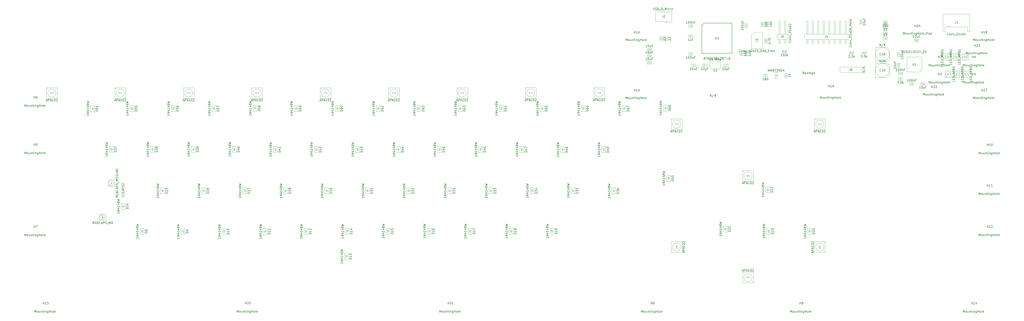
<source format=gbr>
%TF.GenerationSoftware,KiCad,Pcbnew,8.0.5*%
%TF.CreationDate,2025-03-31T08:28:51+02:00*%
%TF.ProjectId,A500KB,41353030-4b42-42e6-9b69-6361645f7063,5a*%
%TF.SameCoordinates,Original*%
%TF.FileFunction,AssemblyDrawing,Top*%
%FSLAX46Y46*%
G04 Gerber Fmt 4.6, Leading zero omitted, Abs format (unit mm)*
G04 Created by KiCad (PCBNEW 8.0.5) date 2025-03-31 08:28:51*
%MOMM*%
%LPD*%
G01*
G04 APERTURE LIST*
%ADD10C,0.150000*%
%ADD11C,0.080000*%
%ADD12C,0.050000*%
%ADD13C,0.075000*%
%ADD14C,0.060000*%
%ADD15C,0.100000*%
G04 APERTURE END LIST*
D10*
X69193580Y-306044428D02*
X69241200Y-306092047D01*
X69241200Y-306092047D02*
X69288819Y-306234904D01*
X69288819Y-306234904D02*
X69288819Y-306330142D01*
X69288819Y-306330142D02*
X69241200Y-306472999D01*
X69241200Y-306472999D02*
X69145961Y-306568237D01*
X69145961Y-306568237D02*
X69050723Y-306615856D01*
X69050723Y-306615856D02*
X68860247Y-306663475D01*
X68860247Y-306663475D02*
X68717390Y-306663475D01*
X68717390Y-306663475D02*
X68526914Y-306615856D01*
X68526914Y-306615856D02*
X68431676Y-306568237D01*
X68431676Y-306568237D02*
X68336438Y-306472999D01*
X68336438Y-306472999D02*
X68288819Y-306330142D01*
X68288819Y-306330142D02*
X68288819Y-306234904D01*
X68288819Y-306234904D02*
X68336438Y-306092047D01*
X68336438Y-306092047D02*
X68384057Y-306044428D01*
X69003104Y-305663475D02*
X69003104Y-305187285D01*
X69288819Y-305758713D02*
X68288819Y-305425380D01*
X68288819Y-305425380D02*
X69288819Y-305092047D01*
X69288819Y-304758713D02*
X68288819Y-304758713D01*
X68288819Y-304758713D02*
X68288819Y-304377761D01*
X68288819Y-304377761D02*
X68336438Y-304282523D01*
X68336438Y-304282523D02*
X68384057Y-304234904D01*
X68384057Y-304234904D02*
X68479295Y-304187285D01*
X68479295Y-304187285D02*
X68622152Y-304187285D01*
X68622152Y-304187285D02*
X68717390Y-304234904D01*
X68717390Y-304234904D02*
X68765009Y-304282523D01*
X68765009Y-304282523D02*
X68812628Y-304377761D01*
X68812628Y-304377761D02*
X68812628Y-304758713D01*
X69241200Y-303806332D02*
X69288819Y-303663475D01*
X69288819Y-303663475D02*
X69288819Y-303425380D01*
X69288819Y-303425380D02*
X69241200Y-303330142D01*
X69241200Y-303330142D02*
X69193580Y-303282523D01*
X69193580Y-303282523D02*
X69098342Y-303234904D01*
X69098342Y-303234904D02*
X69003104Y-303234904D01*
X69003104Y-303234904D02*
X68907866Y-303282523D01*
X68907866Y-303282523D02*
X68860247Y-303330142D01*
X68860247Y-303330142D02*
X68812628Y-303425380D01*
X68812628Y-303425380D02*
X68765009Y-303615856D01*
X68765009Y-303615856D02*
X68717390Y-303711094D01*
X68717390Y-303711094D02*
X68669771Y-303758713D01*
X68669771Y-303758713D02*
X68574533Y-303806332D01*
X68574533Y-303806332D02*
X68479295Y-303806332D01*
X68479295Y-303806332D02*
X68384057Y-303758713D01*
X68384057Y-303758713D02*
X68336438Y-303711094D01*
X68336438Y-303711094D02*
X68288819Y-303615856D01*
X68288819Y-303615856D02*
X68288819Y-303377761D01*
X68288819Y-303377761D02*
X68336438Y-303234904D01*
X68384057Y-302853951D02*
X68336438Y-302806332D01*
X68336438Y-302806332D02*
X68288819Y-302711094D01*
X68288819Y-302711094D02*
X68288819Y-302472999D01*
X68288819Y-302472999D02*
X68336438Y-302377761D01*
X68336438Y-302377761D02*
X68384057Y-302330142D01*
X68384057Y-302330142D02*
X68479295Y-302282523D01*
X68479295Y-302282523D02*
X68574533Y-302282523D01*
X68574533Y-302282523D02*
X68717390Y-302330142D01*
X68717390Y-302330142D02*
X69288819Y-302901570D01*
X69288819Y-302901570D02*
X69288819Y-302282523D01*
D11*
X69010349Y-308144047D02*
X68510349Y-308144047D01*
X68510349Y-308144047D02*
X68510349Y-308024999D01*
X68510349Y-308024999D02*
X68534159Y-307953571D01*
X68534159Y-307953571D02*
X68581778Y-307905952D01*
X68581778Y-307905952D02*
X68629397Y-307882142D01*
X68629397Y-307882142D02*
X68724635Y-307858333D01*
X68724635Y-307858333D02*
X68796063Y-307858333D01*
X68796063Y-307858333D02*
X68891301Y-307882142D01*
X68891301Y-307882142D02*
X68938920Y-307905952D01*
X68938920Y-307905952D02*
X68986540Y-307953571D01*
X68986540Y-307953571D02*
X69010349Y-308024999D01*
X69010349Y-308024999D02*
X69010349Y-308144047D01*
X68557968Y-307667856D02*
X68534159Y-307644047D01*
X68534159Y-307644047D02*
X68510349Y-307596428D01*
X68510349Y-307596428D02*
X68510349Y-307477380D01*
X68510349Y-307477380D02*
X68534159Y-307429761D01*
X68534159Y-307429761D02*
X68557968Y-307405952D01*
X68557968Y-307405952D02*
X68605587Y-307382142D01*
X68605587Y-307382142D02*
X68653206Y-307382142D01*
X68653206Y-307382142D02*
X68724635Y-307405952D01*
X68724635Y-307405952D02*
X69010349Y-307691666D01*
X69010349Y-307691666D02*
X69010349Y-307382142D01*
D10*
X368559524Y-250154819D02*
X368559524Y-249154819D01*
X368559524Y-249154819D02*
X368892857Y-249869104D01*
X368892857Y-249869104D02*
X369226190Y-249154819D01*
X369226190Y-249154819D02*
X369226190Y-250154819D01*
X369702381Y-250154819D02*
X369702381Y-249154819D01*
X369702381Y-249154819D02*
X370035714Y-249869104D01*
X370035714Y-249869104D02*
X370369047Y-249154819D01*
X370369047Y-249154819D02*
X370369047Y-250154819D01*
X371178571Y-249631009D02*
X371321428Y-249678628D01*
X371321428Y-249678628D02*
X371369047Y-249726247D01*
X371369047Y-249726247D02*
X371416666Y-249821485D01*
X371416666Y-249821485D02*
X371416666Y-249964342D01*
X371416666Y-249964342D02*
X371369047Y-250059580D01*
X371369047Y-250059580D02*
X371321428Y-250107200D01*
X371321428Y-250107200D02*
X371226190Y-250154819D01*
X371226190Y-250154819D02*
X370845238Y-250154819D01*
X370845238Y-250154819D02*
X370845238Y-249154819D01*
X370845238Y-249154819D02*
X371178571Y-249154819D01*
X371178571Y-249154819D02*
X371273809Y-249202438D01*
X371273809Y-249202438D02*
X371321428Y-249250057D01*
X371321428Y-249250057D02*
X371369047Y-249345295D01*
X371369047Y-249345295D02*
X371369047Y-249440533D01*
X371369047Y-249440533D02*
X371321428Y-249535771D01*
X371321428Y-249535771D02*
X371273809Y-249583390D01*
X371273809Y-249583390D02*
X371178571Y-249631009D01*
X371178571Y-249631009D02*
X370845238Y-249631009D01*
X371702381Y-249154819D02*
X372273809Y-249154819D01*
X371988095Y-250154819D02*
X371988095Y-249154819D01*
X372511905Y-249154819D02*
X373130952Y-249154819D01*
X373130952Y-249154819D02*
X372797619Y-249535771D01*
X372797619Y-249535771D02*
X372940476Y-249535771D01*
X372940476Y-249535771D02*
X373035714Y-249583390D01*
X373035714Y-249583390D02*
X373083333Y-249631009D01*
X373083333Y-249631009D02*
X373130952Y-249726247D01*
X373130952Y-249726247D02*
X373130952Y-249964342D01*
X373130952Y-249964342D02*
X373083333Y-250059580D01*
X373083333Y-250059580D02*
X373035714Y-250107200D01*
X373035714Y-250107200D02*
X372940476Y-250154819D01*
X372940476Y-250154819D02*
X372654762Y-250154819D01*
X372654762Y-250154819D02*
X372559524Y-250107200D01*
X372559524Y-250107200D02*
X372511905Y-250059580D01*
X373607143Y-250154819D02*
X373797619Y-250154819D01*
X373797619Y-250154819D02*
X373892857Y-250107200D01*
X373892857Y-250107200D02*
X373940476Y-250059580D01*
X373940476Y-250059580D02*
X374035714Y-249916723D01*
X374035714Y-249916723D02*
X374083333Y-249726247D01*
X374083333Y-249726247D02*
X374083333Y-249345295D01*
X374083333Y-249345295D02*
X374035714Y-249250057D01*
X374035714Y-249250057D02*
X373988095Y-249202438D01*
X373988095Y-249202438D02*
X373892857Y-249154819D01*
X373892857Y-249154819D02*
X373702381Y-249154819D01*
X373702381Y-249154819D02*
X373607143Y-249202438D01*
X373607143Y-249202438D02*
X373559524Y-249250057D01*
X373559524Y-249250057D02*
X373511905Y-249345295D01*
X373511905Y-249345295D02*
X373511905Y-249583390D01*
X373511905Y-249583390D02*
X373559524Y-249678628D01*
X373559524Y-249678628D02*
X373607143Y-249726247D01*
X373607143Y-249726247D02*
X373702381Y-249773866D01*
X373702381Y-249773866D02*
X373892857Y-249773866D01*
X373892857Y-249773866D02*
X373988095Y-249726247D01*
X373988095Y-249726247D02*
X374035714Y-249678628D01*
X374035714Y-249678628D02*
X374083333Y-249583390D01*
X374702381Y-249154819D02*
X374797619Y-249154819D01*
X374797619Y-249154819D02*
X374892857Y-249202438D01*
X374892857Y-249202438D02*
X374940476Y-249250057D01*
X374940476Y-249250057D02*
X374988095Y-249345295D01*
X374988095Y-249345295D02*
X375035714Y-249535771D01*
X375035714Y-249535771D02*
X375035714Y-249773866D01*
X375035714Y-249773866D02*
X374988095Y-249964342D01*
X374988095Y-249964342D02*
X374940476Y-250059580D01*
X374940476Y-250059580D02*
X374892857Y-250107200D01*
X374892857Y-250107200D02*
X374797619Y-250154819D01*
X374797619Y-250154819D02*
X374702381Y-250154819D01*
X374702381Y-250154819D02*
X374607143Y-250107200D01*
X374607143Y-250107200D02*
X374559524Y-250059580D01*
X374559524Y-250059580D02*
X374511905Y-249964342D01*
X374511905Y-249964342D02*
X374464286Y-249773866D01*
X374464286Y-249773866D02*
X374464286Y-249535771D01*
X374464286Y-249535771D02*
X374511905Y-249345295D01*
X374511905Y-249345295D02*
X374559524Y-249250057D01*
X374559524Y-249250057D02*
X374607143Y-249202438D01*
X374607143Y-249202438D02*
X374702381Y-249154819D01*
X375892857Y-249488152D02*
X375892857Y-250154819D01*
X375654762Y-249107200D02*
X375416667Y-249821485D01*
X375416667Y-249821485D02*
X376035714Y-249821485D01*
D12*
X372219523Y-252275914D02*
X372189047Y-252260676D01*
X372189047Y-252260676D02*
X372158571Y-252230200D01*
X372158571Y-252230200D02*
X372112857Y-252184485D01*
X372112857Y-252184485D02*
X372082380Y-252169247D01*
X372082380Y-252169247D02*
X372051904Y-252169247D01*
X372067142Y-252245438D02*
X372036666Y-252230200D01*
X372036666Y-252230200D02*
X372006190Y-252199723D01*
X372006190Y-252199723D02*
X371990952Y-252138771D01*
X371990952Y-252138771D02*
X371990952Y-252032104D01*
X371990952Y-252032104D02*
X372006190Y-251971152D01*
X372006190Y-251971152D02*
X372036666Y-251940676D01*
X372036666Y-251940676D02*
X372067142Y-251925438D01*
X372067142Y-251925438D02*
X372128095Y-251925438D01*
X372128095Y-251925438D02*
X372158571Y-251940676D01*
X372158571Y-251940676D02*
X372189047Y-251971152D01*
X372189047Y-251971152D02*
X372204285Y-252032104D01*
X372204285Y-252032104D02*
X372204285Y-252138771D01*
X372204285Y-252138771D02*
X372189047Y-252199723D01*
X372189047Y-252199723D02*
X372158571Y-252230200D01*
X372158571Y-252230200D02*
X372128095Y-252245438D01*
X372128095Y-252245438D02*
X372067142Y-252245438D01*
X372509047Y-252245438D02*
X372326190Y-252245438D01*
X372417618Y-252245438D02*
X372417618Y-251925438D01*
X372417618Y-251925438D02*
X372387142Y-251971152D01*
X372387142Y-251971152D02*
X372356666Y-252001628D01*
X372356666Y-252001628D02*
X372326190Y-252016866D01*
D10*
X378904819Y-252194047D02*
X378904819Y-252765475D01*
X378904819Y-252479761D02*
X377904819Y-252479761D01*
X377904819Y-252479761D02*
X378047676Y-252574999D01*
X378047676Y-252574999D02*
X378142914Y-252670237D01*
X378142914Y-252670237D02*
X378190533Y-252765475D01*
X378904819Y-251765475D02*
X377904819Y-251765475D01*
X378523866Y-251670237D02*
X378904819Y-251384523D01*
X378238152Y-251384523D02*
X378619104Y-251765475D01*
D11*
X377027149Y-252158333D02*
X376789054Y-252324999D01*
X377027149Y-252444047D02*
X376527149Y-252444047D01*
X376527149Y-252444047D02*
X376527149Y-252253571D01*
X376527149Y-252253571D02*
X376550959Y-252205952D01*
X376550959Y-252205952D02*
X376574768Y-252182142D01*
X376574768Y-252182142D02*
X376622387Y-252158333D01*
X376622387Y-252158333D02*
X376693816Y-252158333D01*
X376693816Y-252158333D02*
X376741435Y-252182142D01*
X376741435Y-252182142D02*
X376765244Y-252205952D01*
X376765244Y-252205952D02*
X376789054Y-252253571D01*
X376789054Y-252253571D02*
X376789054Y-252444047D01*
X377027149Y-251682142D02*
X377027149Y-251967856D01*
X377027149Y-251824999D02*
X376527149Y-251824999D01*
X376527149Y-251824999D02*
X376598578Y-251872618D01*
X376598578Y-251872618D02*
X376646197Y-251920237D01*
X376646197Y-251920237D02*
X376670006Y-251967856D01*
D10*
X366583333Y-254204819D02*
X366011905Y-254204819D01*
X366297619Y-254204819D02*
X366297619Y-253204819D01*
X366297619Y-253204819D02*
X366202381Y-253347676D01*
X366202381Y-253347676D02*
X366107143Y-253442914D01*
X366107143Y-253442914D02*
X366011905Y-253490533D01*
X367154762Y-253633390D02*
X367059524Y-253585771D01*
X367059524Y-253585771D02*
X367011905Y-253538152D01*
X367011905Y-253538152D02*
X366964286Y-253442914D01*
X366964286Y-253442914D02*
X366964286Y-253395295D01*
X366964286Y-253395295D02*
X367011905Y-253300057D01*
X367011905Y-253300057D02*
X367059524Y-253252438D01*
X367059524Y-253252438D02*
X367154762Y-253204819D01*
X367154762Y-253204819D02*
X367345238Y-253204819D01*
X367345238Y-253204819D02*
X367440476Y-253252438D01*
X367440476Y-253252438D02*
X367488095Y-253300057D01*
X367488095Y-253300057D02*
X367535714Y-253395295D01*
X367535714Y-253395295D02*
X367535714Y-253442914D01*
X367535714Y-253442914D02*
X367488095Y-253538152D01*
X367488095Y-253538152D02*
X367440476Y-253585771D01*
X367440476Y-253585771D02*
X367345238Y-253633390D01*
X367345238Y-253633390D02*
X367154762Y-253633390D01*
X367154762Y-253633390D02*
X367059524Y-253681009D01*
X367059524Y-253681009D02*
X367011905Y-253728628D01*
X367011905Y-253728628D02*
X366964286Y-253823866D01*
X366964286Y-253823866D02*
X366964286Y-254014342D01*
X366964286Y-254014342D02*
X367011905Y-254109580D01*
X367011905Y-254109580D02*
X367059524Y-254157200D01*
X367059524Y-254157200D02*
X367154762Y-254204819D01*
X367154762Y-254204819D02*
X367345238Y-254204819D01*
X367345238Y-254204819D02*
X367440476Y-254157200D01*
X367440476Y-254157200D02*
X367488095Y-254109580D01*
X367488095Y-254109580D02*
X367535714Y-254014342D01*
X367535714Y-254014342D02*
X367535714Y-253823866D01*
X367535714Y-253823866D02*
X367488095Y-253728628D01*
X367488095Y-253728628D02*
X367440476Y-253681009D01*
X367440476Y-253681009D02*
X367345238Y-253633390D01*
X368154762Y-253204819D02*
X368250000Y-253204819D01*
X368250000Y-253204819D02*
X368345238Y-253252438D01*
X368345238Y-253252438D02*
X368392857Y-253300057D01*
X368392857Y-253300057D02*
X368440476Y-253395295D01*
X368440476Y-253395295D02*
X368488095Y-253585771D01*
X368488095Y-253585771D02*
X368488095Y-253823866D01*
X368488095Y-253823866D02*
X368440476Y-254014342D01*
X368440476Y-254014342D02*
X368392857Y-254109580D01*
X368392857Y-254109580D02*
X368345238Y-254157200D01*
X368345238Y-254157200D02*
X368250000Y-254204819D01*
X368250000Y-254204819D02*
X368154762Y-254204819D01*
X368154762Y-254204819D02*
X368059524Y-254157200D01*
X368059524Y-254157200D02*
X368011905Y-254109580D01*
X368011905Y-254109580D02*
X367964286Y-254014342D01*
X367964286Y-254014342D02*
X367916667Y-253823866D01*
X367916667Y-253823866D02*
X367916667Y-253585771D01*
X367916667Y-253585771D02*
X367964286Y-253395295D01*
X367964286Y-253395295D02*
X368011905Y-253300057D01*
X368011905Y-253300057D02*
X368059524Y-253252438D01*
X368059524Y-253252438D02*
X368154762Y-253204819D01*
D11*
X367166666Y-252327149D02*
X367000000Y-252089054D01*
X366880952Y-252327149D02*
X366880952Y-251827149D01*
X366880952Y-251827149D02*
X367071428Y-251827149D01*
X367071428Y-251827149D02*
X367119047Y-251850959D01*
X367119047Y-251850959D02*
X367142857Y-251874768D01*
X367142857Y-251874768D02*
X367166666Y-251922387D01*
X367166666Y-251922387D02*
X367166666Y-251993816D01*
X367166666Y-251993816D02*
X367142857Y-252041435D01*
X367142857Y-252041435D02*
X367119047Y-252065244D01*
X367119047Y-252065244D02*
X367071428Y-252089054D01*
X367071428Y-252089054D02*
X366880952Y-252089054D01*
X367357143Y-251874768D02*
X367380952Y-251850959D01*
X367380952Y-251850959D02*
X367428571Y-251827149D01*
X367428571Y-251827149D02*
X367547619Y-251827149D01*
X367547619Y-251827149D02*
X367595238Y-251850959D01*
X367595238Y-251850959D02*
X367619047Y-251874768D01*
X367619047Y-251874768D02*
X367642857Y-251922387D01*
X367642857Y-251922387D02*
X367642857Y-251970006D01*
X367642857Y-251970006D02*
X367619047Y-252041435D01*
X367619047Y-252041435D02*
X367333333Y-252327149D01*
X367333333Y-252327149D02*
X367642857Y-252327149D01*
D10*
X331892261Y-235904819D02*
X331320833Y-235904819D01*
X331606547Y-235904819D02*
X331606547Y-234904819D01*
X331606547Y-234904819D02*
X331511309Y-235047676D01*
X331511309Y-235047676D02*
X331416071Y-235142914D01*
X331416071Y-235142914D02*
X331320833Y-235190533D01*
X332749404Y-235238152D02*
X332749404Y-235904819D01*
X332320833Y-235238152D02*
X332320833Y-235761961D01*
X332320833Y-235761961D02*
X332368452Y-235857200D01*
X332368452Y-235857200D02*
X332463690Y-235904819D01*
X332463690Y-235904819D02*
X332606547Y-235904819D01*
X332606547Y-235904819D02*
X332701785Y-235857200D01*
X332701785Y-235857200D02*
X332749404Y-235809580D01*
X333558928Y-235381009D02*
X333225595Y-235381009D01*
X333225595Y-235904819D02*
X333225595Y-234904819D01*
X333225595Y-234904819D02*
X333701785Y-234904819D01*
D11*
X332404166Y-233979530D02*
X332380357Y-234003340D01*
X332380357Y-234003340D02*
X332308928Y-234027149D01*
X332308928Y-234027149D02*
X332261309Y-234027149D01*
X332261309Y-234027149D02*
X332189881Y-234003340D01*
X332189881Y-234003340D02*
X332142262Y-233955720D01*
X332142262Y-233955720D02*
X332118452Y-233908101D01*
X332118452Y-233908101D02*
X332094643Y-233812863D01*
X332094643Y-233812863D02*
X332094643Y-233741435D01*
X332094643Y-233741435D02*
X332118452Y-233646197D01*
X332118452Y-233646197D02*
X332142262Y-233598578D01*
X332142262Y-233598578D02*
X332189881Y-233550959D01*
X332189881Y-233550959D02*
X332261309Y-233527149D01*
X332261309Y-233527149D02*
X332308928Y-233527149D01*
X332308928Y-233527149D02*
X332380357Y-233550959D01*
X332380357Y-233550959D02*
X332404166Y-233574768D01*
X332856547Y-233527149D02*
X332618452Y-233527149D01*
X332618452Y-233527149D02*
X332594643Y-233765244D01*
X332594643Y-233765244D02*
X332618452Y-233741435D01*
X332618452Y-233741435D02*
X332666071Y-233717625D01*
X332666071Y-233717625D02*
X332785119Y-233717625D01*
X332785119Y-233717625D02*
X332832738Y-233741435D01*
X332832738Y-233741435D02*
X332856547Y-233765244D01*
X332856547Y-233765244D02*
X332880357Y-233812863D01*
X332880357Y-233812863D02*
X332880357Y-233931911D01*
X332880357Y-233931911D02*
X332856547Y-233979530D01*
X332856547Y-233979530D02*
X332832738Y-234003340D01*
X332832738Y-234003340D02*
X332785119Y-234027149D01*
X332785119Y-234027149D02*
X332666071Y-234027149D01*
X332666071Y-234027149D02*
X332618452Y-234003340D01*
X332618452Y-234003340D02*
X332594643Y-233979530D01*
D10*
X357104819Y-230385119D02*
X357104819Y-230956547D01*
X357104819Y-230670833D02*
X356104819Y-230670833D01*
X356104819Y-230670833D02*
X356247676Y-230766071D01*
X356247676Y-230766071D02*
X356342914Y-230861309D01*
X356342914Y-230861309D02*
X356390533Y-230956547D01*
X356104819Y-229766071D02*
X356104819Y-229670833D01*
X356104819Y-229670833D02*
X356152438Y-229575595D01*
X356152438Y-229575595D02*
X356200057Y-229527976D01*
X356200057Y-229527976D02*
X356295295Y-229480357D01*
X356295295Y-229480357D02*
X356485771Y-229432738D01*
X356485771Y-229432738D02*
X356723866Y-229432738D01*
X356723866Y-229432738D02*
X356914342Y-229480357D01*
X356914342Y-229480357D02*
X357009580Y-229527976D01*
X357009580Y-229527976D02*
X357057200Y-229575595D01*
X357057200Y-229575595D02*
X357104819Y-229670833D01*
X357104819Y-229670833D02*
X357104819Y-229766071D01*
X357104819Y-229766071D02*
X357057200Y-229861309D01*
X357057200Y-229861309D02*
X357009580Y-229908928D01*
X357009580Y-229908928D02*
X356914342Y-229956547D01*
X356914342Y-229956547D02*
X356723866Y-230004166D01*
X356723866Y-230004166D02*
X356485771Y-230004166D01*
X356485771Y-230004166D02*
X356295295Y-229956547D01*
X356295295Y-229956547D02*
X356200057Y-229908928D01*
X356200057Y-229908928D02*
X356152438Y-229861309D01*
X356152438Y-229861309D02*
X356104819Y-229766071D01*
X356104819Y-228813690D02*
X356104819Y-228718452D01*
X356104819Y-228718452D02*
X356152438Y-228623214D01*
X356152438Y-228623214D02*
X356200057Y-228575595D01*
X356200057Y-228575595D02*
X356295295Y-228527976D01*
X356295295Y-228527976D02*
X356485771Y-228480357D01*
X356485771Y-228480357D02*
X356723866Y-228480357D01*
X356723866Y-228480357D02*
X356914342Y-228527976D01*
X356914342Y-228527976D02*
X357009580Y-228575595D01*
X357009580Y-228575595D02*
X357057200Y-228623214D01*
X357057200Y-228623214D02*
X357104819Y-228718452D01*
X357104819Y-228718452D02*
X357104819Y-228813690D01*
X357104819Y-228813690D02*
X357057200Y-228908928D01*
X357057200Y-228908928D02*
X357009580Y-228956547D01*
X357009580Y-228956547D02*
X356914342Y-229004166D01*
X356914342Y-229004166D02*
X356723866Y-229051785D01*
X356723866Y-229051785D02*
X356485771Y-229051785D01*
X356485771Y-229051785D02*
X356295295Y-229004166D01*
X356295295Y-229004166D02*
X356200057Y-228956547D01*
X356200057Y-228956547D02*
X356152438Y-228908928D01*
X356152438Y-228908928D02*
X356104819Y-228813690D01*
X356438152Y-228051785D02*
X357104819Y-228051785D01*
X356533390Y-228051785D02*
X356485771Y-228004166D01*
X356485771Y-228004166D02*
X356438152Y-227908928D01*
X356438152Y-227908928D02*
X356438152Y-227766071D01*
X356438152Y-227766071D02*
X356485771Y-227670833D01*
X356485771Y-227670833D02*
X356581009Y-227623214D01*
X356581009Y-227623214D02*
X357104819Y-227623214D01*
X356581009Y-226813690D02*
X356581009Y-227147023D01*
X357104819Y-227147023D02*
X356104819Y-227147023D01*
X356104819Y-227147023D02*
X356104819Y-226670833D01*
D11*
X358479530Y-228920833D02*
X358503340Y-228944642D01*
X358503340Y-228944642D02*
X358527149Y-229016071D01*
X358527149Y-229016071D02*
X358527149Y-229063690D01*
X358527149Y-229063690D02*
X358503340Y-229135118D01*
X358503340Y-229135118D02*
X358455720Y-229182737D01*
X358455720Y-229182737D02*
X358408101Y-229206547D01*
X358408101Y-229206547D02*
X358312863Y-229230356D01*
X358312863Y-229230356D02*
X358241435Y-229230356D01*
X358241435Y-229230356D02*
X358146197Y-229206547D01*
X358146197Y-229206547D02*
X358098578Y-229182737D01*
X358098578Y-229182737D02*
X358050959Y-229135118D01*
X358050959Y-229135118D02*
X358027149Y-229063690D01*
X358027149Y-229063690D02*
X358027149Y-229016071D01*
X358027149Y-229016071D02*
X358050959Y-228944642D01*
X358050959Y-228944642D02*
X358074768Y-228920833D01*
X358027149Y-228492261D02*
X358027149Y-228587499D01*
X358027149Y-228587499D02*
X358050959Y-228635118D01*
X358050959Y-228635118D02*
X358074768Y-228658928D01*
X358074768Y-228658928D02*
X358146197Y-228706547D01*
X358146197Y-228706547D02*
X358241435Y-228730356D01*
X358241435Y-228730356D02*
X358431911Y-228730356D01*
X358431911Y-228730356D02*
X358479530Y-228706547D01*
X358479530Y-228706547D02*
X358503340Y-228682737D01*
X358503340Y-228682737D02*
X358527149Y-228635118D01*
X358527149Y-228635118D02*
X358527149Y-228539880D01*
X358527149Y-228539880D02*
X358503340Y-228492261D01*
X358503340Y-228492261D02*
X358479530Y-228468452D01*
X358479530Y-228468452D02*
X358431911Y-228444642D01*
X358431911Y-228444642D02*
X358312863Y-228444642D01*
X358312863Y-228444642D02*
X358265244Y-228468452D01*
X358265244Y-228468452D02*
X358241435Y-228492261D01*
X358241435Y-228492261D02*
X358217625Y-228539880D01*
X358217625Y-228539880D02*
X358217625Y-228635118D01*
X358217625Y-228635118D02*
X358241435Y-228682737D01*
X358241435Y-228682737D02*
X358265244Y-228706547D01*
X358265244Y-228706547D02*
X358312863Y-228730356D01*
D10*
X355687141Y-240919580D02*
X355639522Y-240967200D01*
X355639522Y-240967200D02*
X355496665Y-241014819D01*
X355496665Y-241014819D02*
X355401427Y-241014819D01*
X355401427Y-241014819D02*
X355258570Y-240967200D01*
X355258570Y-240967200D02*
X355163332Y-240871961D01*
X355163332Y-240871961D02*
X355115713Y-240776723D01*
X355115713Y-240776723D02*
X355068094Y-240586247D01*
X355068094Y-240586247D02*
X355068094Y-240443390D01*
X355068094Y-240443390D02*
X355115713Y-240252914D01*
X355115713Y-240252914D02*
X355163332Y-240157676D01*
X355163332Y-240157676D02*
X355258570Y-240062438D01*
X355258570Y-240062438D02*
X355401427Y-240014819D01*
X355401427Y-240014819D02*
X355496665Y-240014819D01*
X355496665Y-240014819D02*
X355639522Y-240062438D01*
X355639522Y-240062438D02*
X355687141Y-240110057D01*
X356258570Y-241014819D02*
X356163332Y-240967200D01*
X356163332Y-240967200D02*
X356115713Y-240919580D01*
X356115713Y-240919580D02*
X356068094Y-240824342D01*
X356068094Y-240824342D02*
X356068094Y-240538628D01*
X356068094Y-240538628D02*
X356115713Y-240443390D01*
X356115713Y-240443390D02*
X356163332Y-240395771D01*
X356163332Y-240395771D02*
X356258570Y-240348152D01*
X356258570Y-240348152D02*
X356401427Y-240348152D01*
X356401427Y-240348152D02*
X356496665Y-240395771D01*
X356496665Y-240395771D02*
X356544284Y-240443390D01*
X356544284Y-240443390D02*
X356591903Y-240538628D01*
X356591903Y-240538628D02*
X356591903Y-240824342D01*
X356591903Y-240824342D02*
X356544284Y-240919580D01*
X356544284Y-240919580D02*
X356496665Y-240967200D01*
X356496665Y-240967200D02*
X356401427Y-241014819D01*
X356401427Y-241014819D02*
X356258570Y-241014819D01*
X357020475Y-240348152D02*
X357020475Y-241014819D01*
X357020475Y-240443390D02*
X357068094Y-240395771D01*
X357068094Y-240395771D02*
X357163332Y-240348152D01*
X357163332Y-240348152D02*
X357306189Y-240348152D01*
X357306189Y-240348152D02*
X357401427Y-240395771D01*
X357401427Y-240395771D02*
X357449046Y-240491009D01*
X357449046Y-240491009D02*
X357449046Y-241014819D01*
X357925237Y-240348152D02*
X357925237Y-241014819D01*
X357925237Y-240443390D02*
X357972856Y-240395771D01*
X357972856Y-240395771D02*
X358068094Y-240348152D01*
X358068094Y-240348152D02*
X358210951Y-240348152D01*
X358210951Y-240348152D02*
X358306189Y-240395771D01*
X358306189Y-240395771D02*
X358353808Y-240491009D01*
X358353808Y-240491009D02*
X358353808Y-241014819D01*
X358591904Y-241110057D02*
X359353808Y-241110057D01*
X359782380Y-240014819D02*
X359877618Y-240014819D01*
X359877618Y-240014819D02*
X359972856Y-240062438D01*
X359972856Y-240062438D02*
X360020475Y-240110057D01*
X360020475Y-240110057D02*
X360068094Y-240205295D01*
X360068094Y-240205295D02*
X360115713Y-240395771D01*
X360115713Y-240395771D02*
X360115713Y-240633866D01*
X360115713Y-240633866D02*
X360068094Y-240824342D01*
X360068094Y-240824342D02*
X360020475Y-240919580D01*
X360020475Y-240919580D02*
X359972856Y-240967200D01*
X359972856Y-240967200D02*
X359877618Y-241014819D01*
X359877618Y-241014819D02*
X359782380Y-241014819D01*
X359782380Y-241014819D02*
X359687142Y-240967200D01*
X359687142Y-240967200D02*
X359639523Y-240919580D01*
X359639523Y-240919580D02*
X359591904Y-240824342D01*
X359591904Y-240824342D02*
X359544285Y-240633866D01*
X359544285Y-240633866D02*
X359544285Y-240395771D01*
X359544285Y-240395771D02*
X359591904Y-240205295D01*
X359591904Y-240205295D02*
X359639523Y-240110057D01*
X359639523Y-240110057D02*
X359687142Y-240062438D01*
X359687142Y-240062438D02*
X359782380Y-240014819D01*
X360496666Y-240110057D02*
X360544285Y-240062438D01*
X360544285Y-240062438D02*
X360639523Y-240014819D01*
X360639523Y-240014819D02*
X360877618Y-240014819D01*
X360877618Y-240014819D02*
X360972856Y-240062438D01*
X360972856Y-240062438D02*
X361020475Y-240110057D01*
X361020475Y-240110057D02*
X361068094Y-240205295D01*
X361068094Y-240205295D02*
X361068094Y-240300533D01*
X361068094Y-240300533D02*
X361020475Y-240443390D01*
X361020475Y-240443390D02*
X360449047Y-241014819D01*
X360449047Y-241014819D02*
X361068094Y-241014819D01*
X361401428Y-241014819D02*
X361925237Y-240348152D01*
X361401428Y-240348152D02*
X361925237Y-241014819D01*
X362496666Y-240014819D02*
X362591904Y-240014819D01*
X362591904Y-240014819D02*
X362687142Y-240062438D01*
X362687142Y-240062438D02*
X362734761Y-240110057D01*
X362734761Y-240110057D02*
X362782380Y-240205295D01*
X362782380Y-240205295D02*
X362829999Y-240395771D01*
X362829999Y-240395771D02*
X362829999Y-240633866D01*
X362829999Y-240633866D02*
X362782380Y-240824342D01*
X362782380Y-240824342D02*
X362734761Y-240919580D01*
X362734761Y-240919580D02*
X362687142Y-240967200D01*
X362687142Y-240967200D02*
X362591904Y-241014819D01*
X362591904Y-241014819D02*
X362496666Y-241014819D01*
X362496666Y-241014819D02*
X362401428Y-240967200D01*
X362401428Y-240967200D02*
X362353809Y-240919580D01*
X362353809Y-240919580D02*
X362306190Y-240824342D01*
X362306190Y-240824342D02*
X362258571Y-240633866D01*
X362258571Y-240633866D02*
X362258571Y-240395771D01*
X362258571Y-240395771D02*
X362306190Y-240205295D01*
X362306190Y-240205295D02*
X362353809Y-240110057D01*
X362353809Y-240110057D02*
X362401428Y-240062438D01*
X362401428Y-240062438D02*
X362496666Y-240014819D01*
X363163333Y-240014819D02*
X363782380Y-240014819D01*
X363782380Y-240014819D02*
X363449047Y-240395771D01*
X363449047Y-240395771D02*
X363591904Y-240395771D01*
X363591904Y-240395771D02*
X363687142Y-240443390D01*
X363687142Y-240443390D02*
X363734761Y-240491009D01*
X363734761Y-240491009D02*
X363782380Y-240586247D01*
X363782380Y-240586247D02*
X363782380Y-240824342D01*
X363782380Y-240824342D02*
X363734761Y-240919580D01*
X363734761Y-240919580D02*
X363687142Y-240967200D01*
X363687142Y-240967200D02*
X363591904Y-241014819D01*
X363591904Y-241014819D02*
X363306190Y-241014819D01*
X363306190Y-241014819D02*
X363210952Y-240967200D01*
X363210952Y-240967200D02*
X363163333Y-240919580D01*
X363972857Y-241110057D02*
X364734761Y-241110057D01*
X365163333Y-240014819D02*
X365353809Y-240014819D01*
X365353809Y-240014819D02*
X365449047Y-240062438D01*
X365449047Y-240062438D02*
X365544285Y-240157676D01*
X365544285Y-240157676D02*
X365591904Y-240348152D01*
X365591904Y-240348152D02*
X365591904Y-240681485D01*
X365591904Y-240681485D02*
X365544285Y-240871961D01*
X365544285Y-240871961D02*
X365449047Y-240967200D01*
X365449047Y-240967200D02*
X365353809Y-241014819D01*
X365353809Y-241014819D02*
X365163333Y-241014819D01*
X365163333Y-241014819D02*
X365068095Y-240967200D01*
X365068095Y-240967200D02*
X364972857Y-240871961D01*
X364972857Y-240871961D02*
X364925238Y-240681485D01*
X364925238Y-240681485D02*
X364925238Y-240348152D01*
X364925238Y-240348152D02*
X364972857Y-240157676D01*
X364972857Y-240157676D02*
X365068095Y-240062438D01*
X365068095Y-240062438D02*
X365163333Y-240014819D01*
X366449047Y-241014819D02*
X366449047Y-240014819D01*
X366449047Y-240967200D02*
X366353809Y-241014819D01*
X366353809Y-241014819D02*
X366163333Y-241014819D01*
X366163333Y-241014819D02*
X366068095Y-240967200D01*
X366068095Y-240967200D02*
X366020476Y-240919580D01*
X366020476Y-240919580D02*
X365972857Y-240824342D01*
X365972857Y-240824342D02*
X365972857Y-240538628D01*
X365972857Y-240538628D02*
X366020476Y-240443390D01*
X366020476Y-240443390D02*
X366068095Y-240395771D01*
X366068095Y-240395771D02*
X366163333Y-240348152D01*
X366163333Y-240348152D02*
X366353809Y-240348152D01*
X366353809Y-240348152D02*
X366449047Y-240395771D01*
X367353809Y-241014819D02*
X367353809Y-240014819D01*
X367353809Y-240967200D02*
X367258571Y-241014819D01*
X367258571Y-241014819D02*
X367068095Y-241014819D01*
X367068095Y-241014819D02*
X366972857Y-240967200D01*
X366972857Y-240967200D02*
X366925238Y-240919580D01*
X366925238Y-240919580D02*
X366877619Y-240824342D01*
X366877619Y-240824342D02*
X366877619Y-240538628D01*
X366877619Y-240538628D02*
X366925238Y-240443390D01*
X366925238Y-240443390D02*
X366972857Y-240395771D01*
X366972857Y-240395771D02*
X367068095Y-240348152D01*
X367068095Y-240348152D02*
X367258571Y-240348152D01*
X367258571Y-240348152D02*
X367353809Y-240395771D01*
X367591905Y-241110057D02*
X368353809Y-241110057D01*
X368591905Y-240491009D02*
X368925238Y-240491009D01*
X369068095Y-241014819D02*
X368591905Y-241014819D01*
X368591905Y-241014819D02*
X368591905Y-240014819D01*
X368591905Y-240014819D02*
X369068095Y-240014819D01*
X369401429Y-240348152D02*
X369639524Y-241014819D01*
X369639524Y-241014819D02*
X369877619Y-240348152D01*
X370639524Y-240967200D02*
X370544286Y-241014819D01*
X370544286Y-241014819D02*
X370353810Y-241014819D01*
X370353810Y-241014819D02*
X370258572Y-240967200D01*
X370258572Y-240967200D02*
X370210953Y-240871961D01*
X370210953Y-240871961D02*
X370210953Y-240491009D01*
X370210953Y-240491009D02*
X370258572Y-240395771D01*
X370258572Y-240395771D02*
X370353810Y-240348152D01*
X370353810Y-240348152D02*
X370544286Y-240348152D01*
X370544286Y-240348152D02*
X370639524Y-240395771D01*
X370639524Y-240395771D02*
X370687143Y-240491009D01*
X370687143Y-240491009D02*
X370687143Y-240586247D01*
X370687143Y-240586247D02*
X370210953Y-240681485D01*
X371115715Y-240348152D02*
X371115715Y-241014819D01*
X371115715Y-240443390D02*
X371163334Y-240395771D01*
X371163334Y-240395771D02*
X371258572Y-240348152D01*
X371258572Y-240348152D02*
X371401429Y-240348152D01*
X371401429Y-240348152D02*
X371496667Y-240395771D01*
X371496667Y-240395771D02*
X371544286Y-240491009D01*
X371544286Y-240491009D02*
X371544286Y-241014819D01*
X362784819Y-236023333D02*
X363499104Y-236023333D01*
X363499104Y-236023333D02*
X363641961Y-236070952D01*
X363641961Y-236070952D02*
X363737200Y-236166190D01*
X363737200Y-236166190D02*
X363784819Y-236309047D01*
X363784819Y-236309047D02*
X363784819Y-236404285D01*
X362784819Y-235642380D02*
X362784819Y-235023333D01*
X362784819Y-235023333D02*
X363165771Y-235356666D01*
X363165771Y-235356666D02*
X363165771Y-235213809D01*
X363165771Y-235213809D02*
X363213390Y-235118571D01*
X363213390Y-235118571D02*
X363261009Y-235070952D01*
X363261009Y-235070952D02*
X363356247Y-235023333D01*
X363356247Y-235023333D02*
X363594342Y-235023333D01*
X363594342Y-235023333D02*
X363689580Y-235070952D01*
X363689580Y-235070952D02*
X363737200Y-235118571D01*
X363737200Y-235118571D02*
X363784819Y-235213809D01*
X363784819Y-235213809D02*
X363784819Y-235499523D01*
X363784819Y-235499523D02*
X363737200Y-235594761D01*
X363737200Y-235594761D02*
X363689580Y-235642380D01*
X322250057Y-235686904D02*
X322202438Y-235639285D01*
X322202438Y-235639285D02*
X322154819Y-235544047D01*
X322154819Y-235544047D02*
X322154819Y-235305952D01*
X322154819Y-235305952D02*
X322202438Y-235210714D01*
X322202438Y-235210714D02*
X322250057Y-235163095D01*
X322250057Y-235163095D02*
X322345295Y-235115476D01*
X322345295Y-235115476D02*
X322440533Y-235115476D01*
X322440533Y-235115476D02*
X322583390Y-235163095D01*
X322583390Y-235163095D02*
X323154819Y-235734523D01*
X323154819Y-235734523D02*
X323154819Y-235115476D01*
X322250057Y-234734523D02*
X322202438Y-234686904D01*
X322202438Y-234686904D02*
X322154819Y-234591666D01*
X322154819Y-234591666D02*
X322154819Y-234353571D01*
X322154819Y-234353571D02*
X322202438Y-234258333D01*
X322202438Y-234258333D02*
X322250057Y-234210714D01*
X322250057Y-234210714D02*
X322345295Y-234163095D01*
X322345295Y-234163095D02*
X322440533Y-234163095D01*
X322440533Y-234163095D02*
X322583390Y-234210714D01*
X322583390Y-234210714D02*
X323154819Y-234782142D01*
X323154819Y-234782142D02*
X323154819Y-234163095D01*
D11*
X321277149Y-235008333D02*
X321039054Y-235174999D01*
X321277149Y-235294047D02*
X320777149Y-235294047D01*
X320777149Y-235294047D02*
X320777149Y-235103571D01*
X320777149Y-235103571D02*
X320800959Y-235055952D01*
X320800959Y-235055952D02*
X320824768Y-235032142D01*
X320824768Y-235032142D02*
X320872387Y-235008333D01*
X320872387Y-235008333D02*
X320943816Y-235008333D01*
X320943816Y-235008333D02*
X320991435Y-235032142D01*
X320991435Y-235032142D02*
X321015244Y-235055952D01*
X321015244Y-235055952D02*
X321039054Y-235103571D01*
X321039054Y-235103571D02*
X321039054Y-235294047D01*
X320943816Y-234579761D02*
X321277149Y-234579761D01*
X320753340Y-234698809D02*
X321110482Y-234817856D01*
X321110482Y-234817856D02*
X321110482Y-234508333D01*
D10*
X368888152Y-236878571D02*
X369554819Y-236878571D01*
X368507200Y-237116666D02*
X369221485Y-237354761D01*
X369221485Y-237354761D02*
X369221485Y-236735714D01*
X369459580Y-236354761D02*
X369507200Y-236307142D01*
X369507200Y-236307142D02*
X369554819Y-236354761D01*
X369554819Y-236354761D02*
X369507200Y-236402380D01*
X369507200Y-236402380D02*
X369459580Y-236354761D01*
X369459580Y-236354761D02*
X369554819Y-236354761D01*
X368554819Y-235973809D02*
X368554819Y-235307143D01*
X368554819Y-235307143D02*
X369554819Y-235735714D01*
X369554819Y-234926190D02*
X368554819Y-234926190D01*
X369173866Y-234830952D02*
X369554819Y-234545238D01*
X368888152Y-234545238D02*
X369269104Y-234926190D01*
D11*
X367677149Y-236033333D02*
X367439054Y-236199999D01*
X367677149Y-236319047D02*
X367177149Y-236319047D01*
X367177149Y-236319047D02*
X367177149Y-236128571D01*
X367177149Y-236128571D02*
X367200959Y-236080952D01*
X367200959Y-236080952D02*
X367224768Y-236057142D01*
X367224768Y-236057142D02*
X367272387Y-236033333D01*
X367272387Y-236033333D02*
X367343816Y-236033333D01*
X367343816Y-236033333D02*
X367391435Y-236057142D01*
X367391435Y-236057142D02*
X367415244Y-236080952D01*
X367415244Y-236080952D02*
X367439054Y-236128571D01*
X367439054Y-236128571D02*
X367439054Y-236319047D01*
X367177149Y-235580952D02*
X367177149Y-235819047D01*
X367177149Y-235819047D02*
X367415244Y-235842856D01*
X367415244Y-235842856D02*
X367391435Y-235819047D01*
X367391435Y-235819047D02*
X367367625Y-235771428D01*
X367367625Y-235771428D02*
X367367625Y-235652380D01*
X367367625Y-235652380D02*
X367391435Y-235604761D01*
X367391435Y-235604761D02*
X367415244Y-235580952D01*
X367415244Y-235580952D02*
X367462863Y-235557142D01*
X367462863Y-235557142D02*
X367581911Y-235557142D01*
X367581911Y-235557142D02*
X367629530Y-235580952D01*
X367629530Y-235580952D02*
X367653340Y-235604761D01*
X367653340Y-235604761D02*
X367677149Y-235652380D01*
X367677149Y-235652380D02*
X367677149Y-235771428D01*
X367677149Y-235771428D02*
X367653340Y-235819047D01*
X367653340Y-235819047D02*
X367629530Y-235842856D01*
D10*
X338724590Y-244323304D02*
X339200780Y-244323304D01*
X338629352Y-244609019D02*
X338962685Y-243609019D01*
X338962685Y-243609019D02*
X339296018Y-244609019D01*
X339486495Y-243609019D02*
X340057923Y-243609019D01*
X339772209Y-244609019D02*
X339772209Y-243609019D01*
X340438876Y-244609019D02*
X340629352Y-244609019D01*
X340629352Y-244609019D02*
X340724590Y-244561400D01*
X340724590Y-244561400D02*
X340772209Y-244513780D01*
X340772209Y-244513780D02*
X340867447Y-244370923D01*
X340867447Y-244370923D02*
X340915066Y-244180447D01*
X340915066Y-244180447D02*
X340915066Y-243799495D01*
X340915066Y-243799495D02*
X340867447Y-243704257D01*
X340867447Y-243704257D02*
X340819828Y-243656638D01*
X340819828Y-243656638D02*
X340724590Y-243609019D01*
X340724590Y-243609019D02*
X340534114Y-243609019D01*
X340534114Y-243609019D02*
X340438876Y-243656638D01*
X340438876Y-243656638D02*
X340391257Y-243704257D01*
X340391257Y-243704257D02*
X340343638Y-243799495D01*
X340343638Y-243799495D02*
X340343638Y-244037590D01*
X340343638Y-244037590D02*
X340391257Y-244132828D01*
X340391257Y-244132828D02*
X340438876Y-244180447D01*
X340438876Y-244180447D02*
X340534114Y-244228066D01*
X340534114Y-244228066D02*
X340724590Y-244228066D01*
X340724590Y-244228066D02*
X340819828Y-244180447D01*
X340819828Y-244180447D02*
X340867447Y-244132828D01*
X340867447Y-244132828D02*
X340915066Y-244037590D01*
X341534114Y-243609019D02*
X341629352Y-243609019D01*
X341629352Y-243609019D02*
X341724590Y-243656638D01*
X341724590Y-243656638D02*
X341772209Y-243704257D01*
X341772209Y-243704257D02*
X341819828Y-243799495D01*
X341819828Y-243799495D02*
X341867447Y-243989971D01*
X341867447Y-243989971D02*
X341867447Y-244228066D01*
X341867447Y-244228066D02*
X341819828Y-244418542D01*
X341819828Y-244418542D02*
X341772209Y-244513780D01*
X341772209Y-244513780D02*
X341724590Y-244561400D01*
X341724590Y-244561400D02*
X341629352Y-244609019D01*
X341629352Y-244609019D02*
X341534114Y-244609019D01*
X341534114Y-244609019D02*
X341438876Y-244561400D01*
X341438876Y-244561400D02*
X341391257Y-244513780D01*
X341391257Y-244513780D02*
X341343638Y-244418542D01*
X341343638Y-244418542D02*
X341296019Y-244228066D01*
X341296019Y-244228066D02*
X341296019Y-243989971D01*
X341296019Y-243989971D02*
X341343638Y-243799495D01*
X341343638Y-243799495D02*
X341391257Y-243704257D01*
X341391257Y-243704257D02*
X341438876Y-243656638D01*
X341438876Y-243656638D02*
X341534114Y-243609019D01*
X342296019Y-243609019D02*
X342296019Y-244418542D01*
X342296019Y-244418542D02*
X342343638Y-244513780D01*
X342343638Y-244513780D02*
X342391257Y-244561400D01*
X342391257Y-244561400D02*
X342486495Y-244609019D01*
X342486495Y-244609019D02*
X342676971Y-244609019D01*
X342676971Y-244609019D02*
X342772209Y-244561400D01*
X342772209Y-244561400D02*
X342819828Y-244513780D01*
X342819828Y-244513780D02*
X342867447Y-244418542D01*
X342867447Y-244418542D02*
X342867447Y-243609019D01*
X343296019Y-244561400D02*
X343438876Y-244609019D01*
X343438876Y-244609019D02*
X343676971Y-244609019D01*
X343676971Y-244609019D02*
X343772209Y-244561400D01*
X343772209Y-244561400D02*
X343819828Y-244513780D01*
X343819828Y-244513780D02*
X343867447Y-244418542D01*
X343867447Y-244418542D02*
X343867447Y-244323304D01*
X343867447Y-244323304D02*
X343819828Y-244228066D01*
X343819828Y-244228066D02*
X343772209Y-244180447D01*
X343772209Y-244180447D02*
X343676971Y-244132828D01*
X343676971Y-244132828D02*
X343486495Y-244085209D01*
X343486495Y-244085209D02*
X343391257Y-244037590D01*
X343391257Y-244037590D02*
X343343638Y-243989971D01*
X343343638Y-243989971D02*
X343296019Y-243894733D01*
X343296019Y-243894733D02*
X343296019Y-243799495D01*
X343296019Y-243799495D02*
X343343638Y-243704257D01*
X343343638Y-243704257D02*
X343391257Y-243656638D01*
X343391257Y-243656638D02*
X343486495Y-243609019D01*
X343486495Y-243609019D02*
X343724590Y-243609019D01*
X343724590Y-243609019D02*
X343867447Y-243656638D01*
X344629352Y-244085209D02*
X344772209Y-244132828D01*
X344772209Y-244132828D02*
X344819828Y-244180447D01*
X344819828Y-244180447D02*
X344867447Y-244275685D01*
X344867447Y-244275685D02*
X344867447Y-244418542D01*
X344867447Y-244418542D02*
X344819828Y-244513780D01*
X344819828Y-244513780D02*
X344772209Y-244561400D01*
X344772209Y-244561400D02*
X344676971Y-244609019D01*
X344676971Y-244609019D02*
X344296019Y-244609019D01*
X344296019Y-244609019D02*
X344296019Y-243609019D01*
X344296019Y-243609019D02*
X344629352Y-243609019D01*
X344629352Y-243609019D02*
X344724590Y-243656638D01*
X344724590Y-243656638D02*
X344772209Y-243704257D01*
X344772209Y-243704257D02*
X344819828Y-243799495D01*
X344819828Y-243799495D02*
X344819828Y-243894733D01*
X344819828Y-243894733D02*
X344772209Y-243989971D01*
X344772209Y-243989971D02*
X344724590Y-244037590D01*
X344724590Y-244037590D02*
X344629352Y-244085209D01*
X344629352Y-244085209D02*
X344296019Y-244085209D01*
X345819828Y-244609019D02*
X345248400Y-244609019D01*
X345534114Y-244609019D02*
X345534114Y-243609019D01*
X345534114Y-243609019D02*
X345438876Y-243751876D01*
X345438876Y-243751876D02*
X345343638Y-243847114D01*
X345343638Y-243847114D02*
X345248400Y-243894733D01*
X346200781Y-243704257D02*
X346248400Y-243656638D01*
X346248400Y-243656638D02*
X346343638Y-243609019D01*
X346343638Y-243609019D02*
X346581733Y-243609019D01*
X346581733Y-243609019D02*
X346676971Y-243656638D01*
X346676971Y-243656638D02*
X346724590Y-243704257D01*
X346724590Y-243704257D02*
X346772209Y-243799495D01*
X346772209Y-243799495D02*
X346772209Y-243894733D01*
X346772209Y-243894733D02*
X346724590Y-244037590D01*
X346724590Y-244037590D02*
X346153162Y-244609019D01*
X346153162Y-244609019D02*
X346772209Y-244609019D01*
X347343638Y-244037590D02*
X347248400Y-243989971D01*
X347248400Y-243989971D02*
X347200781Y-243942352D01*
X347200781Y-243942352D02*
X347153162Y-243847114D01*
X347153162Y-243847114D02*
X347153162Y-243799495D01*
X347153162Y-243799495D02*
X347200781Y-243704257D01*
X347200781Y-243704257D02*
X347248400Y-243656638D01*
X347248400Y-243656638D02*
X347343638Y-243609019D01*
X347343638Y-243609019D02*
X347534114Y-243609019D01*
X347534114Y-243609019D02*
X347629352Y-243656638D01*
X347629352Y-243656638D02*
X347676971Y-243704257D01*
X347676971Y-243704257D02*
X347724590Y-243799495D01*
X347724590Y-243799495D02*
X347724590Y-243847114D01*
X347724590Y-243847114D02*
X347676971Y-243942352D01*
X347676971Y-243942352D02*
X347629352Y-243989971D01*
X347629352Y-243989971D02*
X347534114Y-244037590D01*
X347534114Y-244037590D02*
X347343638Y-244037590D01*
X347343638Y-244037590D02*
X347248400Y-244085209D01*
X347248400Y-244085209D02*
X347200781Y-244132828D01*
X347200781Y-244132828D02*
X347153162Y-244228066D01*
X347153162Y-244228066D02*
X347153162Y-244418542D01*
X347153162Y-244418542D02*
X347200781Y-244513780D01*
X347200781Y-244513780D02*
X347248400Y-244561400D01*
X347248400Y-244561400D02*
X347343638Y-244609019D01*
X347343638Y-244609019D02*
X347534114Y-244609019D01*
X347534114Y-244609019D02*
X347629352Y-244561400D01*
X347629352Y-244561400D02*
X347676971Y-244513780D01*
X347676971Y-244513780D02*
X347724590Y-244418542D01*
X347724590Y-244418542D02*
X347724590Y-244228066D01*
X347724590Y-244228066D02*
X347676971Y-244132828D01*
X347676971Y-244132828D02*
X347629352Y-244085209D01*
X347629352Y-244085209D02*
X347534114Y-244037590D01*
X348057924Y-243609019D02*
X348724590Y-243609019D01*
X348724590Y-243609019D02*
X348296019Y-244609019D01*
X349105543Y-244228066D02*
X349867448Y-244228066D01*
X350296019Y-244323304D02*
X350772209Y-244323304D01*
X350200781Y-244609019D02*
X350534114Y-243609019D01*
X350534114Y-243609019D02*
X350867447Y-244609019D01*
X343986495Y-234159019D02*
X343986495Y-234968542D01*
X343986495Y-234968542D02*
X344034114Y-235063780D01*
X344034114Y-235063780D02*
X344081733Y-235111400D01*
X344081733Y-235111400D02*
X344176971Y-235159019D01*
X344176971Y-235159019D02*
X344367447Y-235159019D01*
X344367447Y-235159019D02*
X344462685Y-235111400D01*
X344462685Y-235111400D02*
X344510304Y-235063780D01*
X344510304Y-235063780D02*
X344557923Y-234968542D01*
X344557923Y-234968542D02*
X344557923Y-234159019D01*
X344986495Y-234254257D02*
X345034114Y-234206638D01*
X345034114Y-234206638D02*
X345129352Y-234159019D01*
X345129352Y-234159019D02*
X345367447Y-234159019D01*
X345367447Y-234159019D02*
X345462685Y-234206638D01*
X345462685Y-234206638D02*
X345510304Y-234254257D01*
X345510304Y-234254257D02*
X345557923Y-234349495D01*
X345557923Y-234349495D02*
X345557923Y-234444733D01*
X345557923Y-234444733D02*
X345510304Y-234587590D01*
X345510304Y-234587590D02*
X344938876Y-235159019D01*
X344938876Y-235159019D02*
X345557923Y-235159019D01*
X341901871Y-245076619D02*
X341330443Y-245076619D01*
X341616157Y-245076619D02*
X341616157Y-244076619D01*
X341616157Y-244076619D02*
X341520919Y-244219476D01*
X341520919Y-244219476D02*
X341425681Y-244314714D01*
X341425681Y-244314714D02*
X341330443Y-244362333D01*
X342759014Y-244076619D02*
X342568538Y-244076619D01*
X342568538Y-244076619D02*
X342473300Y-244124238D01*
X342473300Y-244124238D02*
X342425681Y-244171857D01*
X342425681Y-244171857D02*
X342330443Y-244314714D01*
X342330443Y-244314714D02*
X342282824Y-244505190D01*
X342282824Y-244505190D02*
X342282824Y-244886142D01*
X342282824Y-244886142D02*
X342330443Y-244981380D01*
X342330443Y-244981380D02*
X342378062Y-245029000D01*
X342378062Y-245029000D02*
X342473300Y-245076619D01*
X342473300Y-245076619D02*
X342663776Y-245076619D01*
X342663776Y-245076619D02*
X342759014Y-245029000D01*
X342759014Y-245029000D02*
X342806633Y-244981380D01*
X342806633Y-244981380D02*
X342854252Y-244886142D01*
X342854252Y-244886142D02*
X342854252Y-244648047D01*
X342854252Y-244648047D02*
X342806633Y-244552809D01*
X342806633Y-244552809D02*
X342759014Y-244505190D01*
X342759014Y-244505190D02*
X342663776Y-244457571D01*
X342663776Y-244457571D02*
X342473300Y-244457571D01*
X342473300Y-244457571D02*
X342378062Y-244505190D01*
X342378062Y-244505190D02*
X342330443Y-244552809D01*
X342330443Y-244552809D02*
X342282824Y-244648047D01*
X344044729Y-245076619D02*
X344044729Y-244076619D01*
X344044729Y-244076619D02*
X344378062Y-244790904D01*
X344378062Y-244790904D02*
X344711395Y-244076619D01*
X344711395Y-244076619D02*
X344711395Y-245076619D01*
X345187586Y-245076619D02*
X345187586Y-244076619D01*
X345187586Y-244552809D02*
X345759014Y-244552809D01*
X345759014Y-245076619D02*
X345759014Y-244076619D01*
X346139967Y-244409952D02*
X346663776Y-244409952D01*
X346663776Y-244409952D02*
X346139967Y-245076619D01*
X346139967Y-245076619D02*
X346663776Y-245076619D01*
X343497109Y-249800428D02*
X343497109Y-250276619D01*
X343163776Y-249276619D02*
X343497109Y-249800428D01*
X343497109Y-249800428D02*
X343830442Y-249276619D01*
X344116157Y-249371857D02*
X344163776Y-249324238D01*
X344163776Y-249324238D02*
X344259014Y-249276619D01*
X344259014Y-249276619D02*
X344497109Y-249276619D01*
X344497109Y-249276619D02*
X344592347Y-249324238D01*
X344592347Y-249324238D02*
X344639966Y-249371857D01*
X344639966Y-249371857D02*
X344687585Y-249467095D01*
X344687585Y-249467095D02*
X344687585Y-249562333D01*
X344687585Y-249562333D02*
X344639966Y-249705190D01*
X344639966Y-249705190D02*
X344068538Y-250276619D01*
X344068538Y-250276619D02*
X344687585Y-250276619D01*
X407129580Y-238198334D02*
X407177200Y-238245953D01*
X407177200Y-238245953D02*
X407224819Y-238388810D01*
X407224819Y-238388810D02*
X407224819Y-238484048D01*
X407224819Y-238484048D02*
X407177200Y-238626905D01*
X407177200Y-238626905D02*
X407081961Y-238722143D01*
X407081961Y-238722143D02*
X406986723Y-238769762D01*
X406986723Y-238769762D02*
X406796247Y-238817381D01*
X406796247Y-238817381D02*
X406653390Y-238817381D01*
X406653390Y-238817381D02*
X406462914Y-238769762D01*
X406462914Y-238769762D02*
X406367676Y-238722143D01*
X406367676Y-238722143D02*
X406272438Y-238626905D01*
X406272438Y-238626905D02*
X406224819Y-238484048D01*
X406224819Y-238484048D02*
X406224819Y-238388810D01*
X406224819Y-238388810D02*
X406272438Y-238245953D01*
X406272438Y-238245953D02*
X406320057Y-238198334D01*
X407224819Y-237626905D02*
X407177200Y-237722143D01*
X407177200Y-237722143D02*
X407129580Y-237769762D01*
X407129580Y-237769762D02*
X407034342Y-237817381D01*
X407034342Y-237817381D02*
X406748628Y-237817381D01*
X406748628Y-237817381D02*
X406653390Y-237769762D01*
X406653390Y-237769762D02*
X406605771Y-237722143D01*
X406605771Y-237722143D02*
X406558152Y-237626905D01*
X406558152Y-237626905D02*
X406558152Y-237484048D01*
X406558152Y-237484048D02*
X406605771Y-237388810D01*
X406605771Y-237388810D02*
X406653390Y-237341191D01*
X406653390Y-237341191D02*
X406748628Y-237293572D01*
X406748628Y-237293572D02*
X407034342Y-237293572D01*
X407034342Y-237293572D02*
X407129580Y-237341191D01*
X407129580Y-237341191D02*
X407177200Y-237388810D01*
X407177200Y-237388810D02*
X407224819Y-237484048D01*
X407224819Y-237484048D02*
X407224819Y-237626905D01*
X406558152Y-236865000D02*
X407224819Y-236865000D01*
X406653390Y-236865000D02*
X406605771Y-236817381D01*
X406605771Y-236817381D02*
X406558152Y-236722143D01*
X406558152Y-236722143D02*
X406558152Y-236579286D01*
X406558152Y-236579286D02*
X406605771Y-236484048D01*
X406605771Y-236484048D02*
X406701009Y-236436429D01*
X406701009Y-236436429D02*
X407224819Y-236436429D01*
X406558152Y-235960238D02*
X407224819Y-235960238D01*
X406653390Y-235960238D02*
X406605771Y-235912619D01*
X406605771Y-235912619D02*
X406558152Y-235817381D01*
X406558152Y-235817381D02*
X406558152Y-235674524D01*
X406558152Y-235674524D02*
X406605771Y-235579286D01*
X406605771Y-235579286D02*
X406701009Y-235531667D01*
X406701009Y-235531667D02*
X407224819Y-235531667D01*
X407320057Y-235293572D02*
X407320057Y-234531667D01*
X406224819Y-234103095D02*
X406224819Y-234007857D01*
X406224819Y-234007857D02*
X406272438Y-233912619D01*
X406272438Y-233912619D02*
X406320057Y-233865000D01*
X406320057Y-233865000D02*
X406415295Y-233817381D01*
X406415295Y-233817381D02*
X406605771Y-233769762D01*
X406605771Y-233769762D02*
X406843866Y-233769762D01*
X406843866Y-233769762D02*
X407034342Y-233817381D01*
X407034342Y-233817381D02*
X407129580Y-233865000D01*
X407129580Y-233865000D02*
X407177200Y-233912619D01*
X407177200Y-233912619D02*
X407224819Y-234007857D01*
X407224819Y-234007857D02*
X407224819Y-234103095D01*
X407224819Y-234103095D02*
X407177200Y-234198333D01*
X407177200Y-234198333D02*
X407129580Y-234245952D01*
X407129580Y-234245952D02*
X407034342Y-234293571D01*
X407034342Y-234293571D02*
X406843866Y-234341190D01*
X406843866Y-234341190D02*
X406605771Y-234341190D01*
X406605771Y-234341190D02*
X406415295Y-234293571D01*
X406415295Y-234293571D02*
X406320057Y-234245952D01*
X406320057Y-234245952D02*
X406272438Y-234198333D01*
X406272438Y-234198333D02*
X406224819Y-234103095D01*
X407224819Y-232817381D02*
X407224819Y-233388809D01*
X407224819Y-233103095D02*
X406224819Y-233103095D01*
X406224819Y-233103095D02*
X406367676Y-233198333D01*
X406367676Y-233198333D02*
X406462914Y-233293571D01*
X406462914Y-233293571D02*
X406510533Y-233388809D01*
X407224819Y-232484047D02*
X406558152Y-231960238D01*
X406558152Y-232484047D02*
X407224819Y-231960238D01*
X406224819Y-231388809D02*
X406224819Y-231293571D01*
X406224819Y-231293571D02*
X406272438Y-231198333D01*
X406272438Y-231198333D02*
X406320057Y-231150714D01*
X406320057Y-231150714D02*
X406415295Y-231103095D01*
X406415295Y-231103095D02*
X406605771Y-231055476D01*
X406605771Y-231055476D02*
X406843866Y-231055476D01*
X406843866Y-231055476D02*
X407034342Y-231103095D01*
X407034342Y-231103095D02*
X407129580Y-231150714D01*
X407129580Y-231150714D02*
X407177200Y-231198333D01*
X407177200Y-231198333D02*
X407224819Y-231293571D01*
X407224819Y-231293571D02*
X407224819Y-231388809D01*
X407224819Y-231388809D02*
X407177200Y-231484047D01*
X407177200Y-231484047D02*
X407129580Y-231531666D01*
X407129580Y-231531666D02*
X407034342Y-231579285D01*
X407034342Y-231579285D02*
X406843866Y-231626904D01*
X406843866Y-231626904D02*
X406605771Y-231626904D01*
X406605771Y-231626904D02*
X406415295Y-231579285D01*
X406415295Y-231579285D02*
X406320057Y-231531666D01*
X406320057Y-231531666D02*
X406272438Y-231484047D01*
X406272438Y-231484047D02*
X406224819Y-231388809D01*
X406653390Y-230484047D02*
X406605771Y-230579285D01*
X406605771Y-230579285D02*
X406558152Y-230626904D01*
X406558152Y-230626904D02*
X406462914Y-230674523D01*
X406462914Y-230674523D02*
X406415295Y-230674523D01*
X406415295Y-230674523D02*
X406320057Y-230626904D01*
X406320057Y-230626904D02*
X406272438Y-230579285D01*
X406272438Y-230579285D02*
X406224819Y-230484047D01*
X406224819Y-230484047D02*
X406224819Y-230293571D01*
X406224819Y-230293571D02*
X406272438Y-230198333D01*
X406272438Y-230198333D02*
X406320057Y-230150714D01*
X406320057Y-230150714D02*
X406415295Y-230103095D01*
X406415295Y-230103095D02*
X406462914Y-230103095D01*
X406462914Y-230103095D02*
X406558152Y-230150714D01*
X406558152Y-230150714D02*
X406605771Y-230198333D01*
X406605771Y-230198333D02*
X406653390Y-230293571D01*
X406653390Y-230293571D02*
X406653390Y-230484047D01*
X406653390Y-230484047D02*
X406701009Y-230579285D01*
X406701009Y-230579285D02*
X406748628Y-230626904D01*
X406748628Y-230626904D02*
X406843866Y-230674523D01*
X406843866Y-230674523D02*
X407034342Y-230674523D01*
X407034342Y-230674523D02*
X407129580Y-230626904D01*
X407129580Y-230626904D02*
X407177200Y-230579285D01*
X407177200Y-230579285D02*
X407224819Y-230484047D01*
X407224819Y-230484047D02*
X407224819Y-230293571D01*
X407224819Y-230293571D02*
X407177200Y-230198333D01*
X407177200Y-230198333D02*
X407129580Y-230150714D01*
X407129580Y-230150714D02*
X407034342Y-230103095D01*
X407034342Y-230103095D02*
X406843866Y-230103095D01*
X406843866Y-230103095D02*
X406748628Y-230150714D01*
X406748628Y-230150714D02*
X406701009Y-230198333D01*
X406701009Y-230198333D02*
X406653390Y-230293571D01*
X407320057Y-229912619D02*
X407320057Y-229150714D01*
X407224819Y-228912618D02*
X406224819Y-228912618D01*
X406224819Y-228912618D02*
X406939104Y-228579285D01*
X406939104Y-228579285D02*
X406224819Y-228245952D01*
X406224819Y-228245952D02*
X407224819Y-228245952D01*
X407224819Y-227341190D02*
X406701009Y-227341190D01*
X406701009Y-227341190D02*
X406605771Y-227388809D01*
X406605771Y-227388809D02*
X406558152Y-227484047D01*
X406558152Y-227484047D02*
X406558152Y-227674523D01*
X406558152Y-227674523D02*
X406605771Y-227769761D01*
X407177200Y-227341190D02*
X407224819Y-227436428D01*
X407224819Y-227436428D02*
X407224819Y-227674523D01*
X407224819Y-227674523D02*
X407177200Y-227769761D01*
X407177200Y-227769761D02*
X407081961Y-227817380D01*
X407081961Y-227817380D02*
X406986723Y-227817380D01*
X406986723Y-227817380D02*
X406891485Y-227769761D01*
X406891485Y-227769761D02*
X406843866Y-227674523D01*
X406843866Y-227674523D02*
X406843866Y-227436428D01*
X406843866Y-227436428D02*
X406796247Y-227341190D01*
X407224819Y-226722142D02*
X407177200Y-226817380D01*
X407177200Y-226817380D02*
X407081961Y-226864999D01*
X407081961Y-226864999D02*
X406224819Y-226864999D01*
X407177200Y-225960237D02*
X407224819Y-226055475D01*
X407224819Y-226055475D02*
X407224819Y-226245951D01*
X407224819Y-226245951D02*
X407177200Y-226341189D01*
X407177200Y-226341189D02*
X407081961Y-226388808D01*
X407081961Y-226388808D02*
X406701009Y-226388808D01*
X406701009Y-226388808D02*
X406605771Y-226341189D01*
X406605771Y-226341189D02*
X406558152Y-226245951D01*
X406558152Y-226245951D02*
X406558152Y-226055475D01*
X406558152Y-226055475D02*
X406605771Y-225960237D01*
X406605771Y-225960237D02*
X406701009Y-225912618D01*
X406701009Y-225912618D02*
X406796247Y-225912618D01*
X406796247Y-225912618D02*
X406891485Y-226388808D01*
X395276666Y-233434819D02*
X395276666Y-234149104D01*
X395276666Y-234149104D02*
X395229047Y-234291961D01*
X395229047Y-234291961D02*
X395133809Y-234387200D01*
X395133809Y-234387200D02*
X394990952Y-234434819D01*
X394990952Y-234434819D02*
X394895714Y-234434819D01*
X396181428Y-233768152D02*
X396181428Y-234434819D01*
X395943333Y-233387200D02*
X395705238Y-234101485D01*
X395705238Y-234101485D02*
X396324285Y-234101485D01*
X66477819Y-308109190D02*
X66001628Y-308442523D01*
X66477819Y-308680618D02*
X65477819Y-308680618D01*
X65477819Y-308680618D02*
X65477819Y-308299666D01*
X65477819Y-308299666D02*
X65525438Y-308204428D01*
X65525438Y-308204428D02*
X65573057Y-308156809D01*
X65573057Y-308156809D02*
X65668295Y-308109190D01*
X65668295Y-308109190D02*
X65811152Y-308109190D01*
X65811152Y-308109190D02*
X65906390Y-308156809D01*
X65906390Y-308156809D02*
X65954009Y-308204428D01*
X65954009Y-308204428D02*
X66001628Y-308299666D01*
X66001628Y-308299666D02*
X66001628Y-308680618D01*
X65525438Y-307156809D02*
X65477819Y-307252047D01*
X65477819Y-307252047D02*
X65477819Y-307394904D01*
X65477819Y-307394904D02*
X65525438Y-307537761D01*
X65525438Y-307537761D02*
X65620676Y-307632999D01*
X65620676Y-307632999D02*
X65715914Y-307680618D01*
X65715914Y-307680618D02*
X65906390Y-307728237D01*
X65906390Y-307728237D02*
X66049247Y-307728237D01*
X66049247Y-307728237D02*
X66239723Y-307680618D01*
X66239723Y-307680618D02*
X66334961Y-307632999D01*
X66334961Y-307632999D02*
X66430200Y-307537761D01*
X66430200Y-307537761D02*
X66477819Y-307394904D01*
X66477819Y-307394904D02*
X66477819Y-307299666D01*
X66477819Y-307299666D02*
X66430200Y-307156809D01*
X66430200Y-307156809D02*
X66382580Y-307109190D01*
X66382580Y-307109190D02*
X66049247Y-307109190D01*
X66049247Y-307109190D02*
X66049247Y-307299666D01*
X65954009Y-306347285D02*
X66001628Y-306204428D01*
X66001628Y-306204428D02*
X66049247Y-306156809D01*
X66049247Y-306156809D02*
X66144485Y-306109190D01*
X66144485Y-306109190D02*
X66287342Y-306109190D01*
X66287342Y-306109190D02*
X66382580Y-306156809D01*
X66382580Y-306156809D02*
X66430200Y-306204428D01*
X66430200Y-306204428D02*
X66477819Y-306299666D01*
X66477819Y-306299666D02*
X66477819Y-306680618D01*
X66477819Y-306680618D02*
X65477819Y-306680618D01*
X65477819Y-306680618D02*
X65477819Y-306347285D01*
X65477819Y-306347285D02*
X65525438Y-306252047D01*
X65525438Y-306252047D02*
X65573057Y-306204428D01*
X65573057Y-306204428D02*
X65668295Y-306156809D01*
X65668295Y-306156809D02*
X65763533Y-306156809D01*
X65763533Y-306156809D02*
X65858771Y-306204428D01*
X65858771Y-306204428D02*
X65906390Y-306252047D01*
X65906390Y-306252047D02*
X65954009Y-306347285D01*
X65954009Y-306347285D02*
X65954009Y-306680618D01*
X66382580Y-305109190D02*
X66430200Y-305156809D01*
X66430200Y-305156809D02*
X66477819Y-305299666D01*
X66477819Y-305299666D02*
X66477819Y-305394904D01*
X66477819Y-305394904D02*
X66430200Y-305537761D01*
X66430200Y-305537761D02*
X66334961Y-305632999D01*
X66334961Y-305632999D02*
X66239723Y-305680618D01*
X66239723Y-305680618D02*
X66049247Y-305728237D01*
X66049247Y-305728237D02*
X65906390Y-305728237D01*
X65906390Y-305728237D02*
X65715914Y-305680618D01*
X65715914Y-305680618D02*
X65620676Y-305632999D01*
X65620676Y-305632999D02*
X65525438Y-305537761D01*
X65525438Y-305537761D02*
X65477819Y-305394904D01*
X65477819Y-305394904D02*
X65477819Y-305299666D01*
X65477819Y-305299666D02*
X65525438Y-305156809D01*
X65525438Y-305156809D02*
X65573057Y-305109190D01*
X66192104Y-304728237D02*
X66192104Y-304252047D01*
X66477819Y-304823475D02*
X65477819Y-304490142D01*
X65477819Y-304490142D02*
X66477819Y-304156809D01*
X66477819Y-303823475D02*
X65477819Y-303823475D01*
X65477819Y-303823475D02*
X65477819Y-303442523D01*
X65477819Y-303442523D02*
X65525438Y-303347285D01*
X65525438Y-303347285D02*
X65573057Y-303299666D01*
X65573057Y-303299666D02*
X65668295Y-303252047D01*
X65668295Y-303252047D02*
X65811152Y-303252047D01*
X65811152Y-303252047D02*
X65906390Y-303299666D01*
X65906390Y-303299666D02*
X65954009Y-303347285D01*
X65954009Y-303347285D02*
X66001628Y-303442523D01*
X66001628Y-303442523D02*
X66001628Y-303823475D01*
X66430200Y-302871094D02*
X66477819Y-302728237D01*
X66477819Y-302728237D02*
X66477819Y-302490142D01*
X66477819Y-302490142D02*
X66430200Y-302394904D01*
X66430200Y-302394904D02*
X66382580Y-302347285D01*
X66382580Y-302347285D02*
X66287342Y-302299666D01*
X66287342Y-302299666D02*
X66192104Y-302299666D01*
X66192104Y-302299666D02*
X66096866Y-302347285D01*
X66096866Y-302347285D02*
X66049247Y-302394904D01*
X66049247Y-302394904D02*
X66001628Y-302490142D01*
X66001628Y-302490142D02*
X65954009Y-302680618D01*
X65954009Y-302680618D02*
X65906390Y-302775856D01*
X65906390Y-302775856D02*
X65858771Y-302823475D01*
X65858771Y-302823475D02*
X65763533Y-302871094D01*
X65763533Y-302871094D02*
X65668295Y-302871094D01*
X65668295Y-302871094D02*
X65573057Y-302823475D01*
X65573057Y-302823475D02*
X65525438Y-302775856D01*
X65525438Y-302775856D02*
X65477819Y-302680618D01*
X65477819Y-302680618D02*
X65477819Y-302442523D01*
X65477819Y-302442523D02*
X65525438Y-302299666D01*
X66573057Y-302109190D02*
X66573057Y-301347285D01*
X66477819Y-301109189D02*
X65477819Y-301109189D01*
X65477819Y-301109189D02*
X66192104Y-300775856D01*
X66192104Y-300775856D02*
X65477819Y-300442523D01*
X65477819Y-300442523D02*
X66477819Y-300442523D01*
X66477819Y-299966332D02*
X65477819Y-299966332D01*
X65477819Y-299632999D02*
X65477819Y-299061571D01*
X66477819Y-299347285D02*
X65477819Y-299347285D01*
X66430200Y-298775856D02*
X66477819Y-298632999D01*
X66477819Y-298632999D02*
X66477819Y-298394904D01*
X66477819Y-298394904D02*
X66430200Y-298299666D01*
X66430200Y-298299666D02*
X66382580Y-298252047D01*
X66382580Y-298252047D02*
X66287342Y-298204428D01*
X66287342Y-298204428D02*
X66192104Y-298204428D01*
X66192104Y-298204428D02*
X66096866Y-298252047D01*
X66096866Y-298252047D02*
X66049247Y-298299666D01*
X66049247Y-298299666D02*
X66001628Y-298394904D01*
X66001628Y-298394904D02*
X65954009Y-298585380D01*
X65954009Y-298585380D02*
X65906390Y-298680618D01*
X65906390Y-298680618D02*
X65858771Y-298728237D01*
X65858771Y-298728237D02*
X65763533Y-298775856D01*
X65763533Y-298775856D02*
X65668295Y-298775856D01*
X65668295Y-298775856D02*
X65573057Y-298728237D01*
X65573057Y-298728237D02*
X65525438Y-298680618D01*
X65525438Y-298680618D02*
X65477819Y-298585380D01*
X65477819Y-298585380D02*
X65477819Y-298347285D01*
X65477819Y-298347285D02*
X65525438Y-298204428D01*
X65477819Y-297775856D02*
X66287342Y-297775856D01*
X66287342Y-297775856D02*
X66382580Y-297728237D01*
X66382580Y-297728237D02*
X66430200Y-297680618D01*
X66430200Y-297680618D02*
X66477819Y-297585380D01*
X66477819Y-297585380D02*
X66477819Y-297394904D01*
X66477819Y-297394904D02*
X66430200Y-297299666D01*
X66430200Y-297299666D02*
X66382580Y-297252047D01*
X66382580Y-297252047D02*
X66287342Y-297204428D01*
X66287342Y-297204428D02*
X65477819Y-297204428D01*
X66477819Y-296728237D02*
X65477819Y-296728237D01*
X65477819Y-296728237D02*
X66192104Y-296394904D01*
X66192104Y-296394904D02*
X65477819Y-296061571D01*
X65477819Y-296061571D02*
X66477819Y-296061571D01*
X66477819Y-295585380D02*
X65477819Y-295585380D01*
D13*
X63600409Y-302502047D02*
X63100409Y-302502047D01*
X63100409Y-302502047D02*
X63100409Y-302382999D01*
X63100409Y-302382999D02*
X63124219Y-302311571D01*
X63124219Y-302311571D02*
X63171838Y-302263952D01*
X63171838Y-302263952D02*
X63219457Y-302240142D01*
X63219457Y-302240142D02*
X63314695Y-302216333D01*
X63314695Y-302216333D02*
X63386123Y-302216333D01*
X63386123Y-302216333D02*
X63481361Y-302240142D01*
X63481361Y-302240142D02*
X63528980Y-302263952D01*
X63528980Y-302263952D02*
X63576600Y-302311571D01*
X63576600Y-302311571D02*
X63600409Y-302382999D01*
X63600409Y-302382999D02*
X63600409Y-302502047D01*
X63600409Y-301740142D02*
X63600409Y-302025856D01*
X63600409Y-301882999D02*
X63100409Y-301882999D01*
X63100409Y-301882999D02*
X63171838Y-301930618D01*
X63171838Y-301930618D02*
X63219457Y-301978237D01*
X63219457Y-301978237D02*
X63243266Y-302025856D01*
D10*
X379029580Y-236103095D02*
X379077200Y-236150714D01*
X379077200Y-236150714D02*
X379124819Y-236293571D01*
X379124819Y-236293571D02*
X379124819Y-236388809D01*
X379124819Y-236388809D02*
X379077200Y-236531666D01*
X379077200Y-236531666D02*
X378981961Y-236626904D01*
X378981961Y-236626904D02*
X378886723Y-236674523D01*
X378886723Y-236674523D02*
X378696247Y-236722142D01*
X378696247Y-236722142D02*
X378553390Y-236722142D01*
X378553390Y-236722142D02*
X378362914Y-236674523D01*
X378362914Y-236674523D02*
X378267676Y-236626904D01*
X378267676Y-236626904D02*
X378172438Y-236531666D01*
X378172438Y-236531666D02*
X378124819Y-236388809D01*
X378124819Y-236388809D02*
X378124819Y-236293571D01*
X378124819Y-236293571D02*
X378172438Y-236150714D01*
X378172438Y-236150714D02*
X378220057Y-236103095D01*
X379124819Y-235531666D02*
X379077200Y-235626904D01*
X379077200Y-235626904D02*
X379029580Y-235674523D01*
X379029580Y-235674523D02*
X378934342Y-235722142D01*
X378934342Y-235722142D02*
X378648628Y-235722142D01*
X378648628Y-235722142D02*
X378553390Y-235674523D01*
X378553390Y-235674523D02*
X378505771Y-235626904D01*
X378505771Y-235626904D02*
X378458152Y-235531666D01*
X378458152Y-235531666D02*
X378458152Y-235388809D01*
X378458152Y-235388809D02*
X378505771Y-235293571D01*
X378505771Y-235293571D02*
X378553390Y-235245952D01*
X378553390Y-235245952D02*
X378648628Y-235198333D01*
X378648628Y-235198333D02*
X378934342Y-235198333D01*
X378934342Y-235198333D02*
X379029580Y-235245952D01*
X379029580Y-235245952D02*
X379077200Y-235293571D01*
X379077200Y-235293571D02*
X379124819Y-235388809D01*
X379124819Y-235388809D02*
X379124819Y-235531666D01*
X378458152Y-234769761D02*
X379124819Y-234769761D01*
X378553390Y-234769761D02*
X378505771Y-234722142D01*
X378505771Y-234722142D02*
X378458152Y-234626904D01*
X378458152Y-234626904D02*
X378458152Y-234484047D01*
X378458152Y-234484047D02*
X378505771Y-234388809D01*
X378505771Y-234388809D02*
X378601009Y-234341190D01*
X378601009Y-234341190D02*
X379124819Y-234341190D01*
X378458152Y-233864999D02*
X379124819Y-233864999D01*
X378553390Y-233864999D02*
X378505771Y-233817380D01*
X378505771Y-233817380D02*
X378458152Y-233722142D01*
X378458152Y-233722142D02*
X378458152Y-233579285D01*
X378458152Y-233579285D02*
X378505771Y-233484047D01*
X378505771Y-233484047D02*
X378601009Y-233436428D01*
X378601009Y-233436428D02*
X379124819Y-233436428D01*
X379220057Y-233198333D02*
X379220057Y-232436428D01*
X378124819Y-232007856D02*
X378124819Y-231912618D01*
X378124819Y-231912618D02*
X378172438Y-231817380D01*
X378172438Y-231817380D02*
X378220057Y-231769761D01*
X378220057Y-231769761D02*
X378315295Y-231722142D01*
X378315295Y-231722142D02*
X378505771Y-231674523D01*
X378505771Y-231674523D02*
X378743866Y-231674523D01*
X378743866Y-231674523D02*
X378934342Y-231722142D01*
X378934342Y-231722142D02*
X379029580Y-231769761D01*
X379029580Y-231769761D02*
X379077200Y-231817380D01*
X379077200Y-231817380D02*
X379124819Y-231912618D01*
X379124819Y-231912618D02*
X379124819Y-232007856D01*
X379124819Y-232007856D02*
X379077200Y-232103094D01*
X379077200Y-232103094D02*
X379029580Y-232150713D01*
X379029580Y-232150713D02*
X378934342Y-232198332D01*
X378934342Y-232198332D02*
X378743866Y-232245951D01*
X378743866Y-232245951D02*
X378505771Y-232245951D01*
X378505771Y-232245951D02*
X378315295Y-232198332D01*
X378315295Y-232198332D02*
X378220057Y-232150713D01*
X378220057Y-232150713D02*
X378172438Y-232103094D01*
X378172438Y-232103094D02*
X378124819Y-232007856D01*
X379124819Y-230722142D02*
X379124819Y-231293570D01*
X379124819Y-231007856D02*
X378124819Y-231007856D01*
X378124819Y-231007856D02*
X378267676Y-231103094D01*
X378267676Y-231103094D02*
X378362914Y-231198332D01*
X378362914Y-231198332D02*
X378410533Y-231293570D01*
X379124819Y-230388808D02*
X378458152Y-229864999D01*
X378458152Y-230388808D02*
X379124819Y-229864999D01*
X378124819Y-229293570D02*
X378124819Y-229198332D01*
X378124819Y-229198332D02*
X378172438Y-229103094D01*
X378172438Y-229103094D02*
X378220057Y-229055475D01*
X378220057Y-229055475D02*
X378315295Y-229007856D01*
X378315295Y-229007856D02*
X378505771Y-228960237D01*
X378505771Y-228960237D02*
X378743866Y-228960237D01*
X378743866Y-228960237D02*
X378934342Y-229007856D01*
X378934342Y-229007856D02*
X379029580Y-229055475D01*
X379029580Y-229055475D02*
X379077200Y-229103094D01*
X379077200Y-229103094D02*
X379124819Y-229198332D01*
X379124819Y-229198332D02*
X379124819Y-229293570D01*
X379124819Y-229293570D02*
X379077200Y-229388808D01*
X379077200Y-229388808D02*
X379029580Y-229436427D01*
X379029580Y-229436427D02*
X378934342Y-229484046D01*
X378934342Y-229484046D02*
X378743866Y-229531665D01*
X378743866Y-229531665D02*
X378505771Y-229531665D01*
X378505771Y-229531665D02*
X378315295Y-229484046D01*
X378315295Y-229484046D02*
X378220057Y-229436427D01*
X378220057Y-229436427D02*
X378172438Y-229388808D01*
X378172438Y-229388808D02*
X378124819Y-229293570D01*
X378220057Y-228579284D02*
X378172438Y-228531665D01*
X378172438Y-228531665D02*
X378124819Y-228436427D01*
X378124819Y-228436427D02*
X378124819Y-228198332D01*
X378124819Y-228198332D02*
X378172438Y-228103094D01*
X378172438Y-228103094D02*
X378220057Y-228055475D01*
X378220057Y-228055475D02*
X378315295Y-228007856D01*
X378315295Y-228007856D02*
X378410533Y-228007856D01*
X378410533Y-228007856D02*
X378553390Y-228055475D01*
X378553390Y-228055475D02*
X379124819Y-228626903D01*
X379124819Y-228626903D02*
X379124819Y-228007856D01*
X374796666Y-233434819D02*
X374796666Y-234149104D01*
X374796666Y-234149104D02*
X374749047Y-234291961D01*
X374749047Y-234291961D02*
X374653809Y-234387200D01*
X374653809Y-234387200D02*
X374510952Y-234434819D01*
X374510952Y-234434819D02*
X374415714Y-234434819D01*
X375749047Y-233434819D02*
X375272857Y-233434819D01*
X375272857Y-233434819D02*
X375225238Y-233911009D01*
X375225238Y-233911009D02*
X375272857Y-233863390D01*
X375272857Y-233863390D02*
X375368095Y-233815771D01*
X375368095Y-233815771D02*
X375606190Y-233815771D01*
X375606190Y-233815771D02*
X375701428Y-233863390D01*
X375701428Y-233863390D02*
X375749047Y-233911009D01*
X375749047Y-233911009D02*
X375796666Y-234006247D01*
X375796666Y-234006247D02*
X375796666Y-234244342D01*
X375796666Y-234244342D02*
X375749047Y-234339580D01*
X375749047Y-234339580D02*
X375701428Y-234387200D01*
X375701428Y-234387200D02*
X375606190Y-234434819D01*
X375606190Y-234434819D02*
X375368095Y-234434819D01*
X375368095Y-234434819D02*
X375272857Y-234387200D01*
X375272857Y-234387200D02*
X375225238Y-234339580D01*
X23064285Y-288504819D02*
X23064285Y-287504819D01*
X23064285Y-287504819D02*
X23397618Y-288219104D01*
X23397618Y-288219104D02*
X23730951Y-287504819D01*
X23730951Y-287504819D02*
X23730951Y-288504819D01*
X24349999Y-288504819D02*
X24254761Y-288457200D01*
X24254761Y-288457200D02*
X24207142Y-288409580D01*
X24207142Y-288409580D02*
X24159523Y-288314342D01*
X24159523Y-288314342D02*
X24159523Y-288028628D01*
X24159523Y-288028628D02*
X24207142Y-287933390D01*
X24207142Y-287933390D02*
X24254761Y-287885771D01*
X24254761Y-287885771D02*
X24349999Y-287838152D01*
X24349999Y-287838152D02*
X24492856Y-287838152D01*
X24492856Y-287838152D02*
X24588094Y-287885771D01*
X24588094Y-287885771D02*
X24635713Y-287933390D01*
X24635713Y-287933390D02*
X24683332Y-288028628D01*
X24683332Y-288028628D02*
X24683332Y-288314342D01*
X24683332Y-288314342D02*
X24635713Y-288409580D01*
X24635713Y-288409580D02*
X24588094Y-288457200D01*
X24588094Y-288457200D02*
X24492856Y-288504819D01*
X24492856Y-288504819D02*
X24349999Y-288504819D01*
X25540475Y-287838152D02*
X25540475Y-288504819D01*
X25111904Y-287838152D02*
X25111904Y-288361961D01*
X25111904Y-288361961D02*
X25159523Y-288457200D01*
X25159523Y-288457200D02*
X25254761Y-288504819D01*
X25254761Y-288504819D02*
X25397618Y-288504819D01*
X25397618Y-288504819D02*
X25492856Y-288457200D01*
X25492856Y-288457200D02*
X25540475Y-288409580D01*
X26016666Y-287838152D02*
X26016666Y-288504819D01*
X26016666Y-287933390D02*
X26064285Y-287885771D01*
X26064285Y-287885771D02*
X26159523Y-287838152D01*
X26159523Y-287838152D02*
X26302380Y-287838152D01*
X26302380Y-287838152D02*
X26397618Y-287885771D01*
X26397618Y-287885771D02*
X26445237Y-287981009D01*
X26445237Y-287981009D02*
X26445237Y-288504819D01*
X26778571Y-287838152D02*
X27159523Y-287838152D01*
X26921428Y-287504819D02*
X26921428Y-288361961D01*
X26921428Y-288361961D02*
X26969047Y-288457200D01*
X26969047Y-288457200D02*
X27064285Y-288504819D01*
X27064285Y-288504819D02*
X27159523Y-288504819D01*
X27492857Y-288504819D02*
X27492857Y-287838152D01*
X27492857Y-287504819D02*
X27445238Y-287552438D01*
X27445238Y-287552438D02*
X27492857Y-287600057D01*
X27492857Y-287600057D02*
X27540476Y-287552438D01*
X27540476Y-287552438D02*
X27492857Y-287504819D01*
X27492857Y-287504819D02*
X27492857Y-287600057D01*
X27969047Y-287838152D02*
X27969047Y-288504819D01*
X27969047Y-287933390D02*
X28016666Y-287885771D01*
X28016666Y-287885771D02*
X28111904Y-287838152D01*
X28111904Y-287838152D02*
X28254761Y-287838152D01*
X28254761Y-287838152D02*
X28349999Y-287885771D01*
X28349999Y-287885771D02*
X28397618Y-287981009D01*
X28397618Y-287981009D02*
X28397618Y-288504819D01*
X29302380Y-287838152D02*
X29302380Y-288647676D01*
X29302380Y-288647676D02*
X29254761Y-288742914D01*
X29254761Y-288742914D02*
X29207142Y-288790533D01*
X29207142Y-288790533D02*
X29111904Y-288838152D01*
X29111904Y-288838152D02*
X28969047Y-288838152D01*
X28969047Y-288838152D02*
X28873809Y-288790533D01*
X29302380Y-288457200D02*
X29207142Y-288504819D01*
X29207142Y-288504819D02*
X29016666Y-288504819D01*
X29016666Y-288504819D02*
X28921428Y-288457200D01*
X28921428Y-288457200D02*
X28873809Y-288409580D01*
X28873809Y-288409580D02*
X28826190Y-288314342D01*
X28826190Y-288314342D02*
X28826190Y-288028628D01*
X28826190Y-288028628D02*
X28873809Y-287933390D01*
X28873809Y-287933390D02*
X28921428Y-287885771D01*
X28921428Y-287885771D02*
X29016666Y-287838152D01*
X29016666Y-287838152D02*
X29207142Y-287838152D01*
X29207142Y-287838152D02*
X29302380Y-287885771D01*
X29778571Y-288504819D02*
X29778571Y-287504819D01*
X29778571Y-287981009D02*
X30349999Y-287981009D01*
X30349999Y-288504819D02*
X30349999Y-287504819D01*
X30969047Y-288504819D02*
X30873809Y-288457200D01*
X30873809Y-288457200D02*
X30826190Y-288409580D01*
X30826190Y-288409580D02*
X30778571Y-288314342D01*
X30778571Y-288314342D02*
X30778571Y-288028628D01*
X30778571Y-288028628D02*
X30826190Y-287933390D01*
X30826190Y-287933390D02*
X30873809Y-287885771D01*
X30873809Y-287885771D02*
X30969047Y-287838152D01*
X30969047Y-287838152D02*
X31111904Y-287838152D01*
X31111904Y-287838152D02*
X31207142Y-287885771D01*
X31207142Y-287885771D02*
X31254761Y-287933390D01*
X31254761Y-287933390D02*
X31302380Y-288028628D01*
X31302380Y-288028628D02*
X31302380Y-288314342D01*
X31302380Y-288314342D02*
X31254761Y-288409580D01*
X31254761Y-288409580D02*
X31207142Y-288457200D01*
X31207142Y-288457200D02*
X31111904Y-288504819D01*
X31111904Y-288504819D02*
X30969047Y-288504819D01*
X31873809Y-288504819D02*
X31778571Y-288457200D01*
X31778571Y-288457200D02*
X31730952Y-288361961D01*
X31730952Y-288361961D02*
X31730952Y-287504819D01*
X32635714Y-288457200D02*
X32540476Y-288504819D01*
X32540476Y-288504819D02*
X32350000Y-288504819D01*
X32350000Y-288504819D02*
X32254762Y-288457200D01*
X32254762Y-288457200D02*
X32207143Y-288361961D01*
X32207143Y-288361961D02*
X32207143Y-287981009D01*
X32207143Y-287981009D02*
X32254762Y-287885771D01*
X32254762Y-287885771D02*
X32350000Y-287838152D01*
X32350000Y-287838152D02*
X32540476Y-287838152D01*
X32540476Y-287838152D02*
X32635714Y-287885771D01*
X32635714Y-287885771D02*
X32683333Y-287981009D01*
X32683333Y-287981009D02*
X32683333Y-288076247D01*
X32683333Y-288076247D02*
X32207143Y-288171485D01*
X27388095Y-284654819D02*
X27388095Y-283654819D01*
X27388095Y-284131009D02*
X27959523Y-284131009D01*
X27959523Y-284654819D02*
X27959523Y-283654819D01*
X28911904Y-283654819D02*
X28435714Y-283654819D01*
X28435714Y-283654819D02*
X28388095Y-284131009D01*
X28388095Y-284131009D02*
X28435714Y-284083390D01*
X28435714Y-284083390D02*
X28530952Y-284035771D01*
X28530952Y-284035771D02*
X28769047Y-284035771D01*
X28769047Y-284035771D02*
X28864285Y-284083390D01*
X28864285Y-284083390D02*
X28911904Y-284131009D01*
X28911904Y-284131009D02*
X28959523Y-284226247D01*
X28959523Y-284226247D02*
X28959523Y-284464342D01*
X28959523Y-284464342D02*
X28911904Y-284559580D01*
X28911904Y-284559580D02*
X28864285Y-284607200D01*
X28864285Y-284607200D02*
X28769047Y-284654819D01*
X28769047Y-284654819D02*
X28530952Y-284654819D01*
X28530952Y-284654819D02*
X28435714Y-284607200D01*
X28435714Y-284607200D02*
X28388095Y-284559580D01*
X23064285Y-266504819D02*
X23064285Y-265504819D01*
X23064285Y-265504819D02*
X23397618Y-266219104D01*
X23397618Y-266219104D02*
X23730951Y-265504819D01*
X23730951Y-265504819D02*
X23730951Y-266504819D01*
X24349999Y-266504819D02*
X24254761Y-266457200D01*
X24254761Y-266457200D02*
X24207142Y-266409580D01*
X24207142Y-266409580D02*
X24159523Y-266314342D01*
X24159523Y-266314342D02*
X24159523Y-266028628D01*
X24159523Y-266028628D02*
X24207142Y-265933390D01*
X24207142Y-265933390D02*
X24254761Y-265885771D01*
X24254761Y-265885771D02*
X24349999Y-265838152D01*
X24349999Y-265838152D02*
X24492856Y-265838152D01*
X24492856Y-265838152D02*
X24588094Y-265885771D01*
X24588094Y-265885771D02*
X24635713Y-265933390D01*
X24635713Y-265933390D02*
X24683332Y-266028628D01*
X24683332Y-266028628D02*
X24683332Y-266314342D01*
X24683332Y-266314342D02*
X24635713Y-266409580D01*
X24635713Y-266409580D02*
X24588094Y-266457200D01*
X24588094Y-266457200D02*
X24492856Y-266504819D01*
X24492856Y-266504819D02*
X24349999Y-266504819D01*
X25540475Y-265838152D02*
X25540475Y-266504819D01*
X25111904Y-265838152D02*
X25111904Y-266361961D01*
X25111904Y-266361961D02*
X25159523Y-266457200D01*
X25159523Y-266457200D02*
X25254761Y-266504819D01*
X25254761Y-266504819D02*
X25397618Y-266504819D01*
X25397618Y-266504819D02*
X25492856Y-266457200D01*
X25492856Y-266457200D02*
X25540475Y-266409580D01*
X26016666Y-265838152D02*
X26016666Y-266504819D01*
X26016666Y-265933390D02*
X26064285Y-265885771D01*
X26064285Y-265885771D02*
X26159523Y-265838152D01*
X26159523Y-265838152D02*
X26302380Y-265838152D01*
X26302380Y-265838152D02*
X26397618Y-265885771D01*
X26397618Y-265885771D02*
X26445237Y-265981009D01*
X26445237Y-265981009D02*
X26445237Y-266504819D01*
X26778571Y-265838152D02*
X27159523Y-265838152D01*
X26921428Y-265504819D02*
X26921428Y-266361961D01*
X26921428Y-266361961D02*
X26969047Y-266457200D01*
X26969047Y-266457200D02*
X27064285Y-266504819D01*
X27064285Y-266504819D02*
X27159523Y-266504819D01*
X27492857Y-266504819D02*
X27492857Y-265838152D01*
X27492857Y-265504819D02*
X27445238Y-265552438D01*
X27445238Y-265552438D02*
X27492857Y-265600057D01*
X27492857Y-265600057D02*
X27540476Y-265552438D01*
X27540476Y-265552438D02*
X27492857Y-265504819D01*
X27492857Y-265504819D02*
X27492857Y-265600057D01*
X27969047Y-265838152D02*
X27969047Y-266504819D01*
X27969047Y-265933390D02*
X28016666Y-265885771D01*
X28016666Y-265885771D02*
X28111904Y-265838152D01*
X28111904Y-265838152D02*
X28254761Y-265838152D01*
X28254761Y-265838152D02*
X28349999Y-265885771D01*
X28349999Y-265885771D02*
X28397618Y-265981009D01*
X28397618Y-265981009D02*
X28397618Y-266504819D01*
X29302380Y-265838152D02*
X29302380Y-266647676D01*
X29302380Y-266647676D02*
X29254761Y-266742914D01*
X29254761Y-266742914D02*
X29207142Y-266790533D01*
X29207142Y-266790533D02*
X29111904Y-266838152D01*
X29111904Y-266838152D02*
X28969047Y-266838152D01*
X28969047Y-266838152D02*
X28873809Y-266790533D01*
X29302380Y-266457200D02*
X29207142Y-266504819D01*
X29207142Y-266504819D02*
X29016666Y-266504819D01*
X29016666Y-266504819D02*
X28921428Y-266457200D01*
X28921428Y-266457200D02*
X28873809Y-266409580D01*
X28873809Y-266409580D02*
X28826190Y-266314342D01*
X28826190Y-266314342D02*
X28826190Y-266028628D01*
X28826190Y-266028628D02*
X28873809Y-265933390D01*
X28873809Y-265933390D02*
X28921428Y-265885771D01*
X28921428Y-265885771D02*
X29016666Y-265838152D01*
X29016666Y-265838152D02*
X29207142Y-265838152D01*
X29207142Y-265838152D02*
X29302380Y-265885771D01*
X29778571Y-266504819D02*
X29778571Y-265504819D01*
X29778571Y-265981009D02*
X30349999Y-265981009D01*
X30349999Y-266504819D02*
X30349999Y-265504819D01*
X30969047Y-266504819D02*
X30873809Y-266457200D01*
X30873809Y-266457200D02*
X30826190Y-266409580D01*
X30826190Y-266409580D02*
X30778571Y-266314342D01*
X30778571Y-266314342D02*
X30778571Y-266028628D01*
X30778571Y-266028628D02*
X30826190Y-265933390D01*
X30826190Y-265933390D02*
X30873809Y-265885771D01*
X30873809Y-265885771D02*
X30969047Y-265838152D01*
X30969047Y-265838152D02*
X31111904Y-265838152D01*
X31111904Y-265838152D02*
X31207142Y-265885771D01*
X31207142Y-265885771D02*
X31254761Y-265933390D01*
X31254761Y-265933390D02*
X31302380Y-266028628D01*
X31302380Y-266028628D02*
X31302380Y-266314342D01*
X31302380Y-266314342D02*
X31254761Y-266409580D01*
X31254761Y-266409580D02*
X31207142Y-266457200D01*
X31207142Y-266457200D02*
X31111904Y-266504819D01*
X31111904Y-266504819D02*
X30969047Y-266504819D01*
X31873809Y-266504819D02*
X31778571Y-266457200D01*
X31778571Y-266457200D02*
X31730952Y-266361961D01*
X31730952Y-266361961D02*
X31730952Y-265504819D01*
X32635714Y-266457200D02*
X32540476Y-266504819D01*
X32540476Y-266504819D02*
X32350000Y-266504819D01*
X32350000Y-266504819D02*
X32254762Y-266457200D01*
X32254762Y-266457200D02*
X32207143Y-266361961D01*
X32207143Y-266361961D02*
X32207143Y-265981009D01*
X32207143Y-265981009D02*
X32254762Y-265885771D01*
X32254762Y-265885771D02*
X32350000Y-265838152D01*
X32350000Y-265838152D02*
X32540476Y-265838152D01*
X32540476Y-265838152D02*
X32635714Y-265885771D01*
X32635714Y-265885771D02*
X32683333Y-265981009D01*
X32683333Y-265981009D02*
X32683333Y-266076247D01*
X32683333Y-266076247D02*
X32207143Y-266171485D01*
X27388095Y-262654819D02*
X27388095Y-261654819D01*
X27388095Y-262131009D02*
X27959523Y-262131009D01*
X27959523Y-262654819D02*
X27959523Y-261654819D01*
X28864285Y-261654819D02*
X28673809Y-261654819D01*
X28673809Y-261654819D02*
X28578571Y-261702438D01*
X28578571Y-261702438D02*
X28530952Y-261750057D01*
X28530952Y-261750057D02*
X28435714Y-261892914D01*
X28435714Y-261892914D02*
X28388095Y-262083390D01*
X28388095Y-262083390D02*
X28388095Y-262464342D01*
X28388095Y-262464342D02*
X28435714Y-262559580D01*
X28435714Y-262559580D02*
X28483333Y-262607200D01*
X28483333Y-262607200D02*
X28578571Y-262654819D01*
X28578571Y-262654819D02*
X28769047Y-262654819D01*
X28769047Y-262654819D02*
X28864285Y-262607200D01*
X28864285Y-262607200D02*
X28911904Y-262559580D01*
X28911904Y-262559580D02*
X28959523Y-262464342D01*
X28959523Y-262464342D02*
X28959523Y-262226247D01*
X28959523Y-262226247D02*
X28911904Y-262131009D01*
X28911904Y-262131009D02*
X28864285Y-262083390D01*
X28864285Y-262083390D02*
X28769047Y-262035771D01*
X28769047Y-262035771D02*
X28578571Y-262035771D01*
X28578571Y-262035771D02*
X28483333Y-262083390D01*
X28483333Y-262083390D02*
X28435714Y-262131009D01*
X28435714Y-262131009D02*
X28388095Y-262226247D01*
X23014285Y-326704819D02*
X23014285Y-325704819D01*
X23014285Y-325704819D02*
X23347618Y-326419104D01*
X23347618Y-326419104D02*
X23680951Y-325704819D01*
X23680951Y-325704819D02*
X23680951Y-326704819D01*
X24299999Y-326704819D02*
X24204761Y-326657200D01*
X24204761Y-326657200D02*
X24157142Y-326609580D01*
X24157142Y-326609580D02*
X24109523Y-326514342D01*
X24109523Y-326514342D02*
X24109523Y-326228628D01*
X24109523Y-326228628D02*
X24157142Y-326133390D01*
X24157142Y-326133390D02*
X24204761Y-326085771D01*
X24204761Y-326085771D02*
X24299999Y-326038152D01*
X24299999Y-326038152D02*
X24442856Y-326038152D01*
X24442856Y-326038152D02*
X24538094Y-326085771D01*
X24538094Y-326085771D02*
X24585713Y-326133390D01*
X24585713Y-326133390D02*
X24633332Y-326228628D01*
X24633332Y-326228628D02*
X24633332Y-326514342D01*
X24633332Y-326514342D02*
X24585713Y-326609580D01*
X24585713Y-326609580D02*
X24538094Y-326657200D01*
X24538094Y-326657200D02*
X24442856Y-326704819D01*
X24442856Y-326704819D02*
X24299999Y-326704819D01*
X25490475Y-326038152D02*
X25490475Y-326704819D01*
X25061904Y-326038152D02*
X25061904Y-326561961D01*
X25061904Y-326561961D02*
X25109523Y-326657200D01*
X25109523Y-326657200D02*
X25204761Y-326704819D01*
X25204761Y-326704819D02*
X25347618Y-326704819D01*
X25347618Y-326704819D02*
X25442856Y-326657200D01*
X25442856Y-326657200D02*
X25490475Y-326609580D01*
X25966666Y-326038152D02*
X25966666Y-326704819D01*
X25966666Y-326133390D02*
X26014285Y-326085771D01*
X26014285Y-326085771D02*
X26109523Y-326038152D01*
X26109523Y-326038152D02*
X26252380Y-326038152D01*
X26252380Y-326038152D02*
X26347618Y-326085771D01*
X26347618Y-326085771D02*
X26395237Y-326181009D01*
X26395237Y-326181009D02*
X26395237Y-326704819D01*
X26728571Y-326038152D02*
X27109523Y-326038152D01*
X26871428Y-325704819D02*
X26871428Y-326561961D01*
X26871428Y-326561961D02*
X26919047Y-326657200D01*
X26919047Y-326657200D02*
X27014285Y-326704819D01*
X27014285Y-326704819D02*
X27109523Y-326704819D01*
X27442857Y-326704819D02*
X27442857Y-326038152D01*
X27442857Y-325704819D02*
X27395238Y-325752438D01*
X27395238Y-325752438D02*
X27442857Y-325800057D01*
X27442857Y-325800057D02*
X27490476Y-325752438D01*
X27490476Y-325752438D02*
X27442857Y-325704819D01*
X27442857Y-325704819D02*
X27442857Y-325800057D01*
X27919047Y-326038152D02*
X27919047Y-326704819D01*
X27919047Y-326133390D02*
X27966666Y-326085771D01*
X27966666Y-326085771D02*
X28061904Y-326038152D01*
X28061904Y-326038152D02*
X28204761Y-326038152D01*
X28204761Y-326038152D02*
X28299999Y-326085771D01*
X28299999Y-326085771D02*
X28347618Y-326181009D01*
X28347618Y-326181009D02*
X28347618Y-326704819D01*
X29252380Y-326038152D02*
X29252380Y-326847676D01*
X29252380Y-326847676D02*
X29204761Y-326942914D01*
X29204761Y-326942914D02*
X29157142Y-326990533D01*
X29157142Y-326990533D02*
X29061904Y-327038152D01*
X29061904Y-327038152D02*
X28919047Y-327038152D01*
X28919047Y-327038152D02*
X28823809Y-326990533D01*
X29252380Y-326657200D02*
X29157142Y-326704819D01*
X29157142Y-326704819D02*
X28966666Y-326704819D01*
X28966666Y-326704819D02*
X28871428Y-326657200D01*
X28871428Y-326657200D02*
X28823809Y-326609580D01*
X28823809Y-326609580D02*
X28776190Y-326514342D01*
X28776190Y-326514342D02*
X28776190Y-326228628D01*
X28776190Y-326228628D02*
X28823809Y-326133390D01*
X28823809Y-326133390D02*
X28871428Y-326085771D01*
X28871428Y-326085771D02*
X28966666Y-326038152D01*
X28966666Y-326038152D02*
X29157142Y-326038152D01*
X29157142Y-326038152D02*
X29252380Y-326085771D01*
X29728571Y-326704819D02*
X29728571Y-325704819D01*
X29728571Y-326181009D02*
X30299999Y-326181009D01*
X30299999Y-326704819D02*
X30299999Y-325704819D01*
X30919047Y-326704819D02*
X30823809Y-326657200D01*
X30823809Y-326657200D02*
X30776190Y-326609580D01*
X30776190Y-326609580D02*
X30728571Y-326514342D01*
X30728571Y-326514342D02*
X30728571Y-326228628D01*
X30728571Y-326228628D02*
X30776190Y-326133390D01*
X30776190Y-326133390D02*
X30823809Y-326085771D01*
X30823809Y-326085771D02*
X30919047Y-326038152D01*
X30919047Y-326038152D02*
X31061904Y-326038152D01*
X31061904Y-326038152D02*
X31157142Y-326085771D01*
X31157142Y-326085771D02*
X31204761Y-326133390D01*
X31204761Y-326133390D02*
X31252380Y-326228628D01*
X31252380Y-326228628D02*
X31252380Y-326514342D01*
X31252380Y-326514342D02*
X31204761Y-326609580D01*
X31204761Y-326609580D02*
X31157142Y-326657200D01*
X31157142Y-326657200D02*
X31061904Y-326704819D01*
X31061904Y-326704819D02*
X30919047Y-326704819D01*
X31823809Y-326704819D02*
X31728571Y-326657200D01*
X31728571Y-326657200D02*
X31680952Y-326561961D01*
X31680952Y-326561961D02*
X31680952Y-325704819D01*
X32585714Y-326657200D02*
X32490476Y-326704819D01*
X32490476Y-326704819D02*
X32300000Y-326704819D01*
X32300000Y-326704819D02*
X32204762Y-326657200D01*
X32204762Y-326657200D02*
X32157143Y-326561961D01*
X32157143Y-326561961D02*
X32157143Y-326181009D01*
X32157143Y-326181009D02*
X32204762Y-326085771D01*
X32204762Y-326085771D02*
X32300000Y-326038152D01*
X32300000Y-326038152D02*
X32490476Y-326038152D01*
X32490476Y-326038152D02*
X32585714Y-326085771D01*
X32585714Y-326085771D02*
X32633333Y-326181009D01*
X32633333Y-326181009D02*
X32633333Y-326276247D01*
X32633333Y-326276247D02*
X32157143Y-326371485D01*
X27338095Y-322854819D02*
X27338095Y-321854819D01*
X27338095Y-322331009D02*
X27909523Y-322331009D01*
X27909523Y-322854819D02*
X27909523Y-321854819D01*
X28290476Y-321854819D02*
X28957142Y-321854819D01*
X28957142Y-321854819D02*
X28528571Y-322854819D01*
X309714285Y-362304819D02*
X309714285Y-361304819D01*
X309714285Y-361304819D02*
X310047618Y-362019104D01*
X310047618Y-362019104D02*
X310380951Y-361304819D01*
X310380951Y-361304819D02*
X310380951Y-362304819D01*
X310999999Y-362304819D02*
X310904761Y-362257200D01*
X310904761Y-362257200D02*
X310857142Y-362209580D01*
X310857142Y-362209580D02*
X310809523Y-362114342D01*
X310809523Y-362114342D02*
X310809523Y-361828628D01*
X310809523Y-361828628D02*
X310857142Y-361733390D01*
X310857142Y-361733390D02*
X310904761Y-361685771D01*
X310904761Y-361685771D02*
X310999999Y-361638152D01*
X310999999Y-361638152D02*
X311142856Y-361638152D01*
X311142856Y-361638152D02*
X311238094Y-361685771D01*
X311238094Y-361685771D02*
X311285713Y-361733390D01*
X311285713Y-361733390D02*
X311333332Y-361828628D01*
X311333332Y-361828628D02*
X311333332Y-362114342D01*
X311333332Y-362114342D02*
X311285713Y-362209580D01*
X311285713Y-362209580D02*
X311238094Y-362257200D01*
X311238094Y-362257200D02*
X311142856Y-362304819D01*
X311142856Y-362304819D02*
X310999999Y-362304819D01*
X312190475Y-361638152D02*
X312190475Y-362304819D01*
X311761904Y-361638152D02*
X311761904Y-362161961D01*
X311761904Y-362161961D02*
X311809523Y-362257200D01*
X311809523Y-362257200D02*
X311904761Y-362304819D01*
X311904761Y-362304819D02*
X312047618Y-362304819D01*
X312047618Y-362304819D02*
X312142856Y-362257200D01*
X312142856Y-362257200D02*
X312190475Y-362209580D01*
X312666666Y-361638152D02*
X312666666Y-362304819D01*
X312666666Y-361733390D02*
X312714285Y-361685771D01*
X312714285Y-361685771D02*
X312809523Y-361638152D01*
X312809523Y-361638152D02*
X312952380Y-361638152D01*
X312952380Y-361638152D02*
X313047618Y-361685771D01*
X313047618Y-361685771D02*
X313095237Y-361781009D01*
X313095237Y-361781009D02*
X313095237Y-362304819D01*
X313428571Y-361638152D02*
X313809523Y-361638152D01*
X313571428Y-361304819D02*
X313571428Y-362161961D01*
X313571428Y-362161961D02*
X313619047Y-362257200D01*
X313619047Y-362257200D02*
X313714285Y-362304819D01*
X313714285Y-362304819D02*
X313809523Y-362304819D01*
X314142857Y-362304819D02*
X314142857Y-361638152D01*
X314142857Y-361304819D02*
X314095238Y-361352438D01*
X314095238Y-361352438D02*
X314142857Y-361400057D01*
X314142857Y-361400057D02*
X314190476Y-361352438D01*
X314190476Y-361352438D02*
X314142857Y-361304819D01*
X314142857Y-361304819D02*
X314142857Y-361400057D01*
X314619047Y-361638152D02*
X314619047Y-362304819D01*
X314619047Y-361733390D02*
X314666666Y-361685771D01*
X314666666Y-361685771D02*
X314761904Y-361638152D01*
X314761904Y-361638152D02*
X314904761Y-361638152D01*
X314904761Y-361638152D02*
X314999999Y-361685771D01*
X314999999Y-361685771D02*
X315047618Y-361781009D01*
X315047618Y-361781009D02*
X315047618Y-362304819D01*
X315952380Y-361638152D02*
X315952380Y-362447676D01*
X315952380Y-362447676D02*
X315904761Y-362542914D01*
X315904761Y-362542914D02*
X315857142Y-362590533D01*
X315857142Y-362590533D02*
X315761904Y-362638152D01*
X315761904Y-362638152D02*
X315619047Y-362638152D01*
X315619047Y-362638152D02*
X315523809Y-362590533D01*
X315952380Y-362257200D02*
X315857142Y-362304819D01*
X315857142Y-362304819D02*
X315666666Y-362304819D01*
X315666666Y-362304819D02*
X315571428Y-362257200D01*
X315571428Y-362257200D02*
X315523809Y-362209580D01*
X315523809Y-362209580D02*
X315476190Y-362114342D01*
X315476190Y-362114342D02*
X315476190Y-361828628D01*
X315476190Y-361828628D02*
X315523809Y-361733390D01*
X315523809Y-361733390D02*
X315571428Y-361685771D01*
X315571428Y-361685771D02*
X315666666Y-361638152D01*
X315666666Y-361638152D02*
X315857142Y-361638152D01*
X315857142Y-361638152D02*
X315952380Y-361685771D01*
X316428571Y-362304819D02*
X316428571Y-361304819D01*
X316428571Y-361781009D02*
X316999999Y-361781009D01*
X316999999Y-362304819D02*
X316999999Y-361304819D01*
X317619047Y-362304819D02*
X317523809Y-362257200D01*
X317523809Y-362257200D02*
X317476190Y-362209580D01*
X317476190Y-362209580D02*
X317428571Y-362114342D01*
X317428571Y-362114342D02*
X317428571Y-361828628D01*
X317428571Y-361828628D02*
X317476190Y-361733390D01*
X317476190Y-361733390D02*
X317523809Y-361685771D01*
X317523809Y-361685771D02*
X317619047Y-361638152D01*
X317619047Y-361638152D02*
X317761904Y-361638152D01*
X317761904Y-361638152D02*
X317857142Y-361685771D01*
X317857142Y-361685771D02*
X317904761Y-361733390D01*
X317904761Y-361733390D02*
X317952380Y-361828628D01*
X317952380Y-361828628D02*
X317952380Y-362114342D01*
X317952380Y-362114342D02*
X317904761Y-362209580D01*
X317904761Y-362209580D02*
X317857142Y-362257200D01*
X317857142Y-362257200D02*
X317761904Y-362304819D01*
X317761904Y-362304819D02*
X317619047Y-362304819D01*
X318523809Y-362304819D02*
X318428571Y-362257200D01*
X318428571Y-362257200D02*
X318380952Y-362161961D01*
X318380952Y-362161961D02*
X318380952Y-361304819D01*
X319285714Y-362257200D02*
X319190476Y-362304819D01*
X319190476Y-362304819D02*
X319000000Y-362304819D01*
X319000000Y-362304819D02*
X318904762Y-362257200D01*
X318904762Y-362257200D02*
X318857143Y-362161961D01*
X318857143Y-362161961D02*
X318857143Y-361781009D01*
X318857143Y-361781009D02*
X318904762Y-361685771D01*
X318904762Y-361685771D02*
X319000000Y-361638152D01*
X319000000Y-361638152D02*
X319190476Y-361638152D01*
X319190476Y-361638152D02*
X319285714Y-361685771D01*
X319285714Y-361685771D02*
X319333333Y-361781009D01*
X319333333Y-361781009D02*
X319333333Y-361876247D01*
X319333333Y-361876247D02*
X318857143Y-361971485D01*
X314038095Y-358454819D02*
X314038095Y-357454819D01*
X314038095Y-357931009D02*
X314609523Y-357931009D01*
X314609523Y-358454819D02*
X314609523Y-357454819D01*
X315228571Y-357883390D02*
X315133333Y-357835771D01*
X315133333Y-357835771D02*
X315085714Y-357788152D01*
X315085714Y-357788152D02*
X315038095Y-357692914D01*
X315038095Y-357692914D02*
X315038095Y-357645295D01*
X315038095Y-357645295D02*
X315085714Y-357550057D01*
X315085714Y-357550057D02*
X315133333Y-357502438D01*
X315133333Y-357502438D02*
X315228571Y-357454819D01*
X315228571Y-357454819D02*
X315419047Y-357454819D01*
X315419047Y-357454819D02*
X315514285Y-357502438D01*
X315514285Y-357502438D02*
X315561904Y-357550057D01*
X315561904Y-357550057D02*
X315609523Y-357645295D01*
X315609523Y-357645295D02*
X315609523Y-357692914D01*
X315609523Y-357692914D02*
X315561904Y-357788152D01*
X315561904Y-357788152D02*
X315514285Y-357835771D01*
X315514285Y-357835771D02*
X315419047Y-357883390D01*
X315419047Y-357883390D02*
X315228571Y-357883390D01*
X315228571Y-357883390D02*
X315133333Y-357931009D01*
X315133333Y-357931009D02*
X315085714Y-357978628D01*
X315085714Y-357978628D02*
X315038095Y-358073866D01*
X315038095Y-358073866D02*
X315038095Y-358264342D01*
X315038095Y-358264342D02*
X315085714Y-358359580D01*
X315085714Y-358359580D02*
X315133333Y-358407200D01*
X315133333Y-358407200D02*
X315228571Y-358454819D01*
X315228571Y-358454819D02*
X315419047Y-358454819D01*
X315419047Y-358454819D02*
X315514285Y-358407200D01*
X315514285Y-358407200D02*
X315561904Y-358359580D01*
X315561904Y-358359580D02*
X315609523Y-358264342D01*
X315609523Y-358264342D02*
X315609523Y-358073866D01*
X315609523Y-358073866D02*
X315561904Y-357978628D01*
X315561904Y-357978628D02*
X315514285Y-357931009D01*
X315514285Y-357931009D02*
X315419047Y-357883390D01*
X378914285Y-362304819D02*
X378914285Y-361304819D01*
X378914285Y-361304819D02*
X379247618Y-362019104D01*
X379247618Y-362019104D02*
X379580951Y-361304819D01*
X379580951Y-361304819D02*
X379580951Y-362304819D01*
X380199999Y-362304819D02*
X380104761Y-362257200D01*
X380104761Y-362257200D02*
X380057142Y-362209580D01*
X380057142Y-362209580D02*
X380009523Y-362114342D01*
X380009523Y-362114342D02*
X380009523Y-361828628D01*
X380009523Y-361828628D02*
X380057142Y-361733390D01*
X380057142Y-361733390D02*
X380104761Y-361685771D01*
X380104761Y-361685771D02*
X380199999Y-361638152D01*
X380199999Y-361638152D02*
X380342856Y-361638152D01*
X380342856Y-361638152D02*
X380438094Y-361685771D01*
X380438094Y-361685771D02*
X380485713Y-361733390D01*
X380485713Y-361733390D02*
X380533332Y-361828628D01*
X380533332Y-361828628D02*
X380533332Y-362114342D01*
X380533332Y-362114342D02*
X380485713Y-362209580D01*
X380485713Y-362209580D02*
X380438094Y-362257200D01*
X380438094Y-362257200D02*
X380342856Y-362304819D01*
X380342856Y-362304819D02*
X380199999Y-362304819D01*
X381390475Y-361638152D02*
X381390475Y-362304819D01*
X380961904Y-361638152D02*
X380961904Y-362161961D01*
X380961904Y-362161961D02*
X381009523Y-362257200D01*
X381009523Y-362257200D02*
X381104761Y-362304819D01*
X381104761Y-362304819D02*
X381247618Y-362304819D01*
X381247618Y-362304819D02*
X381342856Y-362257200D01*
X381342856Y-362257200D02*
X381390475Y-362209580D01*
X381866666Y-361638152D02*
X381866666Y-362304819D01*
X381866666Y-361733390D02*
X381914285Y-361685771D01*
X381914285Y-361685771D02*
X382009523Y-361638152D01*
X382009523Y-361638152D02*
X382152380Y-361638152D01*
X382152380Y-361638152D02*
X382247618Y-361685771D01*
X382247618Y-361685771D02*
X382295237Y-361781009D01*
X382295237Y-361781009D02*
X382295237Y-362304819D01*
X382628571Y-361638152D02*
X383009523Y-361638152D01*
X382771428Y-361304819D02*
X382771428Y-362161961D01*
X382771428Y-362161961D02*
X382819047Y-362257200D01*
X382819047Y-362257200D02*
X382914285Y-362304819D01*
X382914285Y-362304819D02*
X383009523Y-362304819D01*
X383342857Y-362304819D02*
X383342857Y-361638152D01*
X383342857Y-361304819D02*
X383295238Y-361352438D01*
X383295238Y-361352438D02*
X383342857Y-361400057D01*
X383342857Y-361400057D02*
X383390476Y-361352438D01*
X383390476Y-361352438D02*
X383342857Y-361304819D01*
X383342857Y-361304819D02*
X383342857Y-361400057D01*
X383819047Y-361638152D02*
X383819047Y-362304819D01*
X383819047Y-361733390D02*
X383866666Y-361685771D01*
X383866666Y-361685771D02*
X383961904Y-361638152D01*
X383961904Y-361638152D02*
X384104761Y-361638152D01*
X384104761Y-361638152D02*
X384199999Y-361685771D01*
X384199999Y-361685771D02*
X384247618Y-361781009D01*
X384247618Y-361781009D02*
X384247618Y-362304819D01*
X385152380Y-361638152D02*
X385152380Y-362447676D01*
X385152380Y-362447676D02*
X385104761Y-362542914D01*
X385104761Y-362542914D02*
X385057142Y-362590533D01*
X385057142Y-362590533D02*
X384961904Y-362638152D01*
X384961904Y-362638152D02*
X384819047Y-362638152D01*
X384819047Y-362638152D02*
X384723809Y-362590533D01*
X385152380Y-362257200D02*
X385057142Y-362304819D01*
X385057142Y-362304819D02*
X384866666Y-362304819D01*
X384866666Y-362304819D02*
X384771428Y-362257200D01*
X384771428Y-362257200D02*
X384723809Y-362209580D01*
X384723809Y-362209580D02*
X384676190Y-362114342D01*
X384676190Y-362114342D02*
X384676190Y-361828628D01*
X384676190Y-361828628D02*
X384723809Y-361733390D01*
X384723809Y-361733390D02*
X384771428Y-361685771D01*
X384771428Y-361685771D02*
X384866666Y-361638152D01*
X384866666Y-361638152D02*
X385057142Y-361638152D01*
X385057142Y-361638152D02*
X385152380Y-361685771D01*
X385628571Y-362304819D02*
X385628571Y-361304819D01*
X385628571Y-361781009D02*
X386199999Y-361781009D01*
X386199999Y-362304819D02*
X386199999Y-361304819D01*
X386819047Y-362304819D02*
X386723809Y-362257200D01*
X386723809Y-362257200D02*
X386676190Y-362209580D01*
X386676190Y-362209580D02*
X386628571Y-362114342D01*
X386628571Y-362114342D02*
X386628571Y-361828628D01*
X386628571Y-361828628D02*
X386676190Y-361733390D01*
X386676190Y-361733390D02*
X386723809Y-361685771D01*
X386723809Y-361685771D02*
X386819047Y-361638152D01*
X386819047Y-361638152D02*
X386961904Y-361638152D01*
X386961904Y-361638152D02*
X387057142Y-361685771D01*
X387057142Y-361685771D02*
X387104761Y-361733390D01*
X387104761Y-361733390D02*
X387152380Y-361828628D01*
X387152380Y-361828628D02*
X387152380Y-362114342D01*
X387152380Y-362114342D02*
X387104761Y-362209580D01*
X387104761Y-362209580D02*
X387057142Y-362257200D01*
X387057142Y-362257200D02*
X386961904Y-362304819D01*
X386961904Y-362304819D02*
X386819047Y-362304819D01*
X387723809Y-362304819D02*
X387628571Y-362257200D01*
X387628571Y-362257200D02*
X387580952Y-362161961D01*
X387580952Y-362161961D02*
X387580952Y-361304819D01*
X388485714Y-362257200D02*
X388390476Y-362304819D01*
X388390476Y-362304819D02*
X388200000Y-362304819D01*
X388200000Y-362304819D02*
X388104762Y-362257200D01*
X388104762Y-362257200D02*
X388057143Y-362161961D01*
X388057143Y-362161961D02*
X388057143Y-361781009D01*
X388057143Y-361781009D02*
X388104762Y-361685771D01*
X388104762Y-361685771D02*
X388200000Y-361638152D01*
X388200000Y-361638152D02*
X388390476Y-361638152D01*
X388390476Y-361638152D02*
X388485714Y-361685771D01*
X388485714Y-361685771D02*
X388533333Y-361781009D01*
X388533333Y-361781009D02*
X388533333Y-361876247D01*
X388533333Y-361876247D02*
X388057143Y-361971485D01*
X383238095Y-358454819D02*
X383238095Y-357454819D01*
X383238095Y-357931009D02*
X383809523Y-357931009D01*
X383809523Y-358454819D02*
X383809523Y-357454819D01*
X384333333Y-358454819D02*
X384523809Y-358454819D01*
X384523809Y-358454819D02*
X384619047Y-358407200D01*
X384619047Y-358407200D02*
X384666666Y-358359580D01*
X384666666Y-358359580D02*
X384761904Y-358216723D01*
X384761904Y-358216723D02*
X384809523Y-358026247D01*
X384809523Y-358026247D02*
X384809523Y-357645295D01*
X384809523Y-357645295D02*
X384761904Y-357550057D01*
X384761904Y-357550057D02*
X384714285Y-357502438D01*
X384714285Y-357502438D02*
X384619047Y-357454819D01*
X384619047Y-357454819D02*
X384428571Y-357454819D01*
X384428571Y-357454819D02*
X384333333Y-357502438D01*
X384333333Y-357502438D02*
X384285714Y-357550057D01*
X384285714Y-357550057D02*
X384238095Y-357645295D01*
X384238095Y-357645295D02*
X384238095Y-357883390D01*
X384238095Y-357883390D02*
X384285714Y-357978628D01*
X384285714Y-357978628D02*
X384333333Y-358026247D01*
X384333333Y-358026247D02*
X384428571Y-358073866D01*
X384428571Y-358073866D02*
X384619047Y-358073866D01*
X384619047Y-358073866D02*
X384714285Y-358026247D01*
X384714285Y-358026247D02*
X384761904Y-357978628D01*
X384761904Y-357978628D02*
X384809523Y-357883390D01*
X466414285Y-288604819D02*
X466414285Y-287604819D01*
X466414285Y-287604819D02*
X466747618Y-288319104D01*
X466747618Y-288319104D02*
X467080951Y-287604819D01*
X467080951Y-287604819D02*
X467080951Y-288604819D01*
X467699999Y-288604819D02*
X467604761Y-288557200D01*
X467604761Y-288557200D02*
X467557142Y-288509580D01*
X467557142Y-288509580D02*
X467509523Y-288414342D01*
X467509523Y-288414342D02*
X467509523Y-288128628D01*
X467509523Y-288128628D02*
X467557142Y-288033390D01*
X467557142Y-288033390D02*
X467604761Y-287985771D01*
X467604761Y-287985771D02*
X467699999Y-287938152D01*
X467699999Y-287938152D02*
X467842856Y-287938152D01*
X467842856Y-287938152D02*
X467938094Y-287985771D01*
X467938094Y-287985771D02*
X467985713Y-288033390D01*
X467985713Y-288033390D02*
X468033332Y-288128628D01*
X468033332Y-288128628D02*
X468033332Y-288414342D01*
X468033332Y-288414342D02*
X467985713Y-288509580D01*
X467985713Y-288509580D02*
X467938094Y-288557200D01*
X467938094Y-288557200D02*
X467842856Y-288604819D01*
X467842856Y-288604819D02*
X467699999Y-288604819D01*
X468890475Y-287938152D02*
X468890475Y-288604819D01*
X468461904Y-287938152D02*
X468461904Y-288461961D01*
X468461904Y-288461961D02*
X468509523Y-288557200D01*
X468509523Y-288557200D02*
X468604761Y-288604819D01*
X468604761Y-288604819D02*
X468747618Y-288604819D01*
X468747618Y-288604819D02*
X468842856Y-288557200D01*
X468842856Y-288557200D02*
X468890475Y-288509580D01*
X469366666Y-287938152D02*
X469366666Y-288604819D01*
X469366666Y-288033390D02*
X469414285Y-287985771D01*
X469414285Y-287985771D02*
X469509523Y-287938152D01*
X469509523Y-287938152D02*
X469652380Y-287938152D01*
X469652380Y-287938152D02*
X469747618Y-287985771D01*
X469747618Y-287985771D02*
X469795237Y-288081009D01*
X469795237Y-288081009D02*
X469795237Y-288604819D01*
X470128571Y-287938152D02*
X470509523Y-287938152D01*
X470271428Y-287604819D02*
X470271428Y-288461961D01*
X470271428Y-288461961D02*
X470319047Y-288557200D01*
X470319047Y-288557200D02*
X470414285Y-288604819D01*
X470414285Y-288604819D02*
X470509523Y-288604819D01*
X470842857Y-288604819D02*
X470842857Y-287938152D01*
X470842857Y-287604819D02*
X470795238Y-287652438D01*
X470795238Y-287652438D02*
X470842857Y-287700057D01*
X470842857Y-287700057D02*
X470890476Y-287652438D01*
X470890476Y-287652438D02*
X470842857Y-287604819D01*
X470842857Y-287604819D02*
X470842857Y-287700057D01*
X471319047Y-287938152D02*
X471319047Y-288604819D01*
X471319047Y-288033390D02*
X471366666Y-287985771D01*
X471366666Y-287985771D02*
X471461904Y-287938152D01*
X471461904Y-287938152D02*
X471604761Y-287938152D01*
X471604761Y-287938152D02*
X471699999Y-287985771D01*
X471699999Y-287985771D02*
X471747618Y-288081009D01*
X471747618Y-288081009D02*
X471747618Y-288604819D01*
X472652380Y-287938152D02*
X472652380Y-288747676D01*
X472652380Y-288747676D02*
X472604761Y-288842914D01*
X472604761Y-288842914D02*
X472557142Y-288890533D01*
X472557142Y-288890533D02*
X472461904Y-288938152D01*
X472461904Y-288938152D02*
X472319047Y-288938152D01*
X472319047Y-288938152D02*
X472223809Y-288890533D01*
X472652380Y-288557200D02*
X472557142Y-288604819D01*
X472557142Y-288604819D02*
X472366666Y-288604819D01*
X472366666Y-288604819D02*
X472271428Y-288557200D01*
X472271428Y-288557200D02*
X472223809Y-288509580D01*
X472223809Y-288509580D02*
X472176190Y-288414342D01*
X472176190Y-288414342D02*
X472176190Y-288128628D01*
X472176190Y-288128628D02*
X472223809Y-288033390D01*
X472223809Y-288033390D02*
X472271428Y-287985771D01*
X472271428Y-287985771D02*
X472366666Y-287938152D01*
X472366666Y-287938152D02*
X472557142Y-287938152D01*
X472557142Y-287938152D02*
X472652380Y-287985771D01*
X473128571Y-288604819D02*
X473128571Y-287604819D01*
X473128571Y-288081009D02*
X473699999Y-288081009D01*
X473699999Y-288604819D02*
X473699999Y-287604819D01*
X474319047Y-288604819D02*
X474223809Y-288557200D01*
X474223809Y-288557200D02*
X474176190Y-288509580D01*
X474176190Y-288509580D02*
X474128571Y-288414342D01*
X474128571Y-288414342D02*
X474128571Y-288128628D01*
X474128571Y-288128628D02*
X474176190Y-288033390D01*
X474176190Y-288033390D02*
X474223809Y-287985771D01*
X474223809Y-287985771D02*
X474319047Y-287938152D01*
X474319047Y-287938152D02*
X474461904Y-287938152D01*
X474461904Y-287938152D02*
X474557142Y-287985771D01*
X474557142Y-287985771D02*
X474604761Y-288033390D01*
X474604761Y-288033390D02*
X474652380Y-288128628D01*
X474652380Y-288128628D02*
X474652380Y-288414342D01*
X474652380Y-288414342D02*
X474604761Y-288509580D01*
X474604761Y-288509580D02*
X474557142Y-288557200D01*
X474557142Y-288557200D02*
X474461904Y-288604819D01*
X474461904Y-288604819D02*
X474319047Y-288604819D01*
X475223809Y-288604819D02*
X475128571Y-288557200D01*
X475128571Y-288557200D02*
X475080952Y-288461961D01*
X475080952Y-288461961D02*
X475080952Y-287604819D01*
X475985714Y-288557200D02*
X475890476Y-288604819D01*
X475890476Y-288604819D02*
X475700000Y-288604819D01*
X475700000Y-288604819D02*
X475604762Y-288557200D01*
X475604762Y-288557200D02*
X475557143Y-288461961D01*
X475557143Y-288461961D02*
X475557143Y-288081009D01*
X475557143Y-288081009D02*
X475604762Y-287985771D01*
X475604762Y-287985771D02*
X475700000Y-287938152D01*
X475700000Y-287938152D02*
X475890476Y-287938152D01*
X475890476Y-287938152D02*
X475985714Y-287985771D01*
X475985714Y-287985771D02*
X476033333Y-288081009D01*
X476033333Y-288081009D02*
X476033333Y-288176247D01*
X476033333Y-288176247D02*
X475557143Y-288271485D01*
X470261905Y-284754819D02*
X470261905Y-283754819D01*
X470261905Y-284231009D02*
X470833333Y-284231009D01*
X470833333Y-284754819D02*
X470833333Y-283754819D01*
X471833333Y-284754819D02*
X471261905Y-284754819D01*
X471547619Y-284754819D02*
X471547619Y-283754819D01*
X471547619Y-283754819D02*
X471452381Y-283897676D01*
X471452381Y-283897676D02*
X471357143Y-283992914D01*
X471357143Y-283992914D02*
X471261905Y-284040533D01*
X472452381Y-283754819D02*
X472547619Y-283754819D01*
X472547619Y-283754819D02*
X472642857Y-283802438D01*
X472642857Y-283802438D02*
X472690476Y-283850057D01*
X472690476Y-283850057D02*
X472738095Y-283945295D01*
X472738095Y-283945295D02*
X472785714Y-284135771D01*
X472785714Y-284135771D02*
X472785714Y-284373866D01*
X472785714Y-284373866D02*
X472738095Y-284564342D01*
X472738095Y-284564342D02*
X472690476Y-284659580D01*
X472690476Y-284659580D02*
X472642857Y-284707200D01*
X472642857Y-284707200D02*
X472547619Y-284754819D01*
X472547619Y-284754819D02*
X472452381Y-284754819D01*
X472452381Y-284754819D02*
X472357143Y-284707200D01*
X472357143Y-284707200D02*
X472309524Y-284659580D01*
X472309524Y-284659580D02*
X472261905Y-284564342D01*
X472261905Y-284564342D02*
X472214286Y-284373866D01*
X472214286Y-284373866D02*
X472214286Y-284135771D01*
X472214286Y-284135771D02*
X472261905Y-283945295D01*
X472261905Y-283945295D02*
X472309524Y-283850057D01*
X472309524Y-283850057D02*
X472357143Y-283802438D01*
X472357143Y-283802438D02*
X472452381Y-283754819D01*
X466414285Y-307504819D02*
X466414285Y-306504819D01*
X466414285Y-306504819D02*
X466747618Y-307219104D01*
X466747618Y-307219104D02*
X467080951Y-306504819D01*
X467080951Y-306504819D02*
X467080951Y-307504819D01*
X467699999Y-307504819D02*
X467604761Y-307457200D01*
X467604761Y-307457200D02*
X467557142Y-307409580D01*
X467557142Y-307409580D02*
X467509523Y-307314342D01*
X467509523Y-307314342D02*
X467509523Y-307028628D01*
X467509523Y-307028628D02*
X467557142Y-306933390D01*
X467557142Y-306933390D02*
X467604761Y-306885771D01*
X467604761Y-306885771D02*
X467699999Y-306838152D01*
X467699999Y-306838152D02*
X467842856Y-306838152D01*
X467842856Y-306838152D02*
X467938094Y-306885771D01*
X467938094Y-306885771D02*
X467985713Y-306933390D01*
X467985713Y-306933390D02*
X468033332Y-307028628D01*
X468033332Y-307028628D02*
X468033332Y-307314342D01*
X468033332Y-307314342D02*
X467985713Y-307409580D01*
X467985713Y-307409580D02*
X467938094Y-307457200D01*
X467938094Y-307457200D02*
X467842856Y-307504819D01*
X467842856Y-307504819D02*
X467699999Y-307504819D01*
X468890475Y-306838152D02*
X468890475Y-307504819D01*
X468461904Y-306838152D02*
X468461904Y-307361961D01*
X468461904Y-307361961D02*
X468509523Y-307457200D01*
X468509523Y-307457200D02*
X468604761Y-307504819D01*
X468604761Y-307504819D02*
X468747618Y-307504819D01*
X468747618Y-307504819D02*
X468842856Y-307457200D01*
X468842856Y-307457200D02*
X468890475Y-307409580D01*
X469366666Y-306838152D02*
X469366666Y-307504819D01*
X469366666Y-306933390D02*
X469414285Y-306885771D01*
X469414285Y-306885771D02*
X469509523Y-306838152D01*
X469509523Y-306838152D02*
X469652380Y-306838152D01*
X469652380Y-306838152D02*
X469747618Y-306885771D01*
X469747618Y-306885771D02*
X469795237Y-306981009D01*
X469795237Y-306981009D02*
X469795237Y-307504819D01*
X470128571Y-306838152D02*
X470509523Y-306838152D01*
X470271428Y-306504819D02*
X470271428Y-307361961D01*
X470271428Y-307361961D02*
X470319047Y-307457200D01*
X470319047Y-307457200D02*
X470414285Y-307504819D01*
X470414285Y-307504819D02*
X470509523Y-307504819D01*
X470842857Y-307504819D02*
X470842857Y-306838152D01*
X470842857Y-306504819D02*
X470795238Y-306552438D01*
X470795238Y-306552438D02*
X470842857Y-306600057D01*
X470842857Y-306600057D02*
X470890476Y-306552438D01*
X470890476Y-306552438D02*
X470842857Y-306504819D01*
X470842857Y-306504819D02*
X470842857Y-306600057D01*
X471319047Y-306838152D02*
X471319047Y-307504819D01*
X471319047Y-306933390D02*
X471366666Y-306885771D01*
X471366666Y-306885771D02*
X471461904Y-306838152D01*
X471461904Y-306838152D02*
X471604761Y-306838152D01*
X471604761Y-306838152D02*
X471699999Y-306885771D01*
X471699999Y-306885771D02*
X471747618Y-306981009D01*
X471747618Y-306981009D02*
X471747618Y-307504819D01*
X472652380Y-306838152D02*
X472652380Y-307647676D01*
X472652380Y-307647676D02*
X472604761Y-307742914D01*
X472604761Y-307742914D02*
X472557142Y-307790533D01*
X472557142Y-307790533D02*
X472461904Y-307838152D01*
X472461904Y-307838152D02*
X472319047Y-307838152D01*
X472319047Y-307838152D02*
X472223809Y-307790533D01*
X472652380Y-307457200D02*
X472557142Y-307504819D01*
X472557142Y-307504819D02*
X472366666Y-307504819D01*
X472366666Y-307504819D02*
X472271428Y-307457200D01*
X472271428Y-307457200D02*
X472223809Y-307409580D01*
X472223809Y-307409580D02*
X472176190Y-307314342D01*
X472176190Y-307314342D02*
X472176190Y-307028628D01*
X472176190Y-307028628D02*
X472223809Y-306933390D01*
X472223809Y-306933390D02*
X472271428Y-306885771D01*
X472271428Y-306885771D02*
X472366666Y-306838152D01*
X472366666Y-306838152D02*
X472557142Y-306838152D01*
X472557142Y-306838152D02*
X472652380Y-306885771D01*
X473128571Y-307504819D02*
X473128571Y-306504819D01*
X473128571Y-306981009D02*
X473699999Y-306981009D01*
X473699999Y-307504819D02*
X473699999Y-306504819D01*
X474319047Y-307504819D02*
X474223809Y-307457200D01*
X474223809Y-307457200D02*
X474176190Y-307409580D01*
X474176190Y-307409580D02*
X474128571Y-307314342D01*
X474128571Y-307314342D02*
X474128571Y-307028628D01*
X474128571Y-307028628D02*
X474176190Y-306933390D01*
X474176190Y-306933390D02*
X474223809Y-306885771D01*
X474223809Y-306885771D02*
X474319047Y-306838152D01*
X474319047Y-306838152D02*
X474461904Y-306838152D01*
X474461904Y-306838152D02*
X474557142Y-306885771D01*
X474557142Y-306885771D02*
X474604761Y-306933390D01*
X474604761Y-306933390D02*
X474652380Y-307028628D01*
X474652380Y-307028628D02*
X474652380Y-307314342D01*
X474652380Y-307314342D02*
X474604761Y-307409580D01*
X474604761Y-307409580D02*
X474557142Y-307457200D01*
X474557142Y-307457200D02*
X474461904Y-307504819D01*
X474461904Y-307504819D02*
X474319047Y-307504819D01*
X475223809Y-307504819D02*
X475128571Y-307457200D01*
X475128571Y-307457200D02*
X475080952Y-307361961D01*
X475080952Y-307361961D02*
X475080952Y-306504819D01*
X475985714Y-307457200D02*
X475890476Y-307504819D01*
X475890476Y-307504819D02*
X475700000Y-307504819D01*
X475700000Y-307504819D02*
X475604762Y-307457200D01*
X475604762Y-307457200D02*
X475557143Y-307361961D01*
X475557143Y-307361961D02*
X475557143Y-306981009D01*
X475557143Y-306981009D02*
X475604762Y-306885771D01*
X475604762Y-306885771D02*
X475700000Y-306838152D01*
X475700000Y-306838152D02*
X475890476Y-306838152D01*
X475890476Y-306838152D02*
X475985714Y-306885771D01*
X475985714Y-306885771D02*
X476033333Y-306981009D01*
X476033333Y-306981009D02*
X476033333Y-307076247D01*
X476033333Y-307076247D02*
X475557143Y-307171485D01*
X470261905Y-303654819D02*
X470261905Y-302654819D01*
X470261905Y-303131009D02*
X470833333Y-303131009D01*
X470833333Y-303654819D02*
X470833333Y-302654819D01*
X471833333Y-303654819D02*
X471261905Y-303654819D01*
X471547619Y-303654819D02*
X471547619Y-302654819D01*
X471547619Y-302654819D02*
X471452381Y-302797676D01*
X471452381Y-302797676D02*
X471357143Y-302892914D01*
X471357143Y-302892914D02*
X471261905Y-302940533D01*
X472785714Y-303654819D02*
X472214286Y-303654819D01*
X472500000Y-303654819D02*
X472500000Y-302654819D01*
X472500000Y-302654819D02*
X472404762Y-302797676D01*
X472404762Y-302797676D02*
X472309524Y-302892914D01*
X472309524Y-302892914D02*
X472214286Y-302940533D01*
X421714286Y-228354819D02*
X422333333Y-228354819D01*
X422333333Y-228354819D02*
X422000000Y-228735771D01*
X422000000Y-228735771D02*
X422142857Y-228735771D01*
X422142857Y-228735771D02*
X422238095Y-228783390D01*
X422238095Y-228783390D02*
X422285714Y-228831009D01*
X422285714Y-228831009D02*
X422333333Y-228926247D01*
X422333333Y-228926247D02*
X422333333Y-229164342D01*
X422333333Y-229164342D02*
X422285714Y-229259580D01*
X422285714Y-229259580D02*
X422238095Y-229307200D01*
X422238095Y-229307200D02*
X422142857Y-229354819D01*
X422142857Y-229354819D02*
X421857143Y-229354819D01*
X421857143Y-229354819D02*
X421761905Y-229307200D01*
X421761905Y-229307200D02*
X421714286Y-229259580D01*
X422809524Y-229354819D02*
X423000000Y-229354819D01*
X423000000Y-229354819D02*
X423095238Y-229307200D01*
X423095238Y-229307200D02*
X423142857Y-229259580D01*
X423142857Y-229259580D02*
X423238095Y-229116723D01*
X423238095Y-229116723D02*
X423285714Y-228926247D01*
X423285714Y-228926247D02*
X423285714Y-228545295D01*
X423285714Y-228545295D02*
X423238095Y-228450057D01*
X423238095Y-228450057D02*
X423190476Y-228402438D01*
X423190476Y-228402438D02*
X423095238Y-228354819D01*
X423095238Y-228354819D02*
X422904762Y-228354819D01*
X422904762Y-228354819D02*
X422809524Y-228402438D01*
X422809524Y-228402438D02*
X422761905Y-228450057D01*
X422761905Y-228450057D02*
X422714286Y-228545295D01*
X422714286Y-228545295D02*
X422714286Y-228783390D01*
X422714286Y-228783390D02*
X422761905Y-228878628D01*
X422761905Y-228878628D02*
X422809524Y-228926247D01*
X422809524Y-228926247D02*
X422904762Y-228973866D01*
X422904762Y-228973866D02*
X423095238Y-228973866D01*
X423095238Y-228973866D02*
X423190476Y-228926247D01*
X423190476Y-228926247D02*
X423238095Y-228878628D01*
X423238095Y-228878628D02*
X423285714Y-228783390D01*
X423904762Y-228354819D02*
X424000000Y-228354819D01*
X424000000Y-228354819D02*
X424095238Y-228402438D01*
X424095238Y-228402438D02*
X424142857Y-228450057D01*
X424142857Y-228450057D02*
X424190476Y-228545295D01*
X424190476Y-228545295D02*
X424238095Y-228735771D01*
X424238095Y-228735771D02*
X424238095Y-228973866D01*
X424238095Y-228973866D02*
X424190476Y-229164342D01*
X424190476Y-229164342D02*
X424142857Y-229259580D01*
X424142857Y-229259580D02*
X424095238Y-229307200D01*
X424095238Y-229307200D02*
X424000000Y-229354819D01*
X424000000Y-229354819D02*
X423904762Y-229354819D01*
X423904762Y-229354819D02*
X423809524Y-229307200D01*
X423809524Y-229307200D02*
X423761905Y-229259580D01*
X423761905Y-229259580D02*
X423714286Y-229164342D01*
X423714286Y-229164342D02*
X423666667Y-228973866D01*
X423666667Y-228973866D02*
X423666667Y-228735771D01*
X423666667Y-228735771D02*
X423714286Y-228545295D01*
X423714286Y-228545295D02*
X423761905Y-228450057D01*
X423761905Y-228450057D02*
X423809524Y-228402438D01*
X423809524Y-228402438D02*
X423904762Y-228354819D01*
D11*
X422916666Y-227477149D02*
X422750000Y-227239054D01*
X422630952Y-227477149D02*
X422630952Y-226977149D01*
X422630952Y-226977149D02*
X422821428Y-226977149D01*
X422821428Y-226977149D02*
X422869047Y-227000959D01*
X422869047Y-227000959D02*
X422892857Y-227024768D01*
X422892857Y-227024768D02*
X422916666Y-227072387D01*
X422916666Y-227072387D02*
X422916666Y-227143816D01*
X422916666Y-227143816D02*
X422892857Y-227191435D01*
X422892857Y-227191435D02*
X422869047Y-227215244D01*
X422869047Y-227215244D02*
X422821428Y-227239054D01*
X422821428Y-227239054D02*
X422630952Y-227239054D01*
X423345238Y-226977149D02*
X423250000Y-226977149D01*
X423250000Y-226977149D02*
X423202381Y-227000959D01*
X423202381Y-227000959D02*
X423178571Y-227024768D01*
X423178571Y-227024768D02*
X423130952Y-227096197D01*
X423130952Y-227096197D02*
X423107143Y-227191435D01*
X423107143Y-227191435D02*
X423107143Y-227381911D01*
X423107143Y-227381911D02*
X423130952Y-227429530D01*
X423130952Y-227429530D02*
X423154762Y-227453340D01*
X423154762Y-227453340D02*
X423202381Y-227477149D01*
X423202381Y-227477149D02*
X423297619Y-227477149D01*
X423297619Y-227477149D02*
X423345238Y-227453340D01*
X423345238Y-227453340D02*
X423369047Y-227429530D01*
X423369047Y-227429530D02*
X423392857Y-227381911D01*
X423392857Y-227381911D02*
X423392857Y-227262863D01*
X423392857Y-227262863D02*
X423369047Y-227215244D01*
X423369047Y-227215244D02*
X423345238Y-227191435D01*
X423345238Y-227191435D02*
X423297619Y-227167625D01*
X423297619Y-227167625D02*
X423202381Y-227167625D01*
X423202381Y-227167625D02*
X423154762Y-227191435D01*
X423154762Y-227191435D02*
X423130952Y-227215244D01*
X423130952Y-227215244D02*
X423107143Y-227262863D01*
D10*
X413704819Y-228183928D02*
X413704819Y-228755356D01*
X413704819Y-228469642D02*
X412704819Y-228469642D01*
X412704819Y-228469642D02*
X412847676Y-228564880D01*
X412847676Y-228564880D02*
X412942914Y-228660118D01*
X412942914Y-228660118D02*
X412990533Y-228755356D01*
X412704819Y-227564880D02*
X412704819Y-227469642D01*
X412704819Y-227469642D02*
X412752438Y-227374404D01*
X412752438Y-227374404D02*
X412800057Y-227326785D01*
X412800057Y-227326785D02*
X412895295Y-227279166D01*
X412895295Y-227279166D02*
X413085771Y-227231547D01*
X413085771Y-227231547D02*
X413323866Y-227231547D01*
X413323866Y-227231547D02*
X413514342Y-227279166D01*
X413514342Y-227279166D02*
X413609580Y-227326785D01*
X413609580Y-227326785D02*
X413657200Y-227374404D01*
X413657200Y-227374404D02*
X413704819Y-227469642D01*
X413704819Y-227469642D02*
X413704819Y-227564880D01*
X413704819Y-227564880D02*
X413657200Y-227660118D01*
X413657200Y-227660118D02*
X413609580Y-227707737D01*
X413609580Y-227707737D02*
X413514342Y-227755356D01*
X413514342Y-227755356D02*
X413323866Y-227802975D01*
X413323866Y-227802975D02*
X413085771Y-227802975D01*
X413085771Y-227802975D02*
X412895295Y-227755356D01*
X412895295Y-227755356D02*
X412800057Y-227707737D01*
X412800057Y-227707737D02*
X412752438Y-227660118D01*
X412752438Y-227660118D02*
X412704819Y-227564880D01*
X413038152Y-226374404D02*
X413704819Y-226374404D01*
X413038152Y-226802975D02*
X413561961Y-226802975D01*
X413561961Y-226802975D02*
X413657200Y-226755356D01*
X413657200Y-226755356D02*
X413704819Y-226660118D01*
X413704819Y-226660118D02*
X413704819Y-226517261D01*
X413704819Y-226517261D02*
X413657200Y-226422023D01*
X413657200Y-226422023D02*
X413609580Y-226374404D01*
X413181009Y-225564880D02*
X413181009Y-225898213D01*
X413704819Y-225898213D02*
X412704819Y-225898213D01*
X412704819Y-225898213D02*
X412704819Y-225422023D01*
D11*
X411829530Y-227433928D02*
X411853340Y-227457737D01*
X411853340Y-227457737D02*
X411877149Y-227529166D01*
X411877149Y-227529166D02*
X411877149Y-227576785D01*
X411877149Y-227576785D02*
X411853340Y-227648213D01*
X411853340Y-227648213D02*
X411805720Y-227695832D01*
X411805720Y-227695832D02*
X411758101Y-227719642D01*
X411758101Y-227719642D02*
X411662863Y-227743451D01*
X411662863Y-227743451D02*
X411591435Y-227743451D01*
X411591435Y-227743451D02*
X411496197Y-227719642D01*
X411496197Y-227719642D02*
X411448578Y-227695832D01*
X411448578Y-227695832D02*
X411400959Y-227648213D01*
X411400959Y-227648213D02*
X411377149Y-227576785D01*
X411377149Y-227576785D02*
X411377149Y-227529166D01*
X411377149Y-227529166D02*
X411400959Y-227457737D01*
X411400959Y-227457737D02*
X411424768Y-227433928D01*
X411877149Y-226957737D02*
X411877149Y-227243451D01*
X411877149Y-227100594D02*
X411377149Y-227100594D01*
X411377149Y-227100594D02*
X411448578Y-227148213D01*
X411448578Y-227148213D02*
X411496197Y-227195832D01*
X411496197Y-227195832D02*
X411520006Y-227243451D01*
X411543816Y-226529166D02*
X411877149Y-226529166D01*
X411353340Y-226648214D02*
X411710482Y-226767261D01*
X411710482Y-226767261D02*
X411710482Y-226457738D01*
D10*
X347278643Y-248559957D02*
X347326262Y-248512338D01*
X347326262Y-248512338D02*
X347421500Y-248464719D01*
X347421500Y-248464719D02*
X347659595Y-248464719D01*
X347659595Y-248464719D02*
X347754833Y-248512338D01*
X347754833Y-248512338D02*
X347802452Y-248559957D01*
X347802452Y-248559957D02*
X347850071Y-248655195D01*
X347850071Y-248655195D02*
X347850071Y-248750433D01*
X347850071Y-248750433D02*
X347802452Y-248893290D01*
X347802452Y-248893290D02*
X347231024Y-249464719D01*
X347231024Y-249464719D02*
X347850071Y-249464719D01*
X348231024Y-248559957D02*
X348278643Y-248512338D01*
X348278643Y-248512338D02*
X348373881Y-248464719D01*
X348373881Y-248464719D02*
X348611976Y-248464719D01*
X348611976Y-248464719D02*
X348707214Y-248512338D01*
X348707214Y-248512338D02*
X348754833Y-248559957D01*
X348754833Y-248559957D02*
X348802452Y-248655195D01*
X348802452Y-248655195D02*
X348802452Y-248750433D01*
X348802452Y-248750433D02*
X348754833Y-248893290D01*
X348754833Y-248893290D02*
X348183405Y-249464719D01*
X348183405Y-249464719D02*
X348802452Y-249464719D01*
X349231024Y-248798052D02*
X349231024Y-249798052D01*
X349231024Y-248845671D02*
X349326262Y-248798052D01*
X349326262Y-248798052D02*
X349516738Y-248798052D01*
X349516738Y-248798052D02*
X349611976Y-248845671D01*
X349611976Y-248845671D02*
X349659595Y-248893290D01*
X349659595Y-248893290D02*
X349707214Y-248988528D01*
X349707214Y-248988528D02*
X349707214Y-249274242D01*
X349707214Y-249274242D02*
X349659595Y-249369480D01*
X349659595Y-249369480D02*
X349611976Y-249417100D01*
X349611976Y-249417100D02*
X349516738Y-249464719D01*
X349516738Y-249464719D02*
X349326262Y-249464719D01*
X349326262Y-249464719D02*
X349231024Y-249417100D01*
X350469119Y-248940909D02*
X350135786Y-248940909D01*
X350135786Y-249464719D02*
X350135786Y-248464719D01*
X350135786Y-248464719D02*
X350611976Y-248464719D01*
D11*
X348838166Y-247539430D02*
X348814357Y-247563240D01*
X348814357Y-247563240D02*
X348742928Y-247587049D01*
X348742928Y-247587049D02*
X348695309Y-247587049D01*
X348695309Y-247587049D02*
X348623881Y-247563240D01*
X348623881Y-247563240D02*
X348576262Y-247515620D01*
X348576262Y-247515620D02*
X348552452Y-247468001D01*
X348552452Y-247468001D02*
X348528643Y-247372763D01*
X348528643Y-247372763D02*
X348528643Y-247301335D01*
X348528643Y-247301335D02*
X348552452Y-247206097D01*
X348552452Y-247206097D02*
X348576262Y-247158478D01*
X348576262Y-247158478D02*
X348623881Y-247110859D01*
X348623881Y-247110859D02*
X348695309Y-247087049D01*
X348695309Y-247087049D02*
X348742928Y-247087049D01*
X348742928Y-247087049D02*
X348814357Y-247110859D01*
X348814357Y-247110859D02*
X348838166Y-247134668D01*
X349004833Y-247087049D02*
X349314357Y-247087049D01*
X349314357Y-247087049D02*
X349147690Y-247277525D01*
X349147690Y-247277525D02*
X349219119Y-247277525D01*
X349219119Y-247277525D02*
X349266738Y-247301335D01*
X349266738Y-247301335D02*
X349290547Y-247325144D01*
X349290547Y-247325144D02*
X349314357Y-247372763D01*
X349314357Y-247372763D02*
X349314357Y-247491811D01*
X349314357Y-247491811D02*
X349290547Y-247539430D01*
X349290547Y-247539430D02*
X349266738Y-247563240D01*
X349266738Y-247563240D02*
X349219119Y-247587049D01*
X349219119Y-247587049D02*
X349076262Y-247587049D01*
X349076262Y-247587049D02*
X349028643Y-247563240D01*
X349028643Y-247563240D02*
X349004833Y-247539430D01*
D10*
X337403343Y-248496457D02*
X337450962Y-248448838D01*
X337450962Y-248448838D02*
X337546200Y-248401219D01*
X337546200Y-248401219D02*
X337784295Y-248401219D01*
X337784295Y-248401219D02*
X337879533Y-248448838D01*
X337879533Y-248448838D02*
X337927152Y-248496457D01*
X337927152Y-248496457D02*
X337974771Y-248591695D01*
X337974771Y-248591695D02*
X337974771Y-248686933D01*
X337974771Y-248686933D02*
X337927152Y-248829790D01*
X337927152Y-248829790D02*
X337355724Y-249401219D01*
X337355724Y-249401219D02*
X337974771Y-249401219D01*
X338355724Y-248496457D02*
X338403343Y-248448838D01*
X338403343Y-248448838D02*
X338498581Y-248401219D01*
X338498581Y-248401219D02*
X338736676Y-248401219D01*
X338736676Y-248401219D02*
X338831914Y-248448838D01*
X338831914Y-248448838D02*
X338879533Y-248496457D01*
X338879533Y-248496457D02*
X338927152Y-248591695D01*
X338927152Y-248591695D02*
X338927152Y-248686933D01*
X338927152Y-248686933D02*
X338879533Y-248829790D01*
X338879533Y-248829790D02*
X338308105Y-249401219D01*
X338308105Y-249401219D02*
X338927152Y-249401219D01*
X339355724Y-248734552D02*
X339355724Y-249734552D01*
X339355724Y-248782171D02*
X339450962Y-248734552D01*
X339450962Y-248734552D02*
X339641438Y-248734552D01*
X339641438Y-248734552D02*
X339736676Y-248782171D01*
X339736676Y-248782171D02*
X339784295Y-248829790D01*
X339784295Y-248829790D02*
X339831914Y-248925028D01*
X339831914Y-248925028D02*
X339831914Y-249210742D01*
X339831914Y-249210742D02*
X339784295Y-249305980D01*
X339784295Y-249305980D02*
X339736676Y-249353600D01*
X339736676Y-249353600D02*
X339641438Y-249401219D01*
X339641438Y-249401219D02*
X339450962Y-249401219D01*
X339450962Y-249401219D02*
X339355724Y-249353600D01*
X340593819Y-248877409D02*
X340260486Y-248877409D01*
X340260486Y-249401219D02*
X340260486Y-248401219D01*
X340260486Y-248401219D02*
X340736676Y-248401219D01*
D11*
X338962866Y-247475930D02*
X338939057Y-247499740D01*
X338939057Y-247499740D02*
X338867628Y-247523549D01*
X338867628Y-247523549D02*
X338820009Y-247523549D01*
X338820009Y-247523549D02*
X338748581Y-247499740D01*
X338748581Y-247499740D02*
X338700962Y-247452120D01*
X338700962Y-247452120D02*
X338677152Y-247404501D01*
X338677152Y-247404501D02*
X338653343Y-247309263D01*
X338653343Y-247309263D02*
X338653343Y-247237835D01*
X338653343Y-247237835D02*
X338677152Y-247142597D01*
X338677152Y-247142597D02*
X338700962Y-247094978D01*
X338700962Y-247094978D02*
X338748581Y-247047359D01*
X338748581Y-247047359D02*
X338820009Y-247023549D01*
X338820009Y-247023549D02*
X338867628Y-247023549D01*
X338867628Y-247023549D02*
X338939057Y-247047359D01*
X338939057Y-247047359D02*
X338962866Y-247071168D01*
X339391438Y-247190216D02*
X339391438Y-247523549D01*
X339272390Y-246999740D02*
X339153343Y-247356882D01*
X339153343Y-247356882D02*
X339462866Y-247356882D01*
D10*
X332864071Y-249413919D02*
X332292643Y-249413919D01*
X332578357Y-249413919D02*
X332578357Y-248413919D01*
X332578357Y-248413919D02*
X332483119Y-248556776D01*
X332483119Y-248556776D02*
X332387881Y-248652014D01*
X332387881Y-248652014D02*
X332292643Y-248699633D01*
X333483119Y-248413919D02*
X333578357Y-248413919D01*
X333578357Y-248413919D02*
X333673595Y-248461538D01*
X333673595Y-248461538D02*
X333721214Y-248509157D01*
X333721214Y-248509157D02*
X333768833Y-248604395D01*
X333768833Y-248604395D02*
X333816452Y-248794871D01*
X333816452Y-248794871D02*
X333816452Y-249032966D01*
X333816452Y-249032966D02*
X333768833Y-249223442D01*
X333768833Y-249223442D02*
X333721214Y-249318680D01*
X333721214Y-249318680D02*
X333673595Y-249366300D01*
X333673595Y-249366300D02*
X333578357Y-249413919D01*
X333578357Y-249413919D02*
X333483119Y-249413919D01*
X333483119Y-249413919D02*
X333387881Y-249366300D01*
X333387881Y-249366300D02*
X333340262Y-249318680D01*
X333340262Y-249318680D02*
X333292643Y-249223442D01*
X333292643Y-249223442D02*
X333245024Y-249032966D01*
X333245024Y-249032966D02*
X333245024Y-248794871D01*
X333245024Y-248794871D02*
X333292643Y-248604395D01*
X333292643Y-248604395D02*
X333340262Y-248509157D01*
X333340262Y-248509157D02*
X333387881Y-248461538D01*
X333387881Y-248461538D02*
X333483119Y-248413919D01*
X334673595Y-248747252D02*
X334673595Y-249413919D01*
X334245024Y-248747252D02*
X334245024Y-249271061D01*
X334245024Y-249271061D02*
X334292643Y-249366300D01*
X334292643Y-249366300D02*
X334387881Y-249413919D01*
X334387881Y-249413919D02*
X334530738Y-249413919D01*
X334530738Y-249413919D02*
X334625976Y-249366300D01*
X334625976Y-249366300D02*
X334673595Y-249318680D01*
X335483119Y-248890109D02*
X335149786Y-248890109D01*
X335149786Y-249413919D02*
X335149786Y-248413919D01*
X335149786Y-248413919D02*
X335625976Y-248413919D01*
D11*
X333852166Y-247488630D02*
X333828357Y-247512440D01*
X333828357Y-247512440D02*
X333756928Y-247536249D01*
X333756928Y-247536249D02*
X333709309Y-247536249D01*
X333709309Y-247536249D02*
X333637881Y-247512440D01*
X333637881Y-247512440D02*
X333590262Y-247464820D01*
X333590262Y-247464820D02*
X333566452Y-247417201D01*
X333566452Y-247417201D02*
X333542643Y-247321963D01*
X333542643Y-247321963D02*
X333542643Y-247250535D01*
X333542643Y-247250535D02*
X333566452Y-247155297D01*
X333566452Y-247155297D02*
X333590262Y-247107678D01*
X333590262Y-247107678D02*
X333637881Y-247060059D01*
X333637881Y-247060059D02*
X333709309Y-247036249D01*
X333709309Y-247036249D02*
X333756928Y-247036249D01*
X333756928Y-247036249D02*
X333828357Y-247060059D01*
X333828357Y-247060059D02*
X333852166Y-247083868D01*
X334328357Y-247536249D02*
X334042643Y-247536249D01*
X334185500Y-247536249D02*
X334185500Y-247036249D01*
X334185500Y-247036249D02*
X334137881Y-247107678D01*
X334137881Y-247107678D02*
X334090262Y-247155297D01*
X334090262Y-247155297D02*
X334042643Y-247179106D01*
D10*
X341611905Y-261854819D02*
X341611905Y-260854819D01*
X341611905Y-260854819D02*
X342183333Y-261854819D01*
X342183333Y-261854819D02*
X342183333Y-260854819D01*
X343373809Y-260807200D02*
X342516667Y-262092914D01*
X343659524Y-261569104D02*
X344135714Y-261569104D01*
X343564286Y-261854819D02*
X343897619Y-260854819D01*
X343897619Y-260854819D02*
X344230952Y-261854819D01*
X466414285Y-326654819D02*
X466414285Y-325654819D01*
X466414285Y-325654819D02*
X466747618Y-326369104D01*
X466747618Y-326369104D02*
X467080951Y-325654819D01*
X467080951Y-325654819D02*
X467080951Y-326654819D01*
X467699999Y-326654819D02*
X467604761Y-326607200D01*
X467604761Y-326607200D02*
X467557142Y-326559580D01*
X467557142Y-326559580D02*
X467509523Y-326464342D01*
X467509523Y-326464342D02*
X467509523Y-326178628D01*
X467509523Y-326178628D02*
X467557142Y-326083390D01*
X467557142Y-326083390D02*
X467604761Y-326035771D01*
X467604761Y-326035771D02*
X467699999Y-325988152D01*
X467699999Y-325988152D02*
X467842856Y-325988152D01*
X467842856Y-325988152D02*
X467938094Y-326035771D01*
X467938094Y-326035771D02*
X467985713Y-326083390D01*
X467985713Y-326083390D02*
X468033332Y-326178628D01*
X468033332Y-326178628D02*
X468033332Y-326464342D01*
X468033332Y-326464342D02*
X467985713Y-326559580D01*
X467985713Y-326559580D02*
X467938094Y-326607200D01*
X467938094Y-326607200D02*
X467842856Y-326654819D01*
X467842856Y-326654819D02*
X467699999Y-326654819D01*
X468890475Y-325988152D02*
X468890475Y-326654819D01*
X468461904Y-325988152D02*
X468461904Y-326511961D01*
X468461904Y-326511961D02*
X468509523Y-326607200D01*
X468509523Y-326607200D02*
X468604761Y-326654819D01*
X468604761Y-326654819D02*
X468747618Y-326654819D01*
X468747618Y-326654819D02*
X468842856Y-326607200D01*
X468842856Y-326607200D02*
X468890475Y-326559580D01*
X469366666Y-325988152D02*
X469366666Y-326654819D01*
X469366666Y-326083390D02*
X469414285Y-326035771D01*
X469414285Y-326035771D02*
X469509523Y-325988152D01*
X469509523Y-325988152D02*
X469652380Y-325988152D01*
X469652380Y-325988152D02*
X469747618Y-326035771D01*
X469747618Y-326035771D02*
X469795237Y-326131009D01*
X469795237Y-326131009D02*
X469795237Y-326654819D01*
X470128571Y-325988152D02*
X470509523Y-325988152D01*
X470271428Y-325654819D02*
X470271428Y-326511961D01*
X470271428Y-326511961D02*
X470319047Y-326607200D01*
X470319047Y-326607200D02*
X470414285Y-326654819D01*
X470414285Y-326654819D02*
X470509523Y-326654819D01*
X470842857Y-326654819D02*
X470842857Y-325988152D01*
X470842857Y-325654819D02*
X470795238Y-325702438D01*
X470795238Y-325702438D02*
X470842857Y-325750057D01*
X470842857Y-325750057D02*
X470890476Y-325702438D01*
X470890476Y-325702438D02*
X470842857Y-325654819D01*
X470842857Y-325654819D02*
X470842857Y-325750057D01*
X471319047Y-325988152D02*
X471319047Y-326654819D01*
X471319047Y-326083390D02*
X471366666Y-326035771D01*
X471366666Y-326035771D02*
X471461904Y-325988152D01*
X471461904Y-325988152D02*
X471604761Y-325988152D01*
X471604761Y-325988152D02*
X471699999Y-326035771D01*
X471699999Y-326035771D02*
X471747618Y-326131009D01*
X471747618Y-326131009D02*
X471747618Y-326654819D01*
X472652380Y-325988152D02*
X472652380Y-326797676D01*
X472652380Y-326797676D02*
X472604761Y-326892914D01*
X472604761Y-326892914D02*
X472557142Y-326940533D01*
X472557142Y-326940533D02*
X472461904Y-326988152D01*
X472461904Y-326988152D02*
X472319047Y-326988152D01*
X472319047Y-326988152D02*
X472223809Y-326940533D01*
X472652380Y-326607200D02*
X472557142Y-326654819D01*
X472557142Y-326654819D02*
X472366666Y-326654819D01*
X472366666Y-326654819D02*
X472271428Y-326607200D01*
X472271428Y-326607200D02*
X472223809Y-326559580D01*
X472223809Y-326559580D02*
X472176190Y-326464342D01*
X472176190Y-326464342D02*
X472176190Y-326178628D01*
X472176190Y-326178628D02*
X472223809Y-326083390D01*
X472223809Y-326083390D02*
X472271428Y-326035771D01*
X472271428Y-326035771D02*
X472366666Y-325988152D01*
X472366666Y-325988152D02*
X472557142Y-325988152D01*
X472557142Y-325988152D02*
X472652380Y-326035771D01*
X473128571Y-326654819D02*
X473128571Y-325654819D01*
X473128571Y-326131009D02*
X473699999Y-326131009D01*
X473699999Y-326654819D02*
X473699999Y-325654819D01*
X474319047Y-326654819D02*
X474223809Y-326607200D01*
X474223809Y-326607200D02*
X474176190Y-326559580D01*
X474176190Y-326559580D02*
X474128571Y-326464342D01*
X474128571Y-326464342D02*
X474128571Y-326178628D01*
X474128571Y-326178628D02*
X474176190Y-326083390D01*
X474176190Y-326083390D02*
X474223809Y-326035771D01*
X474223809Y-326035771D02*
X474319047Y-325988152D01*
X474319047Y-325988152D02*
X474461904Y-325988152D01*
X474461904Y-325988152D02*
X474557142Y-326035771D01*
X474557142Y-326035771D02*
X474604761Y-326083390D01*
X474604761Y-326083390D02*
X474652380Y-326178628D01*
X474652380Y-326178628D02*
X474652380Y-326464342D01*
X474652380Y-326464342D02*
X474604761Y-326559580D01*
X474604761Y-326559580D02*
X474557142Y-326607200D01*
X474557142Y-326607200D02*
X474461904Y-326654819D01*
X474461904Y-326654819D02*
X474319047Y-326654819D01*
X475223809Y-326654819D02*
X475128571Y-326607200D01*
X475128571Y-326607200D02*
X475080952Y-326511961D01*
X475080952Y-326511961D02*
X475080952Y-325654819D01*
X475985714Y-326607200D02*
X475890476Y-326654819D01*
X475890476Y-326654819D02*
X475700000Y-326654819D01*
X475700000Y-326654819D02*
X475604762Y-326607200D01*
X475604762Y-326607200D02*
X475557143Y-326511961D01*
X475557143Y-326511961D02*
X475557143Y-326131009D01*
X475557143Y-326131009D02*
X475604762Y-326035771D01*
X475604762Y-326035771D02*
X475700000Y-325988152D01*
X475700000Y-325988152D02*
X475890476Y-325988152D01*
X475890476Y-325988152D02*
X475985714Y-326035771D01*
X475985714Y-326035771D02*
X476033333Y-326131009D01*
X476033333Y-326131009D02*
X476033333Y-326226247D01*
X476033333Y-326226247D02*
X475557143Y-326321485D01*
X470261905Y-322804819D02*
X470261905Y-321804819D01*
X470261905Y-322281009D02*
X470833333Y-322281009D01*
X470833333Y-322804819D02*
X470833333Y-321804819D01*
X471833333Y-322804819D02*
X471261905Y-322804819D01*
X471547619Y-322804819D02*
X471547619Y-321804819D01*
X471547619Y-321804819D02*
X471452381Y-321947676D01*
X471452381Y-321947676D02*
X471357143Y-322042914D01*
X471357143Y-322042914D02*
X471261905Y-322090533D01*
X472214286Y-321900057D02*
X472261905Y-321852438D01*
X472261905Y-321852438D02*
X472357143Y-321804819D01*
X472357143Y-321804819D02*
X472595238Y-321804819D01*
X472595238Y-321804819D02*
X472690476Y-321852438D01*
X472690476Y-321852438D02*
X472738095Y-321900057D01*
X472738095Y-321900057D02*
X472785714Y-321995295D01*
X472785714Y-321995295D02*
X472785714Y-322090533D01*
X472785714Y-322090533D02*
X472738095Y-322233390D01*
X472738095Y-322233390D02*
X472166667Y-322804819D01*
X472166667Y-322804819D02*
X472785714Y-322804819D01*
X27714285Y-362304819D02*
X27714285Y-361304819D01*
X27714285Y-361304819D02*
X28047618Y-362019104D01*
X28047618Y-362019104D02*
X28380951Y-361304819D01*
X28380951Y-361304819D02*
X28380951Y-362304819D01*
X28999999Y-362304819D02*
X28904761Y-362257200D01*
X28904761Y-362257200D02*
X28857142Y-362209580D01*
X28857142Y-362209580D02*
X28809523Y-362114342D01*
X28809523Y-362114342D02*
X28809523Y-361828628D01*
X28809523Y-361828628D02*
X28857142Y-361733390D01*
X28857142Y-361733390D02*
X28904761Y-361685771D01*
X28904761Y-361685771D02*
X28999999Y-361638152D01*
X28999999Y-361638152D02*
X29142856Y-361638152D01*
X29142856Y-361638152D02*
X29238094Y-361685771D01*
X29238094Y-361685771D02*
X29285713Y-361733390D01*
X29285713Y-361733390D02*
X29333332Y-361828628D01*
X29333332Y-361828628D02*
X29333332Y-362114342D01*
X29333332Y-362114342D02*
X29285713Y-362209580D01*
X29285713Y-362209580D02*
X29238094Y-362257200D01*
X29238094Y-362257200D02*
X29142856Y-362304819D01*
X29142856Y-362304819D02*
X28999999Y-362304819D01*
X30190475Y-361638152D02*
X30190475Y-362304819D01*
X29761904Y-361638152D02*
X29761904Y-362161961D01*
X29761904Y-362161961D02*
X29809523Y-362257200D01*
X29809523Y-362257200D02*
X29904761Y-362304819D01*
X29904761Y-362304819D02*
X30047618Y-362304819D01*
X30047618Y-362304819D02*
X30142856Y-362257200D01*
X30142856Y-362257200D02*
X30190475Y-362209580D01*
X30666666Y-361638152D02*
X30666666Y-362304819D01*
X30666666Y-361733390D02*
X30714285Y-361685771D01*
X30714285Y-361685771D02*
X30809523Y-361638152D01*
X30809523Y-361638152D02*
X30952380Y-361638152D01*
X30952380Y-361638152D02*
X31047618Y-361685771D01*
X31047618Y-361685771D02*
X31095237Y-361781009D01*
X31095237Y-361781009D02*
X31095237Y-362304819D01*
X31428571Y-361638152D02*
X31809523Y-361638152D01*
X31571428Y-361304819D02*
X31571428Y-362161961D01*
X31571428Y-362161961D02*
X31619047Y-362257200D01*
X31619047Y-362257200D02*
X31714285Y-362304819D01*
X31714285Y-362304819D02*
X31809523Y-362304819D01*
X32142857Y-362304819D02*
X32142857Y-361638152D01*
X32142857Y-361304819D02*
X32095238Y-361352438D01*
X32095238Y-361352438D02*
X32142857Y-361400057D01*
X32142857Y-361400057D02*
X32190476Y-361352438D01*
X32190476Y-361352438D02*
X32142857Y-361304819D01*
X32142857Y-361304819D02*
X32142857Y-361400057D01*
X32619047Y-361638152D02*
X32619047Y-362304819D01*
X32619047Y-361733390D02*
X32666666Y-361685771D01*
X32666666Y-361685771D02*
X32761904Y-361638152D01*
X32761904Y-361638152D02*
X32904761Y-361638152D01*
X32904761Y-361638152D02*
X32999999Y-361685771D01*
X32999999Y-361685771D02*
X33047618Y-361781009D01*
X33047618Y-361781009D02*
X33047618Y-362304819D01*
X33952380Y-361638152D02*
X33952380Y-362447676D01*
X33952380Y-362447676D02*
X33904761Y-362542914D01*
X33904761Y-362542914D02*
X33857142Y-362590533D01*
X33857142Y-362590533D02*
X33761904Y-362638152D01*
X33761904Y-362638152D02*
X33619047Y-362638152D01*
X33619047Y-362638152D02*
X33523809Y-362590533D01*
X33952380Y-362257200D02*
X33857142Y-362304819D01*
X33857142Y-362304819D02*
X33666666Y-362304819D01*
X33666666Y-362304819D02*
X33571428Y-362257200D01*
X33571428Y-362257200D02*
X33523809Y-362209580D01*
X33523809Y-362209580D02*
X33476190Y-362114342D01*
X33476190Y-362114342D02*
X33476190Y-361828628D01*
X33476190Y-361828628D02*
X33523809Y-361733390D01*
X33523809Y-361733390D02*
X33571428Y-361685771D01*
X33571428Y-361685771D02*
X33666666Y-361638152D01*
X33666666Y-361638152D02*
X33857142Y-361638152D01*
X33857142Y-361638152D02*
X33952380Y-361685771D01*
X34428571Y-362304819D02*
X34428571Y-361304819D01*
X34428571Y-361781009D02*
X34999999Y-361781009D01*
X34999999Y-362304819D02*
X34999999Y-361304819D01*
X35619047Y-362304819D02*
X35523809Y-362257200D01*
X35523809Y-362257200D02*
X35476190Y-362209580D01*
X35476190Y-362209580D02*
X35428571Y-362114342D01*
X35428571Y-362114342D02*
X35428571Y-361828628D01*
X35428571Y-361828628D02*
X35476190Y-361733390D01*
X35476190Y-361733390D02*
X35523809Y-361685771D01*
X35523809Y-361685771D02*
X35619047Y-361638152D01*
X35619047Y-361638152D02*
X35761904Y-361638152D01*
X35761904Y-361638152D02*
X35857142Y-361685771D01*
X35857142Y-361685771D02*
X35904761Y-361733390D01*
X35904761Y-361733390D02*
X35952380Y-361828628D01*
X35952380Y-361828628D02*
X35952380Y-362114342D01*
X35952380Y-362114342D02*
X35904761Y-362209580D01*
X35904761Y-362209580D02*
X35857142Y-362257200D01*
X35857142Y-362257200D02*
X35761904Y-362304819D01*
X35761904Y-362304819D02*
X35619047Y-362304819D01*
X36523809Y-362304819D02*
X36428571Y-362257200D01*
X36428571Y-362257200D02*
X36380952Y-362161961D01*
X36380952Y-362161961D02*
X36380952Y-361304819D01*
X37285714Y-362257200D02*
X37190476Y-362304819D01*
X37190476Y-362304819D02*
X37000000Y-362304819D01*
X37000000Y-362304819D02*
X36904762Y-362257200D01*
X36904762Y-362257200D02*
X36857143Y-362161961D01*
X36857143Y-362161961D02*
X36857143Y-361781009D01*
X36857143Y-361781009D02*
X36904762Y-361685771D01*
X36904762Y-361685771D02*
X37000000Y-361638152D01*
X37000000Y-361638152D02*
X37190476Y-361638152D01*
X37190476Y-361638152D02*
X37285714Y-361685771D01*
X37285714Y-361685771D02*
X37333333Y-361781009D01*
X37333333Y-361781009D02*
X37333333Y-361876247D01*
X37333333Y-361876247D02*
X36857143Y-361971485D01*
X31561905Y-358454819D02*
X31561905Y-357454819D01*
X31561905Y-357931009D02*
X32133333Y-357931009D01*
X32133333Y-358454819D02*
X32133333Y-357454819D01*
X33133333Y-358454819D02*
X32561905Y-358454819D01*
X32847619Y-358454819D02*
X32847619Y-357454819D01*
X32847619Y-357454819D02*
X32752381Y-357597676D01*
X32752381Y-357597676D02*
X32657143Y-357692914D01*
X32657143Y-357692914D02*
X32561905Y-357740533D01*
X33466667Y-357454819D02*
X34085714Y-357454819D01*
X34085714Y-357454819D02*
X33752381Y-357835771D01*
X33752381Y-357835771D02*
X33895238Y-357835771D01*
X33895238Y-357835771D02*
X33990476Y-357883390D01*
X33990476Y-357883390D02*
X34038095Y-357931009D01*
X34038095Y-357931009D02*
X34085714Y-358026247D01*
X34085714Y-358026247D02*
X34085714Y-358264342D01*
X34085714Y-358264342D02*
X34038095Y-358359580D01*
X34038095Y-358359580D02*
X33990476Y-358407200D01*
X33990476Y-358407200D02*
X33895238Y-358454819D01*
X33895238Y-358454819D02*
X33609524Y-358454819D01*
X33609524Y-358454819D02*
X33514286Y-358407200D01*
X33514286Y-358407200D02*
X33466667Y-358359580D01*
X459164285Y-362304819D02*
X459164285Y-361304819D01*
X459164285Y-361304819D02*
X459497618Y-362019104D01*
X459497618Y-362019104D02*
X459830951Y-361304819D01*
X459830951Y-361304819D02*
X459830951Y-362304819D01*
X460449999Y-362304819D02*
X460354761Y-362257200D01*
X460354761Y-362257200D02*
X460307142Y-362209580D01*
X460307142Y-362209580D02*
X460259523Y-362114342D01*
X460259523Y-362114342D02*
X460259523Y-361828628D01*
X460259523Y-361828628D02*
X460307142Y-361733390D01*
X460307142Y-361733390D02*
X460354761Y-361685771D01*
X460354761Y-361685771D02*
X460449999Y-361638152D01*
X460449999Y-361638152D02*
X460592856Y-361638152D01*
X460592856Y-361638152D02*
X460688094Y-361685771D01*
X460688094Y-361685771D02*
X460735713Y-361733390D01*
X460735713Y-361733390D02*
X460783332Y-361828628D01*
X460783332Y-361828628D02*
X460783332Y-362114342D01*
X460783332Y-362114342D02*
X460735713Y-362209580D01*
X460735713Y-362209580D02*
X460688094Y-362257200D01*
X460688094Y-362257200D02*
X460592856Y-362304819D01*
X460592856Y-362304819D02*
X460449999Y-362304819D01*
X461640475Y-361638152D02*
X461640475Y-362304819D01*
X461211904Y-361638152D02*
X461211904Y-362161961D01*
X461211904Y-362161961D02*
X461259523Y-362257200D01*
X461259523Y-362257200D02*
X461354761Y-362304819D01*
X461354761Y-362304819D02*
X461497618Y-362304819D01*
X461497618Y-362304819D02*
X461592856Y-362257200D01*
X461592856Y-362257200D02*
X461640475Y-362209580D01*
X462116666Y-361638152D02*
X462116666Y-362304819D01*
X462116666Y-361733390D02*
X462164285Y-361685771D01*
X462164285Y-361685771D02*
X462259523Y-361638152D01*
X462259523Y-361638152D02*
X462402380Y-361638152D01*
X462402380Y-361638152D02*
X462497618Y-361685771D01*
X462497618Y-361685771D02*
X462545237Y-361781009D01*
X462545237Y-361781009D02*
X462545237Y-362304819D01*
X462878571Y-361638152D02*
X463259523Y-361638152D01*
X463021428Y-361304819D02*
X463021428Y-362161961D01*
X463021428Y-362161961D02*
X463069047Y-362257200D01*
X463069047Y-362257200D02*
X463164285Y-362304819D01*
X463164285Y-362304819D02*
X463259523Y-362304819D01*
X463592857Y-362304819D02*
X463592857Y-361638152D01*
X463592857Y-361304819D02*
X463545238Y-361352438D01*
X463545238Y-361352438D02*
X463592857Y-361400057D01*
X463592857Y-361400057D02*
X463640476Y-361352438D01*
X463640476Y-361352438D02*
X463592857Y-361304819D01*
X463592857Y-361304819D02*
X463592857Y-361400057D01*
X464069047Y-361638152D02*
X464069047Y-362304819D01*
X464069047Y-361733390D02*
X464116666Y-361685771D01*
X464116666Y-361685771D02*
X464211904Y-361638152D01*
X464211904Y-361638152D02*
X464354761Y-361638152D01*
X464354761Y-361638152D02*
X464449999Y-361685771D01*
X464449999Y-361685771D02*
X464497618Y-361781009D01*
X464497618Y-361781009D02*
X464497618Y-362304819D01*
X465402380Y-361638152D02*
X465402380Y-362447676D01*
X465402380Y-362447676D02*
X465354761Y-362542914D01*
X465354761Y-362542914D02*
X465307142Y-362590533D01*
X465307142Y-362590533D02*
X465211904Y-362638152D01*
X465211904Y-362638152D02*
X465069047Y-362638152D01*
X465069047Y-362638152D02*
X464973809Y-362590533D01*
X465402380Y-362257200D02*
X465307142Y-362304819D01*
X465307142Y-362304819D02*
X465116666Y-362304819D01*
X465116666Y-362304819D02*
X465021428Y-362257200D01*
X465021428Y-362257200D02*
X464973809Y-362209580D01*
X464973809Y-362209580D02*
X464926190Y-362114342D01*
X464926190Y-362114342D02*
X464926190Y-361828628D01*
X464926190Y-361828628D02*
X464973809Y-361733390D01*
X464973809Y-361733390D02*
X465021428Y-361685771D01*
X465021428Y-361685771D02*
X465116666Y-361638152D01*
X465116666Y-361638152D02*
X465307142Y-361638152D01*
X465307142Y-361638152D02*
X465402380Y-361685771D01*
X465878571Y-362304819D02*
X465878571Y-361304819D01*
X465878571Y-361781009D02*
X466449999Y-361781009D01*
X466449999Y-362304819D02*
X466449999Y-361304819D01*
X467069047Y-362304819D02*
X466973809Y-362257200D01*
X466973809Y-362257200D02*
X466926190Y-362209580D01*
X466926190Y-362209580D02*
X466878571Y-362114342D01*
X466878571Y-362114342D02*
X466878571Y-361828628D01*
X466878571Y-361828628D02*
X466926190Y-361733390D01*
X466926190Y-361733390D02*
X466973809Y-361685771D01*
X466973809Y-361685771D02*
X467069047Y-361638152D01*
X467069047Y-361638152D02*
X467211904Y-361638152D01*
X467211904Y-361638152D02*
X467307142Y-361685771D01*
X467307142Y-361685771D02*
X467354761Y-361733390D01*
X467354761Y-361733390D02*
X467402380Y-361828628D01*
X467402380Y-361828628D02*
X467402380Y-362114342D01*
X467402380Y-362114342D02*
X467354761Y-362209580D01*
X467354761Y-362209580D02*
X467307142Y-362257200D01*
X467307142Y-362257200D02*
X467211904Y-362304819D01*
X467211904Y-362304819D02*
X467069047Y-362304819D01*
X467973809Y-362304819D02*
X467878571Y-362257200D01*
X467878571Y-362257200D02*
X467830952Y-362161961D01*
X467830952Y-362161961D02*
X467830952Y-361304819D01*
X468735714Y-362257200D02*
X468640476Y-362304819D01*
X468640476Y-362304819D02*
X468450000Y-362304819D01*
X468450000Y-362304819D02*
X468354762Y-362257200D01*
X468354762Y-362257200D02*
X468307143Y-362161961D01*
X468307143Y-362161961D02*
X468307143Y-361781009D01*
X468307143Y-361781009D02*
X468354762Y-361685771D01*
X468354762Y-361685771D02*
X468450000Y-361638152D01*
X468450000Y-361638152D02*
X468640476Y-361638152D01*
X468640476Y-361638152D02*
X468735714Y-361685771D01*
X468735714Y-361685771D02*
X468783333Y-361781009D01*
X468783333Y-361781009D02*
X468783333Y-361876247D01*
X468783333Y-361876247D02*
X468307143Y-361971485D01*
X463011905Y-358454819D02*
X463011905Y-357454819D01*
X463011905Y-357931009D02*
X463583333Y-357931009D01*
X463583333Y-358454819D02*
X463583333Y-357454819D01*
X464583333Y-358454819D02*
X464011905Y-358454819D01*
X464297619Y-358454819D02*
X464297619Y-357454819D01*
X464297619Y-357454819D02*
X464202381Y-357597676D01*
X464202381Y-357597676D02*
X464107143Y-357692914D01*
X464107143Y-357692914D02*
X464011905Y-357740533D01*
X465440476Y-357788152D02*
X465440476Y-358454819D01*
X465202381Y-357407200D02*
X464964286Y-358121485D01*
X464964286Y-358121485D02*
X465583333Y-358121485D01*
X302414285Y-262904819D02*
X302414285Y-261904819D01*
X302414285Y-261904819D02*
X302747618Y-262619104D01*
X302747618Y-262619104D02*
X303080951Y-261904819D01*
X303080951Y-261904819D02*
X303080951Y-262904819D01*
X303699999Y-262904819D02*
X303604761Y-262857200D01*
X303604761Y-262857200D02*
X303557142Y-262809580D01*
X303557142Y-262809580D02*
X303509523Y-262714342D01*
X303509523Y-262714342D02*
X303509523Y-262428628D01*
X303509523Y-262428628D02*
X303557142Y-262333390D01*
X303557142Y-262333390D02*
X303604761Y-262285771D01*
X303604761Y-262285771D02*
X303699999Y-262238152D01*
X303699999Y-262238152D02*
X303842856Y-262238152D01*
X303842856Y-262238152D02*
X303938094Y-262285771D01*
X303938094Y-262285771D02*
X303985713Y-262333390D01*
X303985713Y-262333390D02*
X304033332Y-262428628D01*
X304033332Y-262428628D02*
X304033332Y-262714342D01*
X304033332Y-262714342D02*
X303985713Y-262809580D01*
X303985713Y-262809580D02*
X303938094Y-262857200D01*
X303938094Y-262857200D02*
X303842856Y-262904819D01*
X303842856Y-262904819D02*
X303699999Y-262904819D01*
X304890475Y-262238152D02*
X304890475Y-262904819D01*
X304461904Y-262238152D02*
X304461904Y-262761961D01*
X304461904Y-262761961D02*
X304509523Y-262857200D01*
X304509523Y-262857200D02*
X304604761Y-262904819D01*
X304604761Y-262904819D02*
X304747618Y-262904819D01*
X304747618Y-262904819D02*
X304842856Y-262857200D01*
X304842856Y-262857200D02*
X304890475Y-262809580D01*
X305366666Y-262238152D02*
X305366666Y-262904819D01*
X305366666Y-262333390D02*
X305414285Y-262285771D01*
X305414285Y-262285771D02*
X305509523Y-262238152D01*
X305509523Y-262238152D02*
X305652380Y-262238152D01*
X305652380Y-262238152D02*
X305747618Y-262285771D01*
X305747618Y-262285771D02*
X305795237Y-262381009D01*
X305795237Y-262381009D02*
X305795237Y-262904819D01*
X306128571Y-262238152D02*
X306509523Y-262238152D01*
X306271428Y-261904819D02*
X306271428Y-262761961D01*
X306271428Y-262761961D02*
X306319047Y-262857200D01*
X306319047Y-262857200D02*
X306414285Y-262904819D01*
X306414285Y-262904819D02*
X306509523Y-262904819D01*
X306842857Y-262904819D02*
X306842857Y-262238152D01*
X306842857Y-261904819D02*
X306795238Y-261952438D01*
X306795238Y-261952438D02*
X306842857Y-262000057D01*
X306842857Y-262000057D02*
X306890476Y-261952438D01*
X306890476Y-261952438D02*
X306842857Y-261904819D01*
X306842857Y-261904819D02*
X306842857Y-262000057D01*
X307319047Y-262238152D02*
X307319047Y-262904819D01*
X307319047Y-262333390D02*
X307366666Y-262285771D01*
X307366666Y-262285771D02*
X307461904Y-262238152D01*
X307461904Y-262238152D02*
X307604761Y-262238152D01*
X307604761Y-262238152D02*
X307699999Y-262285771D01*
X307699999Y-262285771D02*
X307747618Y-262381009D01*
X307747618Y-262381009D02*
X307747618Y-262904819D01*
X308652380Y-262238152D02*
X308652380Y-263047676D01*
X308652380Y-263047676D02*
X308604761Y-263142914D01*
X308604761Y-263142914D02*
X308557142Y-263190533D01*
X308557142Y-263190533D02*
X308461904Y-263238152D01*
X308461904Y-263238152D02*
X308319047Y-263238152D01*
X308319047Y-263238152D02*
X308223809Y-263190533D01*
X308652380Y-262857200D02*
X308557142Y-262904819D01*
X308557142Y-262904819D02*
X308366666Y-262904819D01*
X308366666Y-262904819D02*
X308271428Y-262857200D01*
X308271428Y-262857200D02*
X308223809Y-262809580D01*
X308223809Y-262809580D02*
X308176190Y-262714342D01*
X308176190Y-262714342D02*
X308176190Y-262428628D01*
X308176190Y-262428628D02*
X308223809Y-262333390D01*
X308223809Y-262333390D02*
X308271428Y-262285771D01*
X308271428Y-262285771D02*
X308366666Y-262238152D01*
X308366666Y-262238152D02*
X308557142Y-262238152D01*
X308557142Y-262238152D02*
X308652380Y-262285771D01*
X309128571Y-262904819D02*
X309128571Y-261904819D01*
X309128571Y-262381009D02*
X309699999Y-262381009D01*
X309699999Y-262904819D02*
X309699999Y-261904819D01*
X310319047Y-262904819D02*
X310223809Y-262857200D01*
X310223809Y-262857200D02*
X310176190Y-262809580D01*
X310176190Y-262809580D02*
X310128571Y-262714342D01*
X310128571Y-262714342D02*
X310128571Y-262428628D01*
X310128571Y-262428628D02*
X310176190Y-262333390D01*
X310176190Y-262333390D02*
X310223809Y-262285771D01*
X310223809Y-262285771D02*
X310319047Y-262238152D01*
X310319047Y-262238152D02*
X310461904Y-262238152D01*
X310461904Y-262238152D02*
X310557142Y-262285771D01*
X310557142Y-262285771D02*
X310604761Y-262333390D01*
X310604761Y-262333390D02*
X310652380Y-262428628D01*
X310652380Y-262428628D02*
X310652380Y-262714342D01*
X310652380Y-262714342D02*
X310604761Y-262809580D01*
X310604761Y-262809580D02*
X310557142Y-262857200D01*
X310557142Y-262857200D02*
X310461904Y-262904819D01*
X310461904Y-262904819D02*
X310319047Y-262904819D01*
X311223809Y-262904819D02*
X311128571Y-262857200D01*
X311128571Y-262857200D02*
X311080952Y-262761961D01*
X311080952Y-262761961D02*
X311080952Y-261904819D01*
X311985714Y-262857200D02*
X311890476Y-262904819D01*
X311890476Y-262904819D02*
X311700000Y-262904819D01*
X311700000Y-262904819D02*
X311604762Y-262857200D01*
X311604762Y-262857200D02*
X311557143Y-262761961D01*
X311557143Y-262761961D02*
X311557143Y-262381009D01*
X311557143Y-262381009D02*
X311604762Y-262285771D01*
X311604762Y-262285771D02*
X311700000Y-262238152D01*
X311700000Y-262238152D02*
X311890476Y-262238152D01*
X311890476Y-262238152D02*
X311985714Y-262285771D01*
X311985714Y-262285771D02*
X312033333Y-262381009D01*
X312033333Y-262381009D02*
X312033333Y-262476247D01*
X312033333Y-262476247D02*
X311557143Y-262571485D01*
X306261905Y-259404819D02*
X306261905Y-258404819D01*
X306261905Y-258881009D02*
X306833333Y-258881009D01*
X306833333Y-259404819D02*
X306833333Y-258404819D01*
X307833333Y-259404819D02*
X307261905Y-259404819D01*
X307547619Y-259404819D02*
X307547619Y-258404819D01*
X307547619Y-258404819D02*
X307452381Y-258547676D01*
X307452381Y-258547676D02*
X307357143Y-258642914D01*
X307357143Y-258642914D02*
X307261905Y-258690533D01*
X308738095Y-258404819D02*
X308261905Y-258404819D01*
X308261905Y-258404819D02*
X308214286Y-258881009D01*
X308214286Y-258881009D02*
X308261905Y-258833390D01*
X308261905Y-258833390D02*
X308357143Y-258785771D01*
X308357143Y-258785771D02*
X308595238Y-258785771D01*
X308595238Y-258785771D02*
X308690476Y-258833390D01*
X308690476Y-258833390D02*
X308738095Y-258881009D01*
X308738095Y-258881009D02*
X308785714Y-258976247D01*
X308785714Y-258976247D02*
X308785714Y-259214342D01*
X308785714Y-259214342D02*
X308738095Y-259309580D01*
X308738095Y-259309580D02*
X308690476Y-259357200D01*
X308690476Y-259357200D02*
X308595238Y-259404819D01*
X308595238Y-259404819D02*
X308357143Y-259404819D01*
X308357143Y-259404819D02*
X308261905Y-259357200D01*
X308261905Y-259357200D02*
X308214286Y-259309580D01*
X463914285Y-262904819D02*
X463914285Y-261904819D01*
X463914285Y-261904819D02*
X464247618Y-262619104D01*
X464247618Y-262619104D02*
X464580951Y-261904819D01*
X464580951Y-261904819D02*
X464580951Y-262904819D01*
X465199999Y-262904819D02*
X465104761Y-262857200D01*
X465104761Y-262857200D02*
X465057142Y-262809580D01*
X465057142Y-262809580D02*
X465009523Y-262714342D01*
X465009523Y-262714342D02*
X465009523Y-262428628D01*
X465009523Y-262428628D02*
X465057142Y-262333390D01*
X465057142Y-262333390D02*
X465104761Y-262285771D01*
X465104761Y-262285771D02*
X465199999Y-262238152D01*
X465199999Y-262238152D02*
X465342856Y-262238152D01*
X465342856Y-262238152D02*
X465438094Y-262285771D01*
X465438094Y-262285771D02*
X465485713Y-262333390D01*
X465485713Y-262333390D02*
X465533332Y-262428628D01*
X465533332Y-262428628D02*
X465533332Y-262714342D01*
X465533332Y-262714342D02*
X465485713Y-262809580D01*
X465485713Y-262809580D02*
X465438094Y-262857200D01*
X465438094Y-262857200D02*
X465342856Y-262904819D01*
X465342856Y-262904819D02*
X465199999Y-262904819D01*
X466390475Y-262238152D02*
X466390475Y-262904819D01*
X465961904Y-262238152D02*
X465961904Y-262761961D01*
X465961904Y-262761961D02*
X466009523Y-262857200D01*
X466009523Y-262857200D02*
X466104761Y-262904819D01*
X466104761Y-262904819D02*
X466247618Y-262904819D01*
X466247618Y-262904819D02*
X466342856Y-262857200D01*
X466342856Y-262857200D02*
X466390475Y-262809580D01*
X466866666Y-262238152D02*
X466866666Y-262904819D01*
X466866666Y-262333390D02*
X466914285Y-262285771D01*
X466914285Y-262285771D02*
X467009523Y-262238152D01*
X467009523Y-262238152D02*
X467152380Y-262238152D01*
X467152380Y-262238152D02*
X467247618Y-262285771D01*
X467247618Y-262285771D02*
X467295237Y-262381009D01*
X467295237Y-262381009D02*
X467295237Y-262904819D01*
X467628571Y-262238152D02*
X468009523Y-262238152D01*
X467771428Y-261904819D02*
X467771428Y-262761961D01*
X467771428Y-262761961D02*
X467819047Y-262857200D01*
X467819047Y-262857200D02*
X467914285Y-262904819D01*
X467914285Y-262904819D02*
X468009523Y-262904819D01*
X468342857Y-262904819D02*
X468342857Y-262238152D01*
X468342857Y-261904819D02*
X468295238Y-261952438D01*
X468295238Y-261952438D02*
X468342857Y-262000057D01*
X468342857Y-262000057D02*
X468390476Y-261952438D01*
X468390476Y-261952438D02*
X468342857Y-261904819D01*
X468342857Y-261904819D02*
X468342857Y-262000057D01*
X468819047Y-262238152D02*
X468819047Y-262904819D01*
X468819047Y-262333390D02*
X468866666Y-262285771D01*
X468866666Y-262285771D02*
X468961904Y-262238152D01*
X468961904Y-262238152D02*
X469104761Y-262238152D01*
X469104761Y-262238152D02*
X469199999Y-262285771D01*
X469199999Y-262285771D02*
X469247618Y-262381009D01*
X469247618Y-262381009D02*
X469247618Y-262904819D01*
X470152380Y-262238152D02*
X470152380Y-263047676D01*
X470152380Y-263047676D02*
X470104761Y-263142914D01*
X470104761Y-263142914D02*
X470057142Y-263190533D01*
X470057142Y-263190533D02*
X469961904Y-263238152D01*
X469961904Y-263238152D02*
X469819047Y-263238152D01*
X469819047Y-263238152D02*
X469723809Y-263190533D01*
X470152380Y-262857200D02*
X470057142Y-262904819D01*
X470057142Y-262904819D02*
X469866666Y-262904819D01*
X469866666Y-262904819D02*
X469771428Y-262857200D01*
X469771428Y-262857200D02*
X469723809Y-262809580D01*
X469723809Y-262809580D02*
X469676190Y-262714342D01*
X469676190Y-262714342D02*
X469676190Y-262428628D01*
X469676190Y-262428628D02*
X469723809Y-262333390D01*
X469723809Y-262333390D02*
X469771428Y-262285771D01*
X469771428Y-262285771D02*
X469866666Y-262238152D01*
X469866666Y-262238152D02*
X470057142Y-262238152D01*
X470057142Y-262238152D02*
X470152380Y-262285771D01*
X470628571Y-262904819D02*
X470628571Y-261904819D01*
X470628571Y-262381009D02*
X471199999Y-262381009D01*
X471199999Y-262904819D02*
X471199999Y-261904819D01*
X471819047Y-262904819D02*
X471723809Y-262857200D01*
X471723809Y-262857200D02*
X471676190Y-262809580D01*
X471676190Y-262809580D02*
X471628571Y-262714342D01*
X471628571Y-262714342D02*
X471628571Y-262428628D01*
X471628571Y-262428628D02*
X471676190Y-262333390D01*
X471676190Y-262333390D02*
X471723809Y-262285771D01*
X471723809Y-262285771D02*
X471819047Y-262238152D01*
X471819047Y-262238152D02*
X471961904Y-262238152D01*
X471961904Y-262238152D02*
X472057142Y-262285771D01*
X472057142Y-262285771D02*
X472104761Y-262333390D01*
X472104761Y-262333390D02*
X472152380Y-262428628D01*
X472152380Y-262428628D02*
X472152380Y-262714342D01*
X472152380Y-262714342D02*
X472104761Y-262809580D01*
X472104761Y-262809580D02*
X472057142Y-262857200D01*
X472057142Y-262857200D02*
X471961904Y-262904819D01*
X471961904Y-262904819D02*
X471819047Y-262904819D01*
X472723809Y-262904819D02*
X472628571Y-262857200D01*
X472628571Y-262857200D02*
X472580952Y-262761961D01*
X472580952Y-262761961D02*
X472580952Y-261904819D01*
X473485714Y-262857200D02*
X473390476Y-262904819D01*
X473390476Y-262904819D02*
X473200000Y-262904819D01*
X473200000Y-262904819D02*
X473104762Y-262857200D01*
X473104762Y-262857200D02*
X473057143Y-262761961D01*
X473057143Y-262761961D02*
X473057143Y-262381009D01*
X473057143Y-262381009D02*
X473104762Y-262285771D01*
X473104762Y-262285771D02*
X473200000Y-262238152D01*
X473200000Y-262238152D02*
X473390476Y-262238152D01*
X473390476Y-262238152D02*
X473485714Y-262285771D01*
X473485714Y-262285771D02*
X473533333Y-262381009D01*
X473533333Y-262381009D02*
X473533333Y-262476247D01*
X473533333Y-262476247D02*
X473057143Y-262571485D01*
X467761905Y-259404819D02*
X467761905Y-258404819D01*
X467761905Y-258881009D02*
X468333333Y-258881009D01*
X468333333Y-259404819D02*
X468333333Y-258404819D01*
X469333333Y-259404819D02*
X468761905Y-259404819D01*
X469047619Y-259404819D02*
X469047619Y-258404819D01*
X469047619Y-258404819D02*
X468952381Y-258547676D01*
X468952381Y-258547676D02*
X468857143Y-258642914D01*
X468857143Y-258642914D02*
X468761905Y-258690533D01*
X469666667Y-258404819D02*
X470333333Y-258404819D01*
X470333333Y-258404819D02*
X469904762Y-259404819D01*
X75954819Y-327314285D02*
X75954819Y-327885713D01*
X75954819Y-327599999D02*
X74954819Y-327599999D01*
X74954819Y-327599999D02*
X75097676Y-327695237D01*
X75097676Y-327695237D02*
X75192914Y-327790475D01*
X75192914Y-327790475D02*
X75240533Y-327885713D01*
X75954819Y-326885713D02*
X74954819Y-326885713D01*
X74954819Y-326885713D02*
X75954819Y-326314285D01*
X75954819Y-326314285D02*
X74954819Y-326314285D01*
X75288152Y-325409523D02*
X75954819Y-325409523D01*
X74907200Y-325647618D02*
X75621485Y-325885713D01*
X75621485Y-325885713D02*
X75621485Y-325266666D01*
X75954819Y-324361904D02*
X75954819Y-324933332D01*
X75954819Y-324647618D02*
X74954819Y-324647618D01*
X74954819Y-324647618D02*
X75097676Y-324742856D01*
X75097676Y-324742856D02*
X75192914Y-324838094D01*
X75192914Y-324838094D02*
X75240533Y-324933332D01*
X75288152Y-323504761D02*
X75954819Y-323504761D01*
X74907200Y-323742856D02*
X75621485Y-323980951D01*
X75621485Y-323980951D02*
X75621485Y-323361904D01*
X75383390Y-322838094D02*
X75335771Y-322933332D01*
X75335771Y-322933332D02*
X75288152Y-322980951D01*
X75288152Y-322980951D02*
X75192914Y-323028570D01*
X75192914Y-323028570D02*
X75145295Y-323028570D01*
X75145295Y-323028570D02*
X75050057Y-322980951D01*
X75050057Y-322980951D02*
X75002438Y-322933332D01*
X75002438Y-322933332D02*
X74954819Y-322838094D01*
X74954819Y-322838094D02*
X74954819Y-322647618D01*
X74954819Y-322647618D02*
X75002438Y-322552380D01*
X75002438Y-322552380D02*
X75050057Y-322504761D01*
X75050057Y-322504761D02*
X75145295Y-322457142D01*
X75145295Y-322457142D02*
X75192914Y-322457142D01*
X75192914Y-322457142D02*
X75288152Y-322504761D01*
X75288152Y-322504761D02*
X75335771Y-322552380D01*
X75335771Y-322552380D02*
X75383390Y-322647618D01*
X75383390Y-322647618D02*
X75383390Y-322838094D01*
X75383390Y-322838094D02*
X75431009Y-322933332D01*
X75431009Y-322933332D02*
X75478628Y-322980951D01*
X75478628Y-322980951D02*
X75573866Y-323028570D01*
X75573866Y-323028570D02*
X75764342Y-323028570D01*
X75764342Y-323028570D02*
X75859580Y-322980951D01*
X75859580Y-322980951D02*
X75907200Y-322933332D01*
X75907200Y-322933332D02*
X75954819Y-322838094D01*
X75954819Y-322838094D02*
X75954819Y-322647618D01*
X75954819Y-322647618D02*
X75907200Y-322552380D01*
X75907200Y-322552380D02*
X75859580Y-322504761D01*
X75859580Y-322504761D02*
X75764342Y-322457142D01*
X75764342Y-322457142D02*
X75573866Y-322457142D01*
X75573866Y-322457142D02*
X75478628Y-322504761D01*
X75478628Y-322504761D02*
X75431009Y-322552380D01*
X75431009Y-322552380D02*
X75383390Y-322647618D01*
X74954819Y-322123808D02*
X75954819Y-321885713D01*
X75954819Y-321885713D02*
X75240533Y-321695237D01*
X75240533Y-321695237D02*
X75954819Y-321504761D01*
X75954819Y-321504761D02*
X74954819Y-321266666D01*
X80054819Y-325338094D02*
X79054819Y-325338094D01*
X79054819Y-325338094D02*
X79054819Y-325099999D01*
X79054819Y-325099999D02*
X79102438Y-324957142D01*
X79102438Y-324957142D02*
X79197676Y-324861904D01*
X79197676Y-324861904D02*
X79292914Y-324814285D01*
X79292914Y-324814285D02*
X79483390Y-324766666D01*
X79483390Y-324766666D02*
X79626247Y-324766666D01*
X79626247Y-324766666D02*
X79816723Y-324814285D01*
X79816723Y-324814285D02*
X79911961Y-324861904D01*
X79911961Y-324861904D02*
X80007200Y-324957142D01*
X80007200Y-324957142D02*
X80054819Y-325099999D01*
X80054819Y-325099999D02*
X80054819Y-325338094D01*
X79483390Y-324195237D02*
X79435771Y-324290475D01*
X79435771Y-324290475D02*
X79388152Y-324338094D01*
X79388152Y-324338094D02*
X79292914Y-324385713D01*
X79292914Y-324385713D02*
X79245295Y-324385713D01*
X79245295Y-324385713D02*
X79150057Y-324338094D01*
X79150057Y-324338094D02*
X79102438Y-324290475D01*
X79102438Y-324290475D02*
X79054819Y-324195237D01*
X79054819Y-324195237D02*
X79054819Y-324004761D01*
X79054819Y-324004761D02*
X79102438Y-323909523D01*
X79102438Y-323909523D02*
X79150057Y-323861904D01*
X79150057Y-323861904D02*
X79245295Y-323814285D01*
X79245295Y-323814285D02*
X79292914Y-323814285D01*
X79292914Y-323814285D02*
X79388152Y-323861904D01*
X79388152Y-323861904D02*
X79435771Y-323909523D01*
X79435771Y-323909523D02*
X79483390Y-324004761D01*
X79483390Y-324004761D02*
X79483390Y-324195237D01*
X79483390Y-324195237D02*
X79531009Y-324290475D01*
X79531009Y-324290475D02*
X79578628Y-324338094D01*
X79578628Y-324338094D02*
X79673866Y-324385713D01*
X79673866Y-324385713D02*
X79864342Y-324385713D01*
X79864342Y-324385713D02*
X79959580Y-324338094D01*
X79959580Y-324338094D02*
X80007200Y-324290475D01*
X80007200Y-324290475D02*
X80054819Y-324195237D01*
X80054819Y-324195237D02*
X80054819Y-324004761D01*
X80054819Y-324004761D02*
X80007200Y-323909523D01*
X80007200Y-323909523D02*
X79959580Y-323861904D01*
X79959580Y-323861904D02*
X79864342Y-323814285D01*
X79864342Y-323814285D02*
X79673866Y-323814285D01*
X79673866Y-323814285D02*
X79578628Y-323861904D01*
X79578628Y-323861904D02*
X79531009Y-323909523D01*
X79531009Y-323909523D02*
X79483390Y-324004761D01*
X94954819Y-327364285D02*
X94954819Y-327935713D01*
X94954819Y-327649999D02*
X93954819Y-327649999D01*
X93954819Y-327649999D02*
X94097676Y-327745237D01*
X94097676Y-327745237D02*
X94192914Y-327840475D01*
X94192914Y-327840475D02*
X94240533Y-327935713D01*
X94954819Y-326935713D02*
X93954819Y-326935713D01*
X93954819Y-326935713D02*
X94954819Y-326364285D01*
X94954819Y-326364285D02*
X93954819Y-326364285D01*
X94288152Y-325459523D02*
X94954819Y-325459523D01*
X93907200Y-325697618D02*
X94621485Y-325935713D01*
X94621485Y-325935713D02*
X94621485Y-325316666D01*
X94954819Y-324411904D02*
X94954819Y-324983332D01*
X94954819Y-324697618D02*
X93954819Y-324697618D01*
X93954819Y-324697618D02*
X94097676Y-324792856D01*
X94097676Y-324792856D02*
X94192914Y-324888094D01*
X94192914Y-324888094D02*
X94240533Y-324983332D01*
X94288152Y-323554761D02*
X94954819Y-323554761D01*
X93907200Y-323792856D02*
X94621485Y-324030951D01*
X94621485Y-324030951D02*
X94621485Y-323411904D01*
X94383390Y-322888094D02*
X94335771Y-322983332D01*
X94335771Y-322983332D02*
X94288152Y-323030951D01*
X94288152Y-323030951D02*
X94192914Y-323078570D01*
X94192914Y-323078570D02*
X94145295Y-323078570D01*
X94145295Y-323078570D02*
X94050057Y-323030951D01*
X94050057Y-323030951D02*
X94002438Y-322983332D01*
X94002438Y-322983332D02*
X93954819Y-322888094D01*
X93954819Y-322888094D02*
X93954819Y-322697618D01*
X93954819Y-322697618D02*
X94002438Y-322602380D01*
X94002438Y-322602380D02*
X94050057Y-322554761D01*
X94050057Y-322554761D02*
X94145295Y-322507142D01*
X94145295Y-322507142D02*
X94192914Y-322507142D01*
X94192914Y-322507142D02*
X94288152Y-322554761D01*
X94288152Y-322554761D02*
X94335771Y-322602380D01*
X94335771Y-322602380D02*
X94383390Y-322697618D01*
X94383390Y-322697618D02*
X94383390Y-322888094D01*
X94383390Y-322888094D02*
X94431009Y-322983332D01*
X94431009Y-322983332D02*
X94478628Y-323030951D01*
X94478628Y-323030951D02*
X94573866Y-323078570D01*
X94573866Y-323078570D02*
X94764342Y-323078570D01*
X94764342Y-323078570D02*
X94859580Y-323030951D01*
X94859580Y-323030951D02*
X94907200Y-322983332D01*
X94907200Y-322983332D02*
X94954819Y-322888094D01*
X94954819Y-322888094D02*
X94954819Y-322697618D01*
X94954819Y-322697618D02*
X94907200Y-322602380D01*
X94907200Y-322602380D02*
X94859580Y-322554761D01*
X94859580Y-322554761D02*
X94764342Y-322507142D01*
X94764342Y-322507142D02*
X94573866Y-322507142D01*
X94573866Y-322507142D02*
X94478628Y-322554761D01*
X94478628Y-322554761D02*
X94431009Y-322602380D01*
X94431009Y-322602380D02*
X94383390Y-322697618D01*
X93954819Y-322173808D02*
X94954819Y-321935713D01*
X94954819Y-321935713D02*
X94240533Y-321745237D01*
X94240533Y-321745237D02*
X94954819Y-321554761D01*
X94954819Y-321554761D02*
X93954819Y-321316666D01*
X99054819Y-325388094D02*
X98054819Y-325388094D01*
X98054819Y-325388094D02*
X98054819Y-325149999D01*
X98054819Y-325149999D02*
X98102438Y-325007142D01*
X98102438Y-325007142D02*
X98197676Y-324911904D01*
X98197676Y-324911904D02*
X98292914Y-324864285D01*
X98292914Y-324864285D02*
X98483390Y-324816666D01*
X98483390Y-324816666D02*
X98626247Y-324816666D01*
X98626247Y-324816666D02*
X98816723Y-324864285D01*
X98816723Y-324864285D02*
X98911961Y-324911904D01*
X98911961Y-324911904D02*
X99007200Y-325007142D01*
X99007200Y-325007142D02*
X99054819Y-325149999D01*
X99054819Y-325149999D02*
X99054819Y-325388094D01*
X99054819Y-324340475D02*
X99054819Y-324149999D01*
X99054819Y-324149999D02*
X99007200Y-324054761D01*
X99007200Y-324054761D02*
X98959580Y-324007142D01*
X98959580Y-324007142D02*
X98816723Y-323911904D01*
X98816723Y-323911904D02*
X98626247Y-323864285D01*
X98626247Y-323864285D02*
X98245295Y-323864285D01*
X98245295Y-323864285D02*
X98150057Y-323911904D01*
X98150057Y-323911904D02*
X98102438Y-323959523D01*
X98102438Y-323959523D02*
X98054819Y-324054761D01*
X98054819Y-324054761D02*
X98054819Y-324245237D01*
X98054819Y-324245237D02*
X98102438Y-324340475D01*
X98102438Y-324340475D02*
X98150057Y-324388094D01*
X98150057Y-324388094D02*
X98245295Y-324435713D01*
X98245295Y-324435713D02*
X98483390Y-324435713D01*
X98483390Y-324435713D02*
X98578628Y-324388094D01*
X98578628Y-324388094D02*
X98626247Y-324340475D01*
X98626247Y-324340475D02*
X98673866Y-324245237D01*
X98673866Y-324245237D02*
X98673866Y-324054761D01*
X98673866Y-324054761D02*
X98626247Y-323959523D01*
X98626247Y-323959523D02*
X98578628Y-323911904D01*
X98578628Y-323911904D02*
X98483390Y-323864285D01*
X114054819Y-327364285D02*
X114054819Y-327935713D01*
X114054819Y-327649999D02*
X113054819Y-327649999D01*
X113054819Y-327649999D02*
X113197676Y-327745237D01*
X113197676Y-327745237D02*
X113292914Y-327840475D01*
X113292914Y-327840475D02*
X113340533Y-327935713D01*
X114054819Y-326935713D02*
X113054819Y-326935713D01*
X113054819Y-326935713D02*
X114054819Y-326364285D01*
X114054819Y-326364285D02*
X113054819Y-326364285D01*
X113388152Y-325459523D02*
X114054819Y-325459523D01*
X113007200Y-325697618D02*
X113721485Y-325935713D01*
X113721485Y-325935713D02*
X113721485Y-325316666D01*
X114054819Y-324411904D02*
X114054819Y-324983332D01*
X114054819Y-324697618D02*
X113054819Y-324697618D01*
X113054819Y-324697618D02*
X113197676Y-324792856D01*
X113197676Y-324792856D02*
X113292914Y-324888094D01*
X113292914Y-324888094D02*
X113340533Y-324983332D01*
X113388152Y-323554761D02*
X114054819Y-323554761D01*
X113007200Y-323792856D02*
X113721485Y-324030951D01*
X113721485Y-324030951D02*
X113721485Y-323411904D01*
X113483390Y-322888094D02*
X113435771Y-322983332D01*
X113435771Y-322983332D02*
X113388152Y-323030951D01*
X113388152Y-323030951D02*
X113292914Y-323078570D01*
X113292914Y-323078570D02*
X113245295Y-323078570D01*
X113245295Y-323078570D02*
X113150057Y-323030951D01*
X113150057Y-323030951D02*
X113102438Y-322983332D01*
X113102438Y-322983332D02*
X113054819Y-322888094D01*
X113054819Y-322888094D02*
X113054819Y-322697618D01*
X113054819Y-322697618D02*
X113102438Y-322602380D01*
X113102438Y-322602380D02*
X113150057Y-322554761D01*
X113150057Y-322554761D02*
X113245295Y-322507142D01*
X113245295Y-322507142D02*
X113292914Y-322507142D01*
X113292914Y-322507142D02*
X113388152Y-322554761D01*
X113388152Y-322554761D02*
X113435771Y-322602380D01*
X113435771Y-322602380D02*
X113483390Y-322697618D01*
X113483390Y-322697618D02*
X113483390Y-322888094D01*
X113483390Y-322888094D02*
X113531009Y-322983332D01*
X113531009Y-322983332D02*
X113578628Y-323030951D01*
X113578628Y-323030951D02*
X113673866Y-323078570D01*
X113673866Y-323078570D02*
X113864342Y-323078570D01*
X113864342Y-323078570D02*
X113959580Y-323030951D01*
X113959580Y-323030951D02*
X114007200Y-322983332D01*
X114007200Y-322983332D02*
X114054819Y-322888094D01*
X114054819Y-322888094D02*
X114054819Y-322697618D01*
X114054819Y-322697618D02*
X114007200Y-322602380D01*
X114007200Y-322602380D02*
X113959580Y-322554761D01*
X113959580Y-322554761D02*
X113864342Y-322507142D01*
X113864342Y-322507142D02*
X113673866Y-322507142D01*
X113673866Y-322507142D02*
X113578628Y-322554761D01*
X113578628Y-322554761D02*
X113531009Y-322602380D01*
X113531009Y-322602380D02*
X113483390Y-322697618D01*
X113054819Y-322173808D02*
X114054819Y-321935713D01*
X114054819Y-321935713D02*
X113340533Y-321745237D01*
X113340533Y-321745237D02*
X114054819Y-321554761D01*
X114054819Y-321554761D02*
X113054819Y-321316666D01*
X118154819Y-325864285D02*
X117154819Y-325864285D01*
X117154819Y-325864285D02*
X117154819Y-325626190D01*
X117154819Y-325626190D02*
X117202438Y-325483333D01*
X117202438Y-325483333D02*
X117297676Y-325388095D01*
X117297676Y-325388095D02*
X117392914Y-325340476D01*
X117392914Y-325340476D02*
X117583390Y-325292857D01*
X117583390Y-325292857D02*
X117726247Y-325292857D01*
X117726247Y-325292857D02*
X117916723Y-325340476D01*
X117916723Y-325340476D02*
X118011961Y-325388095D01*
X118011961Y-325388095D02*
X118107200Y-325483333D01*
X118107200Y-325483333D02*
X118154819Y-325626190D01*
X118154819Y-325626190D02*
X118154819Y-325864285D01*
X118154819Y-324340476D02*
X118154819Y-324911904D01*
X118154819Y-324626190D02*
X117154819Y-324626190D01*
X117154819Y-324626190D02*
X117297676Y-324721428D01*
X117297676Y-324721428D02*
X117392914Y-324816666D01*
X117392914Y-324816666D02*
X117440533Y-324911904D01*
X117154819Y-323721428D02*
X117154819Y-323626190D01*
X117154819Y-323626190D02*
X117202438Y-323530952D01*
X117202438Y-323530952D02*
X117250057Y-323483333D01*
X117250057Y-323483333D02*
X117345295Y-323435714D01*
X117345295Y-323435714D02*
X117535771Y-323388095D01*
X117535771Y-323388095D02*
X117773866Y-323388095D01*
X117773866Y-323388095D02*
X117964342Y-323435714D01*
X117964342Y-323435714D02*
X118059580Y-323483333D01*
X118059580Y-323483333D02*
X118107200Y-323530952D01*
X118107200Y-323530952D02*
X118154819Y-323626190D01*
X118154819Y-323626190D02*
X118154819Y-323721428D01*
X118154819Y-323721428D02*
X118107200Y-323816666D01*
X118107200Y-323816666D02*
X118059580Y-323864285D01*
X118059580Y-323864285D02*
X117964342Y-323911904D01*
X117964342Y-323911904D02*
X117773866Y-323959523D01*
X117773866Y-323959523D02*
X117535771Y-323959523D01*
X117535771Y-323959523D02*
X117345295Y-323911904D01*
X117345295Y-323911904D02*
X117250057Y-323864285D01*
X117250057Y-323864285D02*
X117202438Y-323816666D01*
X117202438Y-323816666D02*
X117154819Y-323721428D01*
X133154819Y-327314285D02*
X133154819Y-327885713D01*
X133154819Y-327599999D02*
X132154819Y-327599999D01*
X132154819Y-327599999D02*
X132297676Y-327695237D01*
X132297676Y-327695237D02*
X132392914Y-327790475D01*
X132392914Y-327790475D02*
X132440533Y-327885713D01*
X133154819Y-326885713D02*
X132154819Y-326885713D01*
X132154819Y-326885713D02*
X133154819Y-326314285D01*
X133154819Y-326314285D02*
X132154819Y-326314285D01*
X132488152Y-325409523D02*
X133154819Y-325409523D01*
X132107200Y-325647618D02*
X132821485Y-325885713D01*
X132821485Y-325885713D02*
X132821485Y-325266666D01*
X133154819Y-324361904D02*
X133154819Y-324933332D01*
X133154819Y-324647618D02*
X132154819Y-324647618D01*
X132154819Y-324647618D02*
X132297676Y-324742856D01*
X132297676Y-324742856D02*
X132392914Y-324838094D01*
X132392914Y-324838094D02*
X132440533Y-324933332D01*
X132488152Y-323504761D02*
X133154819Y-323504761D01*
X132107200Y-323742856D02*
X132821485Y-323980951D01*
X132821485Y-323980951D02*
X132821485Y-323361904D01*
X132583390Y-322838094D02*
X132535771Y-322933332D01*
X132535771Y-322933332D02*
X132488152Y-322980951D01*
X132488152Y-322980951D02*
X132392914Y-323028570D01*
X132392914Y-323028570D02*
X132345295Y-323028570D01*
X132345295Y-323028570D02*
X132250057Y-322980951D01*
X132250057Y-322980951D02*
X132202438Y-322933332D01*
X132202438Y-322933332D02*
X132154819Y-322838094D01*
X132154819Y-322838094D02*
X132154819Y-322647618D01*
X132154819Y-322647618D02*
X132202438Y-322552380D01*
X132202438Y-322552380D02*
X132250057Y-322504761D01*
X132250057Y-322504761D02*
X132345295Y-322457142D01*
X132345295Y-322457142D02*
X132392914Y-322457142D01*
X132392914Y-322457142D02*
X132488152Y-322504761D01*
X132488152Y-322504761D02*
X132535771Y-322552380D01*
X132535771Y-322552380D02*
X132583390Y-322647618D01*
X132583390Y-322647618D02*
X132583390Y-322838094D01*
X132583390Y-322838094D02*
X132631009Y-322933332D01*
X132631009Y-322933332D02*
X132678628Y-322980951D01*
X132678628Y-322980951D02*
X132773866Y-323028570D01*
X132773866Y-323028570D02*
X132964342Y-323028570D01*
X132964342Y-323028570D02*
X133059580Y-322980951D01*
X133059580Y-322980951D02*
X133107200Y-322933332D01*
X133107200Y-322933332D02*
X133154819Y-322838094D01*
X133154819Y-322838094D02*
X133154819Y-322647618D01*
X133154819Y-322647618D02*
X133107200Y-322552380D01*
X133107200Y-322552380D02*
X133059580Y-322504761D01*
X133059580Y-322504761D02*
X132964342Y-322457142D01*
X132964342Y-322457142D02*
X132773866Y-322457142D01*
X132773866Y-322457142D02*
X132678628Y-322504761D01*
X132678628Y-322504761D02*
X132631009Y-322552380D01*
X132631009Y-322552380D02*
X132583390Y-322647618D01*
X132154819Y-322123808D02*
X133154819Y-321885713D01*
X133154819Y-321885713D02*
X132440533Y-321695237D01*
X132440533Y-321695237D02*
X133154819Y-321504761D01*
X133154819Y-321504761D02*
X132154819Y-321266666D01*
X137254819Y-325814285D02*
X136254819Y-325814285D01*
X136254819Y-325814285D02*
X136254819Y-325576190D01*
X136254819Y-325576190D02*
X136302438Y-325433333D01*
X136302438Y-325433333D02*
X136397676Y-325338095D01*
X136397676Y-325338095D02*
X136492914Y-325290476D01*
X136492914Y-325290476D02*
X136683390Y-325242857D01*
X136683390Y-325242857D02*
X136826247Y-325242857D01*
X136826247Y-325242857D02*
X137016723Y-325290476D01*
X137016723Y-325290476D02*
X137111961Y-325338095D01*
X137111961Y-325338095D02*
X137207200Y-325433333D01*
X137207200Y-325433333D02*
X137254819Y-325576190D01*
X137254819Y-325576190D02*
X137254819Y-325814285D01*
X137254819Y-324290476D02*
X137254819Y-324861904D01*
X137254819Y-324576190D02*
X136254819Y-324576190D01*
X136254819Y-324576190D02*
X136397676Y-324671428D01*
X136397676Y-324671428D02*
X136492914Y-324766666D01*
X136492914Y-324766666D02*
X136540533Y-324861904D01*
X137254819Y-323338095D02*
X137254819Y-323909523D01*
X137254819Y-323623809D02*
X136254819Y-323623809D01*
X136254819Y-323623809D02*
X136397676Y-323719047D01*
X136397676Y-323719047D02*
X136492914Y-323814285D01*
X136492914Y-323814285D02*
X136540533Y-323909523D01*
X152154819Y-327314285D02*
X152154819Y-327885713D01*
X152154819Y-327599999D02*
X151154819Y-327599999D01*
X151154819Y-327599999D02*
X151297676Y-327695237D01*
X151297676Y-327695237D02*
X151392914Y-327790475D01*
X151392914Y-327790475D02*
X151440533Y-327885713D01*
X152154819Y-326885713D02*
X151154819Y-326885713D01*
X151154819Y-326885713D02*
X152154819Y-326314285D01*
X152154819Y-326314285D02*
X151154819Y-326314285D01*
X151488152Y-325409523D02*
X152154819Y-325409523D01*
X151107200Y-325647618D02*
X151821485Y-325885713D01*
X151821485Y-325885713D02*
X151821485Y-325266666D01*
X152154819Y-324361904D02*
X152154819Y-324933332D01*
X152154819Y-324647618D02*
X151154819Y-324647618D01*
X151154819Y-324647618D02*
X151297676Y-324742856D01*
X151297676Y-324742856D02*
X151392914Y-324838094D01*
X151392914Y-324838094D02*
X151440533Y-324933332D01*
X151488152Y-323504761D02*
X152154819Y-323504761D01*
X151107200Y-323742856D02*
X151821485Y-323980951D01*
X151821485Y-323980951D02*
X151821485Y-323361904D01*
X151583390Y-322838094D02*
X151535771Y-322933332D01*
X151535771Y-322933332D02*
X151488152Y-322980951D01*
X151488152Y-322980951D02*
X151392914Y-323028570D01*
X151392914Y-323028570D02*
X151345295Y-323028570D01*
X151345295Y-323028570D02*
X151250057Y-322980951D01*
X151250057Y-322980951D02*
X151202438Y-322933332D01*
X151202438Y-322933332D02*
X151154819Y-322838094D01*
X151154819Y-322838094D02*
X151154819Y-322647618D01*
X151154819Y-322647618D02*
X151202438Y-322552380D01*
X151202438Y-322552380D02*
X151250057Y-322504761D01*
X151250057Y-322504761D02*
X151345295Y-322457142D01*
X151345295Y-322457142D02*
X151392914Y-322457142D01*
X151392914Y-322457142D02*
X151488152Y-322504761D01*
X151488152Y-322504761D02*
X151535771Y-322552380D01*
X151535771Y-322552380D02*
X151583390Y-322647618D01*
X151583390Y-322647618D02*
X151583390Y-322838094D01*
X151583390Y-322838094D02*
X151631009Y-322933332D01*
X151631009Y-322933332D02*
X151678628Y-322980951D01*
X151678628Y-322980951D02*
X151773866Y-323028570D01*
X151773866Y-323028570D02*
X151964342Y-323028570D01*
X151964342Y-323028570D02*
X152059580Y-322980951D01*
X152059580Y-322980951D02*
X152107200Y-322933332D01*
X152107200Y-322933332D02*
X152154819Y-322838094D01*
X152154819Y-322838094D02*
X152154819Y-322647618D01*
X152154819Y-322647618D02*
X152107200Y-322552380D01*
X152107200Y-322552380D02*
X152059580Y-322504761D01*
X152059580Y-322504761D02*
X151964342Y-322457142D01*
X151964342Y-322457142D02*
X151773866Y-322457142D01*
X151773866Y-322457142D02*
X151678628Y-322504761D01*
X151678628Y-322504761D02*
X151631009Y-322552380D01*
X151631009Y-322552380D02*
X151583390Y-322647618D01*
X151154819Y-322123808D02*
X152154819Y-321885713D01*
X152154819Y-321885713D02*
X151440533Y-321695237D01*
X151440533Y-321695237D02*
X152154819Y-321504761D01*
X152154819Y-321504761D02*
X151154819Y-321266666D01*
X156254819Y-325814285D02*
X155254819Y-325814285D01*
X155254819Y-325814285D02*
X155254819Y-325576190D01*
X155254819Y-325576190D02*
X155302438Y-325433333D01*
X155302438Y-325433333D02*
X155397676Y-325338095D01*
X155397676Y-325338095D02*
X155492914Y-325290476D01*
X155492914Y-325290476D02*
X155683390Y-325242857D01*
X155683390Y-325242857D02*
X155826247Y-325242857D01*
X155826247Y-325242857D02*
X156016723Y-325290476D01*
X156016723Y-325290476D02*
X156111961Y-325338095D01*
X156111961Y-325338095D02*
X156207200Y-325433333D01*
X156207200Y-325433333D02*
X156254819Y-325576190D01*
X156254819Y-325576190D02*
X156254819Y-325814285D01*
X156254819Y-324290476D02*
X156254819Y-324861904D01*
X156254819Y-324576190D02*
X155254819Y-324576190D01*
X155254819Y-324576190D02*
X155397676Y-324671428D01*
X155397676Y-324671428D02*
X155492914Y-324766666D01*
X155492914Y-324766666D02*
X155540533Y-324861904D01*
X155350057Y-323909523D02*
X155302438Y-323861904D01*
X155302438Y-323861904D02*
X155254819Y-323766666D01*
X155254819Y-323766666D02*
X155254819Y-323528571D01*
X155254819Y-323528571D02*
X155302438Y-323433333D01*
X155302438Y-323433333D02*
X155350057Y-323385714D01*
X155350057Y-323385714D02*
X155445295Y-323338095D01*
X155445295Y-323338095D02*
X155540533Y-323338095D01*
X155540533Y-323338095D02*
X155683390Y-323385714D01*
X155683390Y-323385714D02*
X156254819Y-323957142D01*
X156254819Y-323957142D02*
X156254819Y-323338095D01*
X170904819Y-338964285D02*
X170904819Y-339535713D01*
X170904819Y-339249999D02*
X169904819Y-339249999D01*
X169904819Y-339249999D02*
X170047676Y-339345237D01*
X170047676Y-339345237D02*
X170142914Y-339440475D01*
X170142914Y-339440475D02*
X170190533Y-339535713D01*
X170904819Y-338535713D02*
X169904819Y-338535713D01*
X169904819Y-338535713D02*
X170904819Y-337964285D01*
X170904819Y-337964285D02*
X169904819Y-337964285D01*
X170238152Y-337059523D02*
X170904819Y-337059523D01*
X169857200Y-337297618D02*
X170571485Y-337535713D01*
X170571485Y-337535713D02*
X170571485Y-336916666D01*
X170904819Y-336011904D02*
X170904819Y-336583332D01*
X170904819Y-336297618D02*
X169904819Y-336297618D01*
X169904819Y-336297618D02*
X170047676Y-336392856D01*
X170047676Y-336392856D02*
X170142914Y-336488094D01*
X170142914Y-336488094D02*
X170190533Y-336583332D01*
X170238152Y-335154761D02*
X170904819Y-335154761D01*
X169857200Y-335392856D02*
X170571485Y-335630951D01*
X170571485Y-335630951D02*
X170571485Y-335011904D01*
X170333390Y-334488094D02*
X170285771Y-334583332D01*
X170285771Y-334583332D02*
X170238152Y-334630951D01*
X170238152Y-334630951D02*
X170142914Y-334678570D01*
X170142914Y-334678570D02*
X170095295Y-334678570D01*
X170095295Y-334678570D02*
X170000057Y-334630951D01*
X170000057Y-334630951D02*
X169952438Y-334583332D01*
X169952438Y-334583332D02*
X169904819Y-334488094D01*
X169904819Y-334488094D02*
X169904819Y-334297618D01*
X169904819Y-334297618D02*
X169952438Y-334202380D01*
X169952438Y-334202380D02*
X170000057Y-334154761D01*
X170000057Y-334154761D02*
X170095295Y-334107142D01*
X170095295Y-334107142D02*
X170142914Y-334107142D01*
X170142914Y-334107142D02*
X170238152Y-334154761D01*
X170238152Y-334154761D02*
X170285771Y-334202380D01*
X170285771Y-334202380D02*
X170333390Y-334297618D01*
X170333390Y-334297618D02*
X170333390Y-334488094D01*
X170333390Y-334488094D02*
X170381009Y-334583332D01*
X170381009Y-334583332D02*
X170428628Y-334630951D01*
X170428628Y-334630951D02*
X170523866Y-334678570D01*
X170523866Y-334678570D02*
X170714342Y-334678570D01*
X170714342Y-334678570D02*
X170809580Y-334630951D01*
X170809580Y-334630951D02*
X170857200Y-334583332D01*
X170857200Y-334583332D02*
X170904819Y-334488094D01*
X170904819Y-334488094D02*
X170904819Y-334297618D01*
X170904819Y-334297618D02*
X170857200Y-334202380D01*
X170857200Y-334202380D02*
X170809580Y-334154761D01*
X170809580Y-334154761D02*
X170714342Y-334107142D01*
X170714342Y-334107142D02*
X170523866Y-334107142D01*
X170523866Y-334107142D02*
X170428628Y-334154761D01*
X170428628Y-334154761D02*
X170381009Y-334202380D01*
X170381009Y-334202380D02*
X170333390Y-334297618D01*
X169904819Y-333773808D02*
X170904819Y-333535713D01*
X170904819Y-333535713D02*
X170190533Y-333345237D01*
X170190533Y-333345237D02*
X170904819Y-333154761D01*
X170904819Y-333154761D02*
X169904819Y-332916666D01*
X175004819Y-337464285D02*
X174004819Y-337464285D01*
X174004819Y-337464285D02*
X174004819Y-337226190D01*
X174004819Y-337226190D02*
X174052438Y-337083333D01*
X174052438Y-337083333D02*
X174147676Y-336988095D01*
X174147676Y-336988095D02*
X174242914Y-336940476D01*
X174242914Y-336940476D02*
X174433390Y-336892857D01*
X174433390Y-336892857D02*
X174576247Y-336892857D01*
X174576247Y-336892857D02*
X174766723Y-336940476D01*
X174766723Y-336940476D02*
X174861961Y-336988095D01*
X174861961Y-336988095D02*
X174957200Y-337083333D01*
X174957200Y-337083333D02*
X175004819Y-337226190D01*
X175004819Y-337226190D02*
X175004819Y-337464285D01*
X175004819Y-335940476D02*
X175004819Y-336511904D01*
X175004819Y-336226190D02*
X174004819Y-336226190D01*
X174004819Y-336226190D02*
X174147676Y-336321428D01*
X174147676Y-336321428D02*
X174242914Y-336416666D01*
X174242914Y-336416666D02*
X174290533Y-336511904D01*
X174004819Y-335607142D02*
X174004819Y-334988095D01*
X174004819Y-334988095D02*
X174385771Y-335321428D01*
X174385771Y-335321428D02*
X174385771Y-335178571D01*
X174385771Y-335178571D02*
X174433390Y-335083333D01*
X174433390Y-335083333D02*
X174481009Y-335035714D01*
X174481009Y-335035714D02*
X174576247Y-334988095D01*
X174576247Y-334988095D02*
X174814342Y-334988095D01*
X174814342Y-334988095D02*
X174909580Y-335035714D01*
X174909580Y-335035714D02*
X174957200Y-335083333D01*
X174957200Y-335083333D02*
X175004819Y-335178571D01*
X175004819Y-335178571D02*
X175004819Y-335464285D01*
X175004819Y-335464285D02*
X174957200Y-335559523D01*
X174957200Y-335559523D02*
X174909580Y-335607142D01*
X171254819Y-327264285D02*
X171254819Y-327835713D01*
X171254819Y-327549999D02*
X170254819Y-327549999D01*
X170254819Y-327549999D02*
X170397676Y-327645237D01*
X170397676Y-327645237D02*
X170492914Y-327740475D01*
X170492914Y-327740475D02*
X170540533Y-327835713D01*
X171254819Y-326835713D02*
X170254819Y-326835713D01*
X170254819Y-326835713D02*
X171254819Y-326264285D01*
X171254819Y-326264285D02*
X170254819Y-326264285D01*
X170588152Y-325359523D02*
X171254819Y-325359523D01*
X170207200Y-325597618D02*
X170921485Y-325835713D01*
X170921485Y-325835713D02*
X170921485Y-325216666D01*
X171254819Y-324311904D02*
X171254819Y-324883332D01*
X171254819Y-324597618D02*
X170254819Y-324597618D01*
X170254819Y-324597618D02*
X170397676Y-324692856D01*
X170397676Y-324692856D02*
X170492914Y-324788094D01*
X170492914Y-324788094D02*
X170540533Y-324883332D01*
X170588152Y-323454761D02*
X171254819Y-323454761D01*
X170207200Y-323692856D02*
X170921485Y-323930951D01*
X170921485Y-323930951D02*
X170921485Y-323311904D01*
X170683390Y-322788094D02*
X170635771Y-322883332D01*
X170635771Y-322883332D02*
X170588152Y-322930951D01*
X170588152Y-322930951D02*
X170492914Y-322978570D01*
X170492914Y-322978570D02*
X170445295Y-322978570D01*
X170445295Y-322978570D02*
X170350057Y-322930951D01*
X170350057Y-322930951D02*
X170302438Y-322883332D01*
X170302438Y-322883332D02*
X170254819Y-322788094D01*
X170254819Y-322788094D02*
X170254819Y-322597618D01*
X170254819Y-322597618D02*
X170302438Y-322502380D01*
X170302438Y-322502380D02*
X170350057Y-322454761D01*
X170350057Y-322454761D02*
X170445295Y-322407142D01*
X170445295Y-322407142D02*
X170492914Y-322407142D01*
X170492914Y-322407142D02*
X170588152Y-322454761D01*
X170588152Y-322454761D02*
X170635771Y-322502380D01*
X170635771Y-322502380D02*
X170683390Y-322597618D01*
X170683390Y-322597618D02*
X170683390Y-322788094D01*
X170683390Y-322788094D02*
X170731009Y-322883332D01*
X170731009Y-322883332D02*
X170778628Y-322930951D01*
X170778628Y-322930951D02*
X170873866Y-322978570D01*
X170873866Y-322978570D02*
X171064342Y-322978570D01*
X171064342Y-322978570D02*
X171159580Y-322930951D01*
X171159580Y-322930951D02*
X171207200Y-322883332D01*
X171207200Y-322883332D02*
X171254819Y-322788094D01*
X171254819Y-322788094D02*
X171254819Y-322597618D01*
X171254819Y-322597618D02*
X171207200Y-322502380D01*
X171207200Y-322502380D02*
X171159580Y-322454761D01*
X171159580Y-322454761D02*
X171064342Y-322407142D01*
X171064342Y-322407142D02*
X170873866Y-322407142D01*
X170873866Y-322407142D02*
X170778628Y-322454761D01*
X170778628Y-322454761D02*
X170731009Y-322502380D01*
X170731009Y-322502380D02*
X170683390Y-322597618D01*
X170254819Y-322073808D02*
X171254819Y-321835713D01*
X171254819Y-321835713D02*
X170540533Y-321645237D01*
X170540533Y-321645237D02*
X171254819Y-321454761D01*
X171254819Y-321454761D02*
X170254819Y-321216666D01*
X175354819Y-325764285D02*
X174354819Y-325764285D01*
X174354819Y-325764285D02*
X174354819Y-325526190D01*
X174354819Y-325526190D02*
X174402438Y-325383333D01*
X174402438Y-325383333D02*
X174497676Y-325288095D01*
X174497676Y-325288095D02*
X174592914Y-325240476D01*
X174592914Y-325240476D02*
X174783390Y-325192857D01*
X174783390Y-325192857D02*
X174926247Y-325192857D01*
X174926247Y-325192857D02*
X175116723Y-325240476D01*
X175116723Y-325240476D02*
X175211961Y-325288095D01*
X175211961Y-325288095D02*
X175307200Y-325383333D01*
X175307200Y-325383333D02*
X175354819Y-325526190D01*
X175354819Y-325526190D02*
X175354819Y-325764285D01*
X175354819Y-324240476D02*
X175354819Y-324811904D01*
X175354819Y-324526190D02*
X174354819Y-324526190D01*
X174354819Y-324526190D02*
X174497676Y-324621428D01*
X174497676Y-324621428D02*
X174592914Y-324716666D01*
X174592914Y-324716666D02*
X174640533Y-324811904D01*
X174688152Y-323383333D02*
X175354819Y-323383333D01*
X174307200Y-323621428D02*
X175021485Y-323859523D01*
X175021485Y-323859523D02*
X175021485Y-323240476D01*
X190254819Y-327214285D02*
X190254819Y-327785713D01*
X190254819Y-327499999D02*
X189254819Y-327499999D01*
X189254819Y-327499999D02*
X189397676Y-327595237D01*
X189397676Y-327595237D02*
X189492914Y-327690475D01*
X189492914Y-327690475D02*
X189540533Y-327785713D01*
X190254819Y-326785713D02*
X189254819Y-326785713D01*
X189254819Y-326785713D02*
X190254819Y-326214285D01*
X190254819Y-326214285D02*
X189254819Y-326214285D01*
X189588152Y-325309523D02*
X190254819Y-325309523D01*
X189207200Y-325547618D02*
X189921485Y-325785713D01*
X189921485Y-325785713D02*
X189921485Y-325166666D01*
X190254819Y-324261904D02*
X190254819Y-324833332D01*
X190254819Y-324547618D02*
X189254819Y-324547618D01*
X189254819Y-324547618D02*
X189397676Y-324642856D01*
X189397676Y-324642856D02*
X189492914Y-324738094D01*
X189492914Y-324738094D02*
X189540533Y-324833332D01*
X189588152Y-323404761D02*
X190254819Y-323404761D01*
X189207200Y-323642856D02*
X189921485Y-323880951D01*
X189921485Y-323880951D02*
X189921485Y-323261904D01*
X189683390Y-322738094D02*
X189635771Y-322833332D01*
X189635771Y-322833332D02*
X189588152Y-322880951D01*
X189588152Y-322880951D02*
X189492914Y-322928570D01*
X189492914Y-322928570D02*
X189445295Y-322928570D01*
X189445295Y-322928570D02*
X189350057Y-322880951D01*
X189350057Y-322880951D02*
X189302438Y-322833332D01*
X189302438Y-322833332D02*
X189254819Y-322738094D01*
X189254819Y-322738094D02*
X189254819Y-322547618D01*
X189254819Y-322547618D02*
X189302438Y-322452380D01*
X189302438Y-322452380D02*
X189350057Y-322404761D01*
X189350057Y-322404761D02*
X189445295Y-322357142D01*
X189445295Y-322357142D02*
X189492914Y-322357142D01*
X189492914Y-322357142D02*
X189588152Y-322404761D01*
X189588152Y-322404761D02*
X189635771Y-322452380D01*
X189635771Y-322452380D02*
X189683390Y-322547618D01*
X189683390Y-322547618D02*
X189683390Y-322738094D01*
X189683390Y-322738094D02*
X189731009Y-322833332D01*
X189731009Y-322833332D02*
X189778628Y-322880951D01*
X189778628Y-322880951D02*
X189873866Y-322928570D01*
X189873866Y-322928570D02*
X190064342Y-322928570D01*
X190064342Y-322928570D02*
X190159580Y-322880951D01*
X190159580Y-322880951D02*
X190207200Y-322833332D01*
X190207200Y-322833332D02*
X190254819Y-322738094D01*
X190254819Y-322738094D02*
X190254819Y-322547618D01*
X190254819Y-322547618D02*
X190207200Y-322452380D01*
X190207200Y-322452380D02*
X190159580Y-322404761D01*
X190159580Y-322404761D02*
X190064342Y-322357142D01*
X190064342Y-322357142D02*
X189873866Y-322357142D01*
X189873866Y-322357142D02*
X189778628Y-322404761D01*
X189778628Y-322404761D02*
X189731009Y-322452380D01*
X189731009Y-322452380D02*
X189683390Y-322547618D01*
X189254819Y-322023808D02*
X190254819Y-321785713D01*
X190254819Y-321785713D02*
X189540533Y-321595237D01*
X189540533Y-321595237D02*
X190254819Y-321404761D01*
X190254819Y-321404761D02*
X189254819Y-321166666D01*
X194354819Y-325714285D02*
X193354819Y-325714285D01*
X193354819Y-325714285D02*
X193354819Y-325476190D01*
X193354819Y-325476190D02*
X193402438Y-325333333D01*
X193402438Y-325333333D02*
X193497676Y-325238095D01*
X193497676Y-325238095D02*
X193592914Y-325190476D01*
X193592914Y-325190476D02*
X193783390Y-325142857D01*
X193783390Y-325142857D02*
X193926247Y-325142857D01*
X193926247Y-325142857D02*
X194116723Y-325190476D01*
X194116723Y-325190476D02*
X194211961Y-325238095D01*
X194211961Y-325238095D02*
X194307200Y-325333333D01*
X194307200Y-325333333D02*
X194354819Y-325476190D01*
X194354819Y-325476190D02*
X194354819Y-325714285D01*
X194354819Y-324190476D02*
X194354819Y-324761904D01*
X194354819Y-324476190D02*
X193354819Y-324476190D01*
X193354819Y-324476190D02*
X193497676Y-324571428D01*
X193497676Y-324571428D02*
X193592914Y-324666666D01*
X193592914Y-324666666D02*
X193640533Y-324761904D01*
X193354819Y-323285714D02*
X193354819Y-323761904D01*
X193354819Y-323761904D02*
X193831009Y-323809523D01*
X193831009Y-323809523D02*
X193783390Y-323761904D01*
X193783390Y-323761904D02*
X193735771Y-323666666D01*
X193735771Y-323666666D02*
X193735771Y-323428571D01*
X193735771Y-323428571D02*
X193783390Y-323333333D01*
X193783390Y-323333333D02*
X193831009Y-323285714D01*
X193831009Y-323285714D02*
X193926247Y-323238095D01*
X193926247Y-323238095D02*
X194164342Y-323238095D01*
X194164342Y-323238095D02*
X194259580Y-323285714D01*
X194259580Y-323285714D02*
X194307200Y-323333333D01*
X194307200Y-323333333D02*
X194354819Y-323428571D01*
X194354819Y-323428571D02*
X194354819Y-323666666D01*
X194354819Y-323666666D02*
X194307200Y-323761904D01*
X194307200Y-323761904D02*
X194259580Y-323809523D01*
X209354819Y-327214285D02*
X209354819Y-327785713D01*
X209354819Y-327499999D02*
X208354819Y-327499999D01*
X208354819Y-327499999D02*
X208497676Y-327595237D01*
X208497676Y-327595237D02*
X208592914Y-327690475D01*
X208592914Y-327690475D02*
X208640533Y-327785713D01*
X209354819Y-326785713D02*
X208354819Y-326785713D01*
X208354819Y-326785713D02*
X209354819Y-326214285D01*
X209354819Y-326214285D02*
X208354819Y-326214285D01*
X208688152Y-325309523D02*
X209354819Y-325309523D01*
X208307200Y-325547618D02*
X209021485Y-325785713D01*
X209021485Y-325785713D02*
X209021485Y-325166666D01*
X209354819Y-324261904D02*
X209354819Y-324833332D01*
X209354819Y-324547618D02*
X208354819Y-324547618D01*
X208354819Y-324547618D02*
X208497676Y-324642856D01*
X208497676Y-324642856D02*
X208592914Y-324738094D01*
X208592914Y-324738094D02*
X208640533Y-324833332D01*
X208688152Y-323404761D02*
X209354819Y-323404761D01*
X208307200Y-323642856D02*
X209021485Y-323880951D01*
X209021485Y-323880951D02*
X209021485Y-323261904D01*
X208783390Y-322738094D02*
X208735771Y-322833332D01*
X208735771Y-322833332D02*
X208688152Y-322880951D01*
X208688152Y-322880951D02*
X208592914Y-322928570D01*
X208592914Y-322928570D02*
X208545295Y-322928570D01*
X208545295Y-322928570D02*
X208450057Y-322880951D01*
X208450057Y-322880951D02*
X208402438Y-322833332D01*
X208402438Y-322833332D02*
X208354819Y-322738094D01*
X208354819Y-322738094D02*
X208354819Y-322547618D01*
X208354819Y-322547618D02*
X208402438Y-322452380D01*
X208402438Y-322452380D02*
X208450057Y-322404761D01*
X208450057Y-322404761D02*
X208545295Y-322357142D01*
X208545295Y-322357142D02*
X208592914Y-322357142D01*
X208592914Y-322357142D02*
X208688152Y-322404761D01*
X208688152Y-322404761D02*
X208735771Y-322452380D01*
X208735771Y-322452380D02*
X208783390Y-322547618D01*
X208783390Y-322547618D02*
X208783390Y-322738094D01*
X208783390Y-322738094D02*
X208831009Y-322833332D01*
X208831009Y-322833332D02*
X208878628Y-322880951D01*
X208878628Y-322880951D02*
X208973866Y-322928570D01*
X208973866Y-322928570D02*
X209164342Y-322928570D01*
X209164342Y-322928570D02*
X209259580Y-322880951D01*
X209259580Y-322880951D02*
X209307200Y-322833332D01*
X209307200Y-322833332D02*
X209354819Y-322738094D01*
X209354819Y-322738094D02*
X209354819Y-322547618D01*
X209354819Y-322547618D02*
X209307200Y-322452380D01*
X209307200Y-322452380D02*
X209259580Y-322404761D01*
X209259580Y-322404761D02*
X209164342Y-322357142D01*
X209164342Y-322357142D02*
X208973866Y-322357142D01*
X208973866Y-322357142D02*
X208878628Y-322404761D01*
X208878628Y-322404761D02*
X208831009Y-322452380D01*
X208831009Y-322452380D02*
X208783390Y-322547618D01*
X208354819Y-322023808D02*
X209354819Y-321785713D01*
X209354819Y-321785713D02*
X208640533Y-321595237D01*
X208640533Y-321595237D02*
X209354819Y-321404761D01*
X209354819Y-321404761D02*
X208354819Y-321166666D01*
X213454819Y-325714285D02*
X212454819Y-325714285D01*
X212454819Y-325714285D02*
X212454819Y-325476190D01*
X212454819Y-325476190D02*
X212502438Y-325333333D01*
X212502438Y-3253333
... [587482 chars truncated]
</source>
